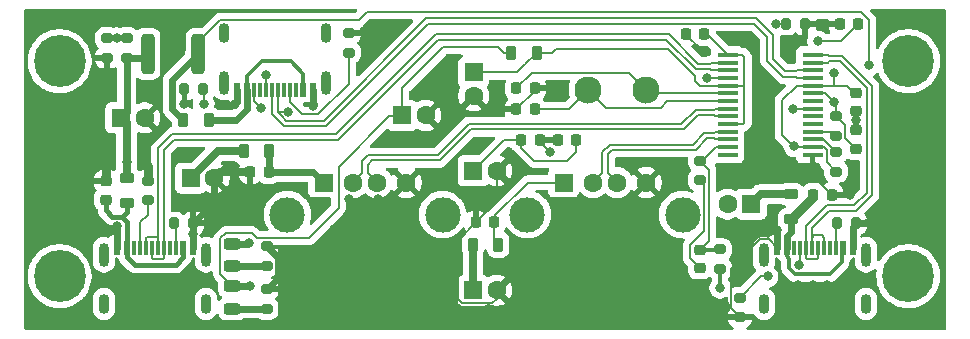
<source format=gbr>
%TF.GenerationSoftware,KiCad,Pcbnew,9.0.0*%
%TF.CreationDate,2025-03-31T17:07:40+02:00*%
%TF.ProjectId,Project Hub,50726f6a-6563-4742-9048-75622e6b6963,rev?*%
%TF.SameCoordinates,Original*%
%TF.FileFunction,Copper,L1,Top*%
%TF.FilePolarity,Positive*%
%FSLAX46Y46*%
G04 Gerber Fmt 4.6, Leading zero omitted, Abs format (unit mm)*
G04 Created by KiCad (PCBNEW 9.0.0) date 2025-03-31 17:07:40*
%MOMM*%
%LPD*%
G01*
G04 APERTURE LIST*
G04 Aperture macros list*
%AMRoundRect*
0 Rectangle with rounded corners*
0 $1 Rounding radius*
0 $2 $3 $4 $5 $6 $7 $8 $9 X,Y pos of 4 corners*
0 Add a 4 corners polygon primitive as box body*
4,1,4,$2,$3,$4,$5,$6,$7,$8,$9,$2,$3,0*
0 Add four circle primitives for the rounded corners*
1,1,$1+$1,$2,$3*
1,1,$1+$1,$4,$5*
1,1,$1+$1,$6,$7*
1,1,$1+$1,$8,$9*
0 Add four rect primitives between the rounded corners*
20,1,$1+$1,$2,$3,$4,$5,0*
20,1,$1+$1,$4,$5,$6,$7,0*
20,1,$1+$1,$6,$7,$8,$9,0*
20,1,$1+$1,$8,$9,$2,$3,0*%
G04 Aperture macros list end*
%TA.AperFunction,SMDPad,CuDef*%
%ADD10RoundRect,0.225000X0.225000X0.250000X-0.225000X0.250000X-0.225000X-0.250000X0.225000X-0.250000X0*%
%TD*%
%TA.AperFunction,ComponentPad*%
%ADD11R,1.600000X1.600000*%
%TD*%
%TA.AperFunction,ComponentPad*%
%ADD12C,1.600000*%
%TD*%
%TA.AperFunction,SMDPad,CuDef*%
%ADD13RoundRect,0.200000X0.275000X-0.200000X0.275000X0.200000X-0.275000X0.200000X-0.275000X-0.200000X0*%
%TD*%
%TA.AperFunction,SMDPad,CuDef*%
%ADD14R,0.600000X1.160000*%
%TD*%
%TA.AperFunction,SMDPad,CuDef*%
%ADD15R,0.300000X1.160000*%
%TD*%
%TA.AperFunction,ComponentPad*%
%ADD16O,0.900000X2.000000*%
%TD*%
%TA.AperFunction,ComponentPad*%
%ADD17O,0.900000X1.700000*%
%TD*%
%TA.AperFunction,ComponentPad*%
%ADD18C,0.700000*%
%TD*%
%TA.AperFunction,ComponentPad*%
%ADD19C,4.400000*%
%TD*%
%TA.AperFunction,SMDPad,CuDef*%
%ADD20RoundRect,0.225000X-0.225000X-0.250000X0.225000X-0.250000X0.225000X0.250000X-0.225000X0.250000X0*%
%TD*%
%TA.AperFunction,SMDPad,CuDef*%
%ADD21RoundRect,0.200000X-0.275000X0.200000X-0.275000X-0.200000X0.275000X-0.200000X0.275000X0.200000X0*%
%TD*%
%TA.AperFunction,ComponentPad*%
%ADD22R,1.600000X1.500000*%
%TD*%
%TA.AperFunction,ComponentPad*%
%ADD23C,3.000000*%
%TD*%
%TA.AperFunction,SMDPad,CuDef*%
%ADD24R,1.750000X0.450000*%
%TD*%
%TA.AperFunction,SMDPad,CuDef*%
%ADD25RoundRect,0.200000X-0.200000X-0.275000X0.200000X-0.275000X0.200000X0.275000X-0.200000X0.275000X0*%
%TD*%
%TA.AperFunction,SMDPad,CuDef*%
%ADD26RoundRect,0.218750X0.381250X-0.218750X0.381250X0.218750X-0.381250X0.218750X-0.381250X-0.218750X0*%
%TD*%
%TA.AperFunction,SMDPad,CuDef*%
%ADD27RoundRect,0.200000X0.200000X0.275000X-0.200000X0.275000X-0.200000X-0.275000X0.200000X-0.275000X0*%
%TD*%
%TA.AperFunction,SMDPad,CuDef*%
%ADD28RoundRect,0.218750X0.218750X0.381250X-0.218750X0.381250X-0.218750X-0.381250X0.218750X-0.381250X0*%
%TD*%
%TA.AperFunction,SMDPad,CuDef*%
%ADD29RoundRect,0.243750X0.456250X-0.243750X0.456250X0.243750X-0.456250X0.243750X-0.456250X-0.243750X0*%
%TD*%
%TA.AperFunction,SMDPad,CuDef*%
%ADD30RoundRect,0.225000X-0.250000X0.225000X-0.250000X-0.225000X0.250000X-0.225000X0.250000X0.225000X0*%
%TD*%
%TA.AperFunction,SMDPad,CuDef*%
%ADD31RoundRect,0.250000X0.312500X1.450000X-0.312500X1.450000X-0.312500X-1.450000X0.312500X-1.450000X0*%
%TD*%
%TA.AperFunction,SMDPad,CuDef*%
%ADD32RoundRect,0.225000X0.250000X-0.225000X0.250000X0.225000X-0.250000X0.225000X-0.250000X-0.225000X0*%
%TD*%
%TA.AperFunction,SMDPad,CuDef*%
%ADD33RoundRect,0.218750X-0.218750X-0.381250X0.218750X-0.381250X0.218750X0.381250X-0.218750X0.381250X0*%
%TD*%
%TA.AperFunction,ComponentPad*%
%ADD34C,2.300000*%
%TD*%
%TA.AperFunction,ViaPad*%
%ADD35C,0.800000*%
%TD*%
%TA.AperFunction,Conductor*%
%ADD36C,0.200000*%
%TD*%
%TA.AperFunction,Conductor*%
%ADD37C,0.600000*%
%TD*%
%TA.AperFunction,Conductor*%
%ADD38C,0.800000*%
%TD*%
%TA.AperFunction,Conductor*%
%ADD39C,0.700000*%
%TD*%
%TA.AperFunction,Conductor*%
%ADD40C,0.250000*%
%TD*%
%TA.AperFunction,Conductor*%
%ADD41C,0.300000*%
%TD*%
%TA.AperFunction,Conductor*%
%ADD42C,0.400000*%
%TD*%
G04 APERTURE END LIST*
D10*
%TO.P,C2,1*%
%TO.N,Net-(USB1-VBUS)*%
X55334200Y-95859600D03*
%TO.P,C2,2*%
%TO.N,GND*%
X53784200Y-95859600D03*
%TD*%
D11*
%TO.P,PC6,1*%
%TO.N,HUB3V3*%
X72655088Y-95756400D03*
D12*
%TO.P,PC6,2*%
%TO.N,GND*%
X74655088Y-95756400D03*
%TD*%
D13*
%TO.P,R13,1*%
%TO.N,Net-(D2-K)*%
X55168800Y-107442000D03*
%TO.P,R13,2*%
%TO.N,GND*%
X55168800Y-105792000D03*
%TD*%
D14*
%TO.P,USB3,A1,GND*%
%TO.N,GND*%
X59080000Y-88870000D03*
%TO.P,USB3,A4,VBUS*%
%TO.N,Net-(L1-Pad1)*%
X58280000Y-88870000D03*
D15*
%TO.P,USB3,A5,CC1*%
%TO.N,Net-(USB3-CC1)*%
X57130000Y-88870000D03*
%TO.P,USB3,A6,D+*%
%TO.N,D0_P*%
X56130000Y-88870000D03*
%TO.P,USB3,A7,D-*%
%TO.N,D0_N*%
X55630000Y-88870000D03*
%TO.P,USB3,A8,SBU1*%
%TO.N,unconnected-(USB3-SBU1-PadA8)*%
X54630000Y-88870000D03*
D14*
%TO.P,USB3,A9,VBUS*%
%TO.N,Net-(L1-Pad1)*%
X53480000Y-88870000D03*
%TO.P,USB3,A12,GND*%
%TO.N,GND*%
X52680000Y-88870000D03*
%TO.P,USB3,B1,GND*%
X52680000Y-88870000D03*
%TO.P,USB3,B4,VBUS*%
%TO.N,Net-(L1-Pad1)*%
X53480000Y-88870000D03*
D15*
%TO.P,USB3,B5,CC2*%
%TO.N,Net-(USB3-CC2)*%
X54130000Y-88870000D03*
%TO.P,USB3,B6,D+*%
%TO.N,D0_P*%
X55130000Y-88870000D03*
%TO.P,USB3,B7,D-*%
%TO.N,D0_N*%
X56630000Y-88870000D03*
%TO.P,USB3,B8,SBU2*%
%TO.N,unconnected-(USB3-SBU2-PadB8)*%
X57630000Y-88870000D03*
D14*
%TO.P,USB3,B9,VBUS*%
%TO.N,Net-(L1-Pad1)*%
X58280000Y-88870000D03*
%TO.P,USB3,B12,GND*%
%TO.N,GND*%
X59080000Y-88870000D03*
D16*
%TO.P,USB3,S1,SHIELD*%
%TO.N,unconnected-(USB3-SHIELD-PadS1)_3*%
X60200000Y-88290000D03*
D17*
%TO.N,unconnected-(USB3-SHIELD-PadS1)_1*%
X60200000Y-84120000D03*
D16*
%TO.N,unconnected-(USB3-SHIELD-PadS1)*%
X51560000Y-88290000D03*
D17*
%TO.N,unconnected-(USB3-SHIELD-PadS1)_2*%
X51560000Y-84120000D03*
%TD*%
D13*
%TO.P,R5,1*%
%TO.N,3V3*%
X103378000Y-95821000D03*
%TO.P,R5,2*%
%TO.N,Net-(U1-PSELF)*%
X103378000Y-94171000D03*
%TD*%
D11*
%TO.P,PC2,1*%
%TO.N,FUSED VCC*%
X72655088Y-105870000D03*
D12*
%TO.P,PC2,2*%
%TO.N,GND*%
X74655088Y-105870000D03*
%TD*%
D13*
%TO.P,R8,1*%
%TO.N,FUSED VCC*%
X43307000Y-86169000D03*
%TO.P,R8,2*%
%TO.N,OVCUR1*%
X43307000Y-84519000D03*
%TD*%
%TO.P,R1,1*%
%TO.N,Net-(USB3-CC1)*%
X62140000Y-85745000D03*
%TO.P,R1,2*%
%TO.N,GND*%
X62140000Y-84095000D03*
%TD*%
D18*
%TO.P,M2,1*%
%TO.N,N/C*%
X35990000Y-86470000D03*
X36473274Y-85303274D03*
X36473274Y-87636726D03*
X37640000Y-84820000D03*
D19*
X37640000Y-86470000D03*
D18*
X37640000Y-88120000D03*
X38806726Y-85303274D03*
X38806726Y-87636726D03*
X39290000Y-86470000D03*
%TD*%
D20*
%TO.P,C8,1*%
%TO.N,Net-(C8-Pad1)*%
X101460000Y-97790000D03*
%TO.P,C8,2*%
%TO.N,GND*%
X103010000Y-97790000D03*
%TD*%
D21*
%TO.P,R9,1*%
%TO.N,OVCUR1*%
X41656000Y-84519000D03*
%TO.P,R9,2*%
%TO.N,GND*%
X41656000Y-86169000D03*
%TD*%
D18*
%TO.P,M2,1*%
%TO.N,N/C*%
X35990000Y-104670000D03*
X36473274Y-103503274D03*
X36473274Y-105836726D03*
X37640000Y-103020000D03*
D19*
X37640000Y-104670000D03*
D18*
X37640000Y-106320000D03*
X38806726Y-103503274D03*
X38806726Y-105836726D03*
X39290000Y-104670000D03*
%TD*%
D20*
%TO.P,C6,1*%
%TO.N,Net-(U1-X1)*%
X76314000Y-88773000D03*
%TO.P,C6,2*%
%TO.N,GND*%
X77864000Y-88773000D03*
%TD*%
D22*
%TO.P,USB2,1,VBUS*%
%TO.N,Net-(USB2-VBUS)*%
X80320000Y-96748000D03*
D12*
%TO.P,USB2,2,D-*%
%TO.N,D4_N*%
X82820000Y-96748000D03*
%TO.P,USB2,3,D+*%
%TO.N,D4_P*%
X84820000Y-96748000D03*
%TO.P,USB2,4,GND*%
%TO.N,GND*%
X87320000Y-96748000D03*
D23*
%TO.P,USB2,5,Shield*%
%TO.N,unconnected-(USB2-Shield-Pad5)*%
X77250000Y-99458000D03*
%TO.N,unconnected-(USB2-Shield-Pad5)_1*%
X90390000Y-99458000D03*
%TD*%
D21*
%TO.P,R10,1*%
%TO.N,Net-(USB4-CC1)*%
X95250000Y-106490000D03*
%TO.P,R10,2*%
%TO.N,GND*%
X95250000Y-108140000D03*
%TD*%
D11*
%TO.P,PC7,1*%
%TO.N,FUSED VCC*%
X96190000Y-98570000D03*
D12*
%TO.P,PC7,2*%
%TO.N,GND*%
X94190000Y-98570000D03*
%TD*%
D13*
%TO.P,R3,1*%
%TO.N,5V*%
X93573600Y-104037600D03*
%TO.P,R3,2*%
%TO.N,Net-(U1-#RESET)*%
X93573600Y-102387600D03*
%TD*%
D24*
%TO.P,U1,1,AVDD*%
%TO.N,HUB3V3*%
X94190000Y-85945000D03*
%TO.P,U1,2,DM2*%
%TO.N,D2_N*%
X94190000Y-86595000D03*
%TO.P,U1,3,DP2*%
%TO.N,D2_P*%
X94190000Y-87245000D03*
%TO.P,U1,4,RREF*%
%TO.N,Net-(U1-RREF)*%
X94190000Y-87895000D03*
%TO.P,U1,5,AVDD*%
%TO.N,HUB3V3*%
X94190000Y-88545000D03*
%TO.P,U1,6,X1*%
%TO.N,Net-(U1-X1)*%
X94190000Y-89195000D03*
%TO.P,U1,7,X2*%
%TO.N,Net-(U1-X2)*%
X94190000Y-89845000D03*
%TO.P,U1,8,DM3*%
%TO.N,D3_N*%
X94190000Y-90495000D03*
%TO.P,U1,9,DP3*%
%TO.N,D3_P*%
X94190000Y-91145000D03*
%TO.P,U1,10,AVDD*%
%TO.N,HUB3V3*%
X94190000Y-91795000D03*
%TO.P,U1,11,DM4*%
%TO.N,D4_N*%
X94190000Y-92445000D03*
%TO.P,U1,12,DP4*%
%TO.N,D4_P*%
X94190000Y-93095000D03*
%TO.P,U1,13,#RESET*%
%TO.N,Net-(U1-#RESET)*%
X94190000Y-93745000D03*
%TO.P,U1,14,TEST/SCL*%
%TO.N,unconnected-(U1-TEST{slash}SCL-Pad14)*%
X94190000Y-94395000D03*
%TO.P,U1,15,GND*%
%TO.N,GND*%
X101390000Y-94395000D03*
%TO.P,U1,16,DVDD*%
%TO.N,3V3*%
X101390000Y-93745000D03*
%TO.P,U1,17,PSELF*%
%TO.N,Net-(U1-PSELF)*%
X101390000Y-93095000D03*
%TO.P,U1,18,PGANG*%
%TO.N,Net-(U1-PGANG)*%
X101390000Y-92445000D03*
%TO.P,U1,19,OVCUR2#*%
%TO.N,unconnected-(U1-OVCUR2#-Pad19)*%
X101390000Y-91795000D03*
%TO.P,U1,20,PWREN2#*%
%TO.N,unconnected-(U1-PWREN2#-Pad20)*%
X101390000Y-91145000D03*
%TO.P,U1,21,OVCUR1#*%
%TO.N,OVCUR1*%
X101390000Y-90495000D03*
%TO.P,U1,22,PWREN1#*%
%TO.N,unconnected-(U1-PWREN1#-Pad22)*%
X101390000Y-89845000D03*
%TO.P,U1,23,V5*%
%TO.N,5V*%
X101390000Y-89195000D03*
%TO.P,U1,24,V33*%
%TO.N,3V3*%
X101390000Y-88545000D03*
%TO.P,U1,25,DM0*%
%TO.N,D0_N*%
X101390000Y-87895000D03*
%TO.P,U1,26,DP0*%
%TO.N,D0_P*%
X101390000Y-87245000D03*
%TO.P,U1,27,DM1*%
%TO.N,D1_N*%
X101390000Y-86595000D03*
%TO.P,U1,28,DP1*%
%TO.N,D1_P*%
X101390000Y-85945000D03*
%TD*%
D25*
%TO.P,R11,1*%
%TO.N,Net-(USB4-CC2)*%
X103442000Y-100203000D03*
%TO.P,R11,2*%
%TO.N,GND*%
X105092000Y-100203000D03*
%TD*%
D11*
%TO.P,PC1,1*%
%TO.N,FUSED VCC*%
X48734888Y-96370000D03*
D12*
%TO.P,PC1,2*%
%TO.N,GND*%
X50734888Y-96370000D03*
%TD*%
D10*
%TO.P,C7,1*%
%TO.N,Net-(U1-X2)*%
X77864000Y-90551000D03*
%TO.P,C7,2*%
%TO.N,GND*%
X76314000Y-90551000D03*
%TD*%
D22*
%TO.P,USB1,1,VBUS*%
%TO.N,Net-(USB1-VBUS)*%
X60000000Y-96748000D03*
D12*
%TO.P,USB1,2,D-*%
%TO.N,D3_N*%
X62500000Y-96748000D03*
%TO.P,USB1,3,D+*%
%TO.N,D3_P*%
X64500000Y-96748000D03*
%TO.P,USB1,4,GND*%
%TO.N,GND*%
X67000000Y-96748000D03*
D23*
%TO.P,USB1,5,Shield*%
%TO.N,unconnected-(USB1-Shield-Pad5)_1*%
X56930000Y-99458000D03*
%TO.N,unconnected-(USB1-Shield-Pad5)*%
X70070000Y-99458000D03*
%TD*%
D26*
%TO.P,FB4,1,1*%
%TO.N,Net-(C13-Pad1)*%
X43307000Y-98471500D03*
%TO.P,FB4,2,2*%
%TO.N,FUSED VCC*%
X43307000Y-96346500D03*
%TD*%
D18*
%TO.P,M2,1*%
%TO.N,N/C*%
X107840000Y-104670000D03*
X108323274Y-103503274D03*
X108323274Y-105836726D03*
X109490000Y-103020000D03*
D19*
X109490000Y-104670000D03*
D18*
X109490000Y-106320000D03*
X110656726Y-103503274D03*
X110656726Y-105836726D03*
X111140000Y-104670000D03*
%TD*%
D27*
%TO.P,R2,1*%
%TO.N,Net-(USB3-CC2)*%
X49815000Y-88820000D03*
%TO.P,R2,2*%
%TO.N,GND*%
X48165000Y-88820000D03*
%TD*%
D11*
%TO.P,PC3,1*%
%TO.N,FUSED VCC*%
X42834888Y-91270000D03*
D12*
%TO.P,PC3,2*%
%TO.N,GND*%
X44834888Y-91270000D03*
%TD*%
D27*
%TO.P,R7,1*%
%TO.N,GND*%
X100774000Y-83312000D03*
%TO.P,R7,2*%
%TO.N,Net-(U1-RREF)*%
X99124000Y-83312000D03*
%TD*%
D28*
%TO.P,FB2,1,1*%
%TO.N,Net-(USB2-VBUS)*%
X74773300Y-102006400D03*
%TO.P,FB2,2,2*%
%TO.N,FUSED VCC*%
X72648300Y-102006400D03*
%TD*%
%TO.P,L1,1,1*%
%TO.N,Net-(L1-Pad1)*%
X50252500Y-91440000D03*
%TO.P,L1,2,2*%
%TO.N,5V*%
X48127500Y-91440000D03*
%TD*%
D11*
%TO.P,PC5,1*%
%TO.N,HUB3V3*%
X72690000Y-87414888D03*
D12*
%TO.P,PC5,2*%
%TO.N,GND*%
X72690000Y-89414888D03*
%TD*%
D10*
%TO.P,C9,1*%
%TO.N,3V3*%
X105270600Y-83312000D03*
%TO.P,C9,2*%
%TO.N,GND*%
X103720600Y-83312000D03*
%TD*%
D29*
%TO.P,D1,1,K*%
%TO.N,Net-(D1-K)*%
X52273200Y-103807500D03*
%TO.P,D1,2,A*%
%TO.N,FUSED VCC*%
X52273200Y-101932500D03*
%TD*%
D30*
%TO.P,C1,1*%
%TO.N,GND*%
X105029000Y-92316000D03*
%TO.P,C1,2*%
%TO.N,5V*%
X105029000Y-93866000D03*
%TD*%
D11*
%TO.P,PC4,1*%
%TO.N,3V3*%
X66634888Y-91070000D03*
D12*
%TO.P,PC4,2*%
%TO.N,GND*%
X68634888Y-91070000D03*
%TD*%
D10*
%TO.P,C11,1*%
%TO.N,HUB3V3*%
X81356800Y-93167200D03*
%TO.P,C11,2*%
%TO.N,GND*%
X79806800Y-93167200D03*
%TD*%
D14*
%TO.P,USB4,A1,GND*%
%TO.N,GND*%
X98400000Y-102279000D03*
%TO.P,USB4,A4,VBUS*%
%TO.N,Net-(C8-Pad1)*%
X99200000Y-102279000D03*
D15*
%TO.P,USB4,A5,CC1*%
%TO.N,Net-(USB4-CC1)*%
X100350000Y-102279000D03*
%TO.P,USB4,A6,D+*%
%TO.N,D1_P*%
X101350000Y-102279000D03*
%TO.P,USB4,A7,D-*%
%TO.N,D1_N*%
X101850000Y-102279000D03*
%TO.P,USB4,A8,SBU1*%
%TO.N,unconnected-(USB4-SBU1-PadA8)*%
X102850000Y-102279000D03*
D14*
%TO.P,USB4,A9,VBUS*%
%TO.N,Net-(C8-Pad1)*%
X104000000Y-102279000D03*
%TO.P,USB4,A12,GND*%
%TO.N,GND*%
X104800000Y-102279000D03*
%TO.P,USB4,B1,GND*%
X104800000Y-102279000D03*
%TO.P,USB4,B4,VBUS*%
%TO.N,Net-(C8-Pad1)*%
X104000000Y-102279000D03*
D15*
%TO.P,USB4,B5,CC2*%
%TO.N,Net-(USB4-CC2)*%
X103350000Y-102279000D03*
%TO.P,USB4,B6,D+*%
%TO.N,D1_P*%
X102350000Y-102279000D03*
%TO.P,USB4,B7,D-*%
%TO.N,D1_N*%
X100850000Y-102279000D03*
%TO.P,USB4,B8,SBU2*%
%TO.N,unconnected-(USB4-SBU2-PadB8)*%
X99850000Y-102279000D03*
D14*
%TO.P,USB4,B9,VBUS*%
%TO.N,Net-(C8-Pad1)*%
X99200000Y-102279000D03*
%TO.P,USB4,B12,GND*%
%TO.N,GND*%
X98400000Y-102279000D03*
D16*
%TO.P,USB4,S1,SHIELD*%
%TO.N,unconnected-(USB4-SHIELD-PadS1)_2*%
X97280000Y-102859000D03*
D17*
%TO.N,unconnected-(USB4-SHIELD-PadS1)*%
X97280000Y-107029000D03*
D16*
%TO.N,unconnected-(USB4-SHIELD-PadS1)_1*%
X105920000Y-102859000D03*
D17*
%TO.N,unconnected-(USB4-SHIELD-PadS1)_3*%
X105920000Y-107029000D03*
%TD*%
D18*
%TO.P,M2,1*%
%TO.N,N/C*%
X107840000Y-86470000D03*
X108323274Y-85303274D03*
X108323274Y-87636726D03*
X109490000Y-84820000D03*
D19*
X109490000Y-86470000D03*
D18*
X109490000Y-88120000D03*
X110656726Y-85303274D03*
X110656726Y-87636726D03*
X111140000Y-86470000D03*
%TD*%
D20*
%TO.P,C12,1*%
%TO.N,HUB3V3*%
X76745800Y-93167200D03*
%TO.P,C12,2*%
%TO.N,GND*%
X78295800Y-93167200D03*
%TD*%
D30*
%TO.P,C5,1*%
%TO.N,3V3*%
X105029000Y-89141000D03*
%TO.P,C5,2*%
%TO.N,GND*%
X105029000Y-90691000D03*
%TD*%
D31*
%TO.P,F1,1*%
%TO.N,5V*%
X49381500Y-85852000D03*
%TO.P,F1,2*%
%TO.N,FUSED VCC*%
X45106500Y-85852000D03*
%TD*%
D32*
%TO.P,C13,1*%
%TO.N,Net-(C13-Pad1)*%
X41562000Y-98184000D03*
%TO.P,C13,2*%
%TO.N,GND*%
X41562000Y-96634000D03*
%TD*%
D26*
%TO.P,FB3,1,1*%
%TO.N,Net-(C8-Pad1)*%
X99568000Y-99868500D03*
%TO.P,FB3,2,2*%
%TO.N,FUSED VCC*%
X99568000Y-97743500D03*
%TD*%
D21*
%TO.P,R4,1*%
%TO.N,Net-(U1-#RESET)*%
X91846400Y-94882200D03*
%TO.P,R4,2*%
%TO.N,Net-(C4-Pad2)*%
X91846400Y-96532200D03*
%TD*%
D33*
%TO.P,L2,1,1*%
%TO.N,3V3*%
X75899500Y-85750400D03*
%TO.P,L2,2,2*%
%TO.N,HUB3V3*%
X78024500Y-85750400D03*
%TD*%
D13*
%TO.P,R12,1*%
%TO.N,Net-(D1-K)*%
X55168800Y-103796600D03*
%TO.P,R12,2*%
%TO.N,GND*%
X55168800Y-102146600D03*
%TD*%
D10*
%TO.P,C3,1*%
%TO.N,Net-(USB2-VBUS)*%
X74435000Y-100126800D03*
%TO.P,C3,2*%
%TO.N,GND*%
X72885000Y-100126800D03*
%TD*%
D30*
%TO.P,C4,1*%
%TO.N,Net-(U1-#RESET)*%
X91846400Y-102437600D03*
%TO.P,C4,2*%
%TO.N,Net-(C4-Pad2)*%
X91846400Y-103987600D03*
%TD*%
D25*
%TO.P,R15,1*%
%TO.N,Net-(USB5-CC2)*%
X47308000Y-100203000D03*
%TO.P,R15,2*%
%TO.N,GND*%
X48958000Y-100203000D03*
%TD*%
D28*
%TO.P,FB1,1,1*%
%TO.N,Net-(USB1-VBUS)*%
X55367700Y-94081600D03*
%TO.P,FB1,2,2*%
%TO.N,FUSED VCC*%
X53242700Y-94081600D03*
%TD*%
D34*
%TO.P,Y1,1,1*%
%TO.N,Net-(U1-X1)*%
X87286000Y-88900000D03*
%TO.P,Y1,2,2*%
%TO.N,Net-(U1-X2)*%
X82386000Y-88900000D03*
%TD*%
D10*
%TO.P,C10,1*%
%TO.N,HUB3V3*%
X92215000Y-84175600D03*
%TO.P,C10,2*%
%TO.N,GND*%
X90665000Y-84175600D03*
%TD*%
D13*
%TO.P,R14,1*%
%TO.N,Net-(USB5-CC1)*%
X45085000Y-98234000D03*
%TO.P,R14,2*%
%TO.N,GND*%
X45085000Y-96584000D03*
%TD*%
D29*
%TO.P,D2,1,K*%
%TO.N,Net-(D2-K)*%
X52273200Y-107414300D03*
%TO.P,D2,2,A*%
%TO.N,3V3*%
X52273200Y-105539300D03*
%TD*%
D14*
%TO.P,USB5,A1,GND*%
%TO.N,GND*%
X42520000Y-102279000D03*
%TO.P,USB5,A4,VBUS*%
%TO.N,Net-(C13-Pad1)*%
X43320000Y-102279000D03*
D15*
%TO.P,USB5,A5,CC1*%
%TO.N,Net-(USB5-CC1)*%
X44470000Y-102279000D03*
%TO.P,USB5,A6,D+*%
%TO.N,D2_P*%
X45470000Y-102279000D03*
%TO.P,USB5,A7,D-*%
%TO.N,D2_N*%
X45970000Y-102279000D03*
%TO.P,USB5,A8,SBU1*%
%TO.N,unconnected-(USB5-SBU1-PadA8)*%
X46970000Y-102279000D03*
D14*
%TO.P,USB5,A9,VBUS*%
%TO.N,Net-(C13-Pad1)*%
X48120000Y-102279000D03*
%TO.P,USB5,A12,GND*%
%TO.N,GND*%
X48920000Y-102279000D03*
%TO.P,USB5,B1,GND*%
X48920000Y-102279000D03*
%TO.P,USB5,B4,VBUS*%
%TO.N,Net-(C13-Pad1)*%
X48120000Y-102279000D03*
D15*
%TO.P,USB5,B5,CC2*%
%TO.N,Net-(USB5-CC2)*%
X47470000Y-102279000D03*
%TO.P,USB5,B6,D+*%
%TO.N,D2_P*%
X46470000Y-102279000D03*
%TO.P,USB5,B7,D-*%
%TO.N,D2_N*%
X44970000Y-102279000D03*
%TO.P,USB5,B8,SBU2*%
%TO.N,unconnected-(USB5-SBU2-PadB8)*%
X43970000Y-102279000D03*
D14*
%TO.P,USB5,B9,VBUS*%
%TO.N,Net-(C13-Pad1)*%
X43320000Y-102279000D03*
%TO.P,USB5,B12,GND*%
%TO.N,GND*%
X42520000Y-102279000D03*
D16*
%TO.P,USB5,S1,SHIELD*%
%TO.N,unconnected-(USB5-SHIELD-PadS1)_3*%
X41400000Y-102859000D03*
D17*
%TO.N,unconnected-(USB5-SHIELD-PadS1)_1*%
X41400000Y-107029000D03*
D16*
%TO.N,unconnected-(USB5-SHIELD-PadS1)*%
X50040000Y-102859000D03*
D17*
%TO.N,unconnected-(USB5-SHIELD-PadS1)_2*%
X50040000Y-107029000D03*
%TD*%
D21*
%TO.P,R6,1*%
%TO.N,5V*%
X103378000Y-91123000D03*
%TO.P,R6,2*%
%TO.N,Net-(U1-PGANG)*%
X103378000Y-92773000D03*
%TD*%
D35*
%TO.N,GND*%
X43390000Y-106670000D03*
X48390000Y-107920000D03*
X45085000Y-95377000D03*
X106045000Y-100203000D03*
X84140000Y-102420000D03*
X111390000Y-107920000D03*
X79140000Y-106670000D03*
X48390000Y-106670000D03*
X111390000Y-97420000D03*
X41562000Y-95344000D03*
X108890000Y-99920000D03*
X45140000Y-88870000D03*
X65390000Y-93170000D03*
X37140000Y-92670000D03*
X108890000Y-91170000D03*
X37140000Y-97670000D03*
X84140000Y-106670000D03*
X66640000Y-93170000D03*
X82890000Y-98670000D03*
X44640000Y-107920000D03*
X63390000Y-101920000D03*
X82890000Y-105420000D03*
X107640000Y-107920000D03*
X84140000Y-98670000D03*
X110140000Y-93670000D03*
X39640000Y-83170000D03*
X81640000Y-105420000D03*
X84140000Y-105420000D03*
X86640000Y-99920000D03*
X108890000Y-98670000D03*
X35890000Y-97670000D03*
X42140000Y-104920000D03*
X86640000Y-101170000D03*
X39640000Y-93920000D03*
X111390000Y-94920000D03*
X105140000Y-104920000D03*
X79197200Y-94183200D03*
X85390000Y-106670000D03*
X38390000Y-93920000D03*
X110140000Y-107920000D03*
X107640000Y-99920000D03*
X100140000Y-105420000D03*
X85390000Y-98670000D03*
X37140000Y-107920000D03*
X35890000Y-101420000D03*
X37140000Y-100170000D03*
X63390000Y-104420000D03*
X47140000Y-105420000D03*
X38390000Y-91420000D03*
X111390000Y-89920000D03*
X104521000Y-97790000D03*
X64640000Y-104420000D03*
X108890000Y-92420000D03*
X110140000Y-94920000D03*
X39640000Y-90170000D03*
X63390000Y-103170000D03*
X81640000Y-106670000D03*
X37140000Y-83170000D03*
X70640000Y-89170000D03*
X39640000Y-96420000D03*
X35890000Y-91420000D03*
X65890000Y-101920000D03*
X37140000Y-91420000D03*
X107640000Y-89920000D03*
X70890000Y-104420000D03*
X56143320Y-104817480D03*
X69390000Y-89170000D03*
X77890000Y-105420000D03*
X79140000Y-105420000D03*
X35890000Y-107920000D03*
X35890000Y-93920000D03*
X108890000Y-94920000D03*
X98890000Y-105420000D03*
X105029000Y-91440000D03*
X39640000Y-95170000D03*
X62140000Y-101920000D03*
X38390000Y-96420000D03*
X85390000Y-99920000D03*
X107640000Y-94920000D03*
X35890000Y-100170000D03*
X111390000Y-92420000D03*
X80390000Y-98670000D03*
X89140000Y-106670000D03*
X64640000Y-99420000D03*
X110140000Y-91170000D03*
X68390000Y-103170000D03*
X85390000Y-105420000D03*
X87890000Y-99920000D03*
X102640000Y-105420000D03*
X67140000Y-100670000D03*
X37140000Y-98920000D03*
X38390000Y-101420000D03*
X87890000Y-106670000D03*
X35890000Y-92670000D03*
X64640000Y-103170000D03*
X98400000Y-100736000D03*
X38390000Y-90170000D03*
X37140000Y-101420000D03*
X45890000Y-107920000D03*
X65890000Y-99420000D03*
X39640000Y-100170000D03*
X47140000Y-85170000D03*
X89140000Y-102420000D03*
X38390000Y-95170000D03*
X110140000Y-99920000D03*
X89140000Y-105420000D03*
X60890000Y-100670000D03*
X37140000Y-95170000D03*
X77890000Y-102420000D03*
X108890000Y-93670000D03*
X48390000Y-105420000D03*
X43390000Y-105420000D03*
X44640000Y-106670000D03*
X35890000Y-96420000D03*
X86640000Y-106670000D03*
X64640000Y-100670000D03*
X62140000Y-104420000D03*
X80390000Y-105420000D03*
X100140000Y-107920000D03*
X82890000Y-102420000D03*
X110140000Y-101170000D03*
X107640000Y-92420000D03*
X107640000Y-98670000D03*
X48197000Y-90070000D03*
X60890000Y-104420000D03*
X39640000Y-107920000D03*
X107640000Y-97420000D03*
X86640000Y-105420000D03*
X101390000Y-105420000D03*
X70640000Y-86670000D03*
X60890000Y-103170000D03*
X65890000Y-103170000D03*
X102640000Y-106670000D03*
X62140000Y-99420000D03*
X80390000Y-99920000D03*
X80390000Y-102420000D03*
X84140000Y-101170000D03*
X110140000Y-98670000D03*
X102640000Y-107920000D03*
X63390000Y-98170000D03*
X79140000Y-102420000D03*
X35890000Y-90170000D03*
X65890000Y-98170000D03*
X81640000Y-102420000D03*
X87890000Y-98670000D03*
X68390000Y-104420000D03*
X62140000Y-98170000D03*
X39640000Y-92670000D03*
X69640000Y-103170000D03*
X67140000Y-101920000D03*
X82890000Y-106670000D03*
X77890000Y-106670000D03*
X81640000Y-99920000D03*
X64640000Y-98170000D03*
X107640000Y-101170000D03*
X45890000Y-106670000D03*
X35890000Y-98920000D03*
X111390000Y-98670000D03*
X47140000Y-86420000D03*
X37140000Y-96420000D03*
X39640000Y-97670000D03*
X111390000Y-101170000D03*
X108890000Y-101170000D03*
X41656000Y-87376000D03*
X86640000Y-102420000D03*
X103890000Y-106670000D03*
X110140000Y-92420000D03*
X101390000Y-106670000D03*
X103890000Y-107920000D03*
X67140000Y-99420000D03*
X108890000Y-89920000D03*
X100140000Y-106670000D03*
X98890000Y-107920000D03*
X80390000Y-101170000D03*
X62140000Y-103170000D03*
X65890000Y-100670000D03*
X39640000Y-91420000D03*
X39640000Y-98920000D03*
X35890000Y-95170000D03*
X70890000Y-103170000D03*
X110140000Y-96170000D03*
X108890000Y-107920000D03*
X101390000Y-107920000D03*
X44640000Y-105420000D03*
X64640000Y-101920000D03*
X81640000Y-98670000D03*
X82890000Y-99920000D03*
X67140000Y-104420000D03*
X79140000Y-101170000D03*
X38390000Y-107920000D03*
X110140000Y-97420000D03*
X111390000Y-93670000D03*
X107640000Y-91170000D03*
X98890000Y-106670000D03*
X87890000Y-102420000D03*
X87890000Y-105420000D03*
X111390000Y-96170000D03*
X108890000Y-97420000D03*
X82890000Y-101170000D03*
X47140000Y-106670000D03*
X35890000Y-83170000D03*
X62140000Y-100670000D03*
X87890000Y-101170000D03*
X102235000Y-83312000D03*
X92100400Y-85648800D03*
X107640000Y-96170000D03*
X86640000Y-98670000D03*
X47140000Y-83920000D03*
X37140000Y-93920000D03*
X47140000Y-107920000D03*
X111390000Y-99920000D03*
X45890000Y-105420000D03*
X101390000Y-95358400D03*
X69640000Y-104420000D03*
X38390000Y-92670000D03*
X69390000Y-87920000D03*
X67140000Y-103170000D03*
X108890000Y-96170000D03*
X81640000Y-101170000D03*
X38390000Y-98920000D03*
X38390000Y-100170000D03*
X70640000Y-87920000D03*
X106390000Y-104920000D03*
X65890000Y-104420000D03*
X38390000Y-97670000D03*
X59080000Y-90272000D03*
X111390000Y-91170000D03*
X85390000Y-101170000D03*
X43390000Y-107920000D03*
X63390000Y-100670000D03*
X80390000Y-106670000D03*
X63590000Y-84120000D03*
X42520000Y-100432000D03*
X60890000Y-101920000D03*
X48920000Y-101067000D03*
X110140000Y-89920000D03*
X40890000Y-104920000D03*
X39640000Y-101420000D03*
X84140000Y-99920000D03*
X37140000Y-90170000D03*
X107640000Y-93670000D03*
X38390000Y-83170000D03*
X63390000Y-99420000D03*
X85390000Y-102420000D03*
X103890000Y-105420000D03*
X52514500Y-90106500D03*
%TO.N,5V*%
X103180400Y-89910400D03*
X93573600Y-105664000D03*
X106190000Y-86820000D03*
%TO.N,3V3*%
X99822000Y-93675200D03*
X103200200Y-87503000D03*
X53797200Y-105511600D03*
X101854000Y-84785200D03*
%TO.N,FUSED VCC*%
X53695600Y-101854000D03*
X43307000Y-95046200D03*
%TO.N,Net-(USB3-CC2)*%
X49847000Y-90070000D03*
X54711600Y-90424000D03*
%TO.N,Net-(U1-RREF)*%
X92444989Y-87877484D03*
X98298000Y-83312000D03*
%TO.N,OVCUR1*%
X99758500Y-90487500D03*
X42481000Y-84519000D03*
%TO.N,Net-(USB4-CC1)*%
X100253800Y-103708200D03*
X97586800Y-104698800D03*
%TO.N,D0_P*%
X56990000Y-90770000D03*
X55130000Y-87670000D03*
%TD*%
D36*
%TO.N,GND*%
X101390000Y-95358400D02*
X101390000Y-96170000D01*
D37*
X52680000Y-89941000D02*
X52514500Y-90106500D01*
D36*
X72885000Y-100126800D02*
X71355377Y-101656423D01*
X74258889Y-106969511D02*
X74655088Y-106573312D01*
X73826112Y-90551000D02*
X72690000Y-89414888D01*
X100774000Y-83312000D02*
X102235000Y-83312000D01*
D37*
X50734888Y-98426112D02*
X50734888Y-96370000D01*
D36*
X77864000Y-89001000D02*
X76314000Y-90551000D01*
D37*
X52680000Y-88870000D02*
X52680000Y-89941000D01*
D38*
X41562000Y-96634000D02*
X41562000Y-95344000D01*
D39*
X53784200Y-95859600D02*
X51245288Y-95859600D01*
D37*
X50723288Y-95859600D02*
X50697888Y-95885000D01*
D36*
X101390000Y-94395000D02*
X101390000Y-95358400D01*
X79806800Y-93167200D02*
X78295800Y-93167200D01*
X90665000Y-84213400D02*
X92100400Y-85648800D01*
X74655088Y-106573312D02*
X74655088Y-105870000D01*
X101390000Y-96170000D02*
X103010000Y-97790000D01*
D37*
X104800000Y-102279000D02*
X104800000Y-100495000D01*
D40*
X63565000Y-84095000D02*
X63590000Y-84120000D01*
D37*
X105092000Y-100203000D02*
X106045000Y-100203000D01*
D36*
X95250000Y-108140000D02*
X94475480Y-107365480D01*
X104521000Y-97790000D02*
X103010000Y-97790000D01*
D37*
X48920000Y-102279000D02*
X48920000Y-101067000D01*
D36*
X90665000Y-84175600D02*
X90665000Y-84213400D01*
X71355377Y-101656423D02*
X71355377Y-106633377D01*
D39*
X51245288Y-95859600D02*
X50734888Y-96370000D01*
D37*
X48920000Y-100241000D02*
X48958000Y-100203000D01*
D36*
X97670200Y-101549200D02*
X98400000Y-102279000D01*
X78295800Y-93281800D02*
X79197200Y-94183200D01*
D37*
X56143320Y-103121120D02*
X55168800Y-102146600D01*
X56143320Y-104817480D02*
X56143320Y-103121120D01*
X55168800Y-105792000D02*
X56143320Y-104817480D01*
D40*
X62140000Y-84095000D02*
X63565000Y-84095000D01*
D37*
X52514500Y-90106500D02*
X52451000Y-90170000D01*
D36*
X96979819Y-101549200D02*
X97670200Y-101549200D01*
D37*
X98400000Y-102279000D02*
X98400000Y-100736000D01*
D36*
X71355377Y-106633377D02*
X71691511Y-106969511D01*
D37*
X42520000Y-102279000D02*
X42520000Y-100432000D01*
D36*
X76314000Y-90551000D02*
X73826112Y-90551000D01*
X102235000Y-83312000D02*
X103720600Y-83312000D01*
D40*
X48197000Y-90070000D02*
X48197000Y-88852000D01*
D36*
X72885000Y-100126800D02*
X74655088Y-98356712D01*
X74655088Y-98356712D02*
X74655088Y-95756400D01*
D38*
X45085000Y-96584000D02*
X45085000Y-95377000D01*
D36*
X41656000Y-87376000D02*
X41529000Y-87503000D01*
D37*
X104800000Y-100495000D02*
X105092000Y-100203000D01*
D36*
X77864000Y-88773000D02*
X77864000Y-89001000D01*
D37*
X48958000Y-100203000D02*
X50734888Y-98426112D01*
X48920000Y-101067000D02*
X48920000Y-100241000D01*
D36*
X41656000Y-86169000D02*
X41656000Y-87376000D01*
X94475480Y-104053539D02*
X96979819Y-101549200D01*
X105029000Y-90691000D02*
X105029000Y-91440000D01*
X78295800Y-93167200D02*
X78295800Y-93281800D01*
D37*
X59080000Y-90272000D02*
X59055000Y-90297000D01*
D40*
X48197000Y-88852000D02*
X48165000Y-88820000D01*
D37*
X59080000Y-88870000D02*
X59080000Y-90272000D01*
D36*
X71691511Y-106969511D02*
X74258889Y-106969511D01*
X94475480Y-107365480D02*
X94475480Y-104053539D01*
X105029000Y-91440000D02*
X105029000Y-92316000D01*
%TO.N,5V*%
X106021600Y-82851600D02*
X106021600Y-82837890D01*
D41*
X93573600Y-104037600D02*
X93573600Y-105664000D01*
D36*
X62967480Y-82970480D02*
X60512554Y-82970480D01*
D37*
X47190000Y-90502500D02*
X47190000Y-88043500D01*
D36*
X60512554Y-82970480D02*
X60511074Y-82969000D01*
X49381500Y-84832100D02*
X49381500Y-85852000D01*
X51243120Y-82970480D02*
X49381500Y-84832100D01*
X103180400Y-89910400D02*
X103378000Y-90108000D01*
X105706000Y-82536000D02*
X105466000Y-82296000D01*
D37*
X47190000Y-88043500D02*
X49381500Y-85852000D01*
D36*
X104152520Y-91897520D02*
X104152520Y-92989520D01*
X106172000Y-86512400D02*
X106172000Y-83002000D01*
X59887446Y-82970480D02*
X51872554Y-82970480D01*
X51872554Y-82970480D02*
X51871074Y-82969000D01*
X105719710Y-82536000D02*
X105706000Y-82536000D01*
X63641960Y-82296000D02*
X62967480Y-82970480D01*
X106190000Y-86820000D02*
X106174800Y-86820000D01*
X51247446Y-82970480D02*
X51243120Y-82970480D01*
X106190000Y-86530400D02*
X106172000Y-86512400D01*
X103378000Y-91123000D02*
X104152520Y-91897520D01*
D41*
X93573600Y-105664000D02*
X93522800Y-105714800D01*
D36*
X106021600Y-82837890D02*
X105719710Y-82536000D01*
X106174800Y-86820000D02*
X106019600Y-86664800D01*
X103378000Y-90108000D02*
X103378000Y-91123000D01*
X106190000Y-86820000D02*
X106190000Y-86530400D01*
X101390000Y-89195000D02*
X102465000Y-89195000D01*
X102465000Y-89195000D02*
X103180400Y-89910400D01*
X51871074Y-82969000D02*
X51248926Y-82969000D01*
X104152520Y-92989520D02*
X105029000Y-93866000D01*
D37*
X48127500Y-91440000D02*
X47190000Y-90502500D01*
D36*
X59888926Y-82969000D02*
X59887446Y-82970480D01*
X60511074Y-82969000D02*
X59888926Y-82969000D01*
X51248926Y-82969000D02*
X51247446Y-82970480D01*
D37*
X49072800Y-85852000D02*
X49381500Y-85852000D01*
D36*
X106172000Y-83002000D02*
X106021600Y-82851600D01*
X105466000Y-82296000D02*
X63641960Y-82296000D01*
D37*
%TO.N,Net-(USB1-VBUS)*%
X55367700Y-94081600D02*
X55367700Y-95826100D01*
X55334200Y-95859600D02*
X59111600Y-95859600D01*
X55367700Y-95826100D02*
X55334200Y-95859600D01*
X59111600Y-95859600D02*
X60000000Y-96748000D01*
D36*
%TO.N,Net-(USB2-VBUS)*%
X74435000Y-101668100D02*
X74773300Y-102006400D01*
X74435000Y-99609723D02*
X77296723Y-96748000D01*
X77296723Y-96748000D02*
X80320000Y-96748000D01*
X74435000Y-100126800D02*
X74435000Y-101668100D01*
X74435000Y-100126800D02*
X74435000Y-99609723D01*
D41*
%TO.N,Net-(U1-#RESET)*%
X93523600Y-102437600D02*
X93573600Y-102387600D01*
D36*
X91846400Y-94882200D02*
X92063680Y-94882200D01*
X92063680Y-94882200D02*
X93200880Y-93745000D01*
D41*
X91846400Y-102437600D02*
X93523600Y-102437600D01*
D36*
X91846400Y-94882200D02*
X92620920Y-95656720D01*
X92620920Y-95656720D02*
X92620920Y-101663080D01*
X92620920Y-101663080D02*
X91846400Y-102437600D01*
X93200880Y-93745000D02*
X94190000Y-93745000D01*
%TO.N,Net-(C4-Pad2)*%
X92189511Y-96875311D02*
X92189511Y-100870635D01*
X91846400Y-96532200D02*
X92189511Y-96875311D01*
X92189511Y-100870635D02*
X91033600Y-102026546D01*
X91033600Y-102026546D02*
X91033600Y-103174800D01*
X91033600Y-103174800D02*
X91846400Y-103987600D01*
%TO.N,3V3*%
X54323957Y-101447080D02*
X53918077Y-101041200D01*
X99841000Y-93745000D02*
X101390000Y-93745000D01*
X101854000Y-84785200D02*
X101803200Y-84785200D01*
X53918077Y-101041200D02*
X51689130Y-101041200D01*
X75899500Y-85750400D02*
X75234800Y-85750400D01*
X58725320Y-101447080D02*
X54323957Y-101447080D01*
X51689130Y-101041200D02*
X51257200Y-101473130D01*
X103175400Y-88545000D02*
X103175400Y-87527800D01*
X101390000Y-88545000D02*
X103175400Y-88545000D01*
X101390000Y-88545000D02*
X100050000Y-88545000D01*
X66634888Y-88762312D02*
X66634888Y-91070000D01*
X98806000Y-92710000D02*
X99841000Y-93745000D01*
X103797400Y-84785200D02*
X101854000Y-84785200D01*
X61264800Y-95402400D02*
X65532000Y-91135200D01*
D37*
X52273200Y-105539300D02*
X53769500Y-105539300D01*
D36*
X75234800Y-85750400D02*
X74777600Y-85293200D01*
X100050000Y-88545000D02*
X98806000Y-89789000D01*
X102603480Y-94018969D02*
X102603480Y-95046480D01*
X103175400Y-87527800D02*
X103200200Y-87503000D01*
D37*
X53769500Y-105539300D02*
X53797200Y-105511600D01*
D36*
X51257200Y-104523300D02*
X52273200Y-105539300D01*
X103200200Y-87503000D02*
X103225600Y-87477600D01*
X70104000Y-85293200D02*
X66634888Y-88762312D01*
X105270600Y-83312000D02*
X103797400Y-84785200D01*
X66054088Y-91135200D02*
X65532000Y-91135200D01*
X74777600Y-85293200D02*
X70104000Y-85293200D01*
X103175400Y-88545000D02*
X104306000Y-88545000D01*
X51257200Y-101473130D02*
X51257200Y-104523300D01*
X102603480Y-95046480D02*
X103378000Y-95821000D01*
X61264800Y-95402400D02*
X61264800Y-98907600D01*
X104306000Y-88545000D02*
X104902000Y-89141000D01*
X98806000Y-89789000D02*
X98806000Y-92710000D01*
X61264800Y-98907600D02*
X58725320Y-101447080D01*
X102329511Y-93745000D02*
X102603480Y-94018969D01*
X101390000Y-93745000D02*
X102329511Y-93745000D01*
%TO.N,Net-(U1-X1)*%
X76314000Y-88773000D02*
X77636511Y-87450489D01*
X77636511Y-87450489D02*
X85836489Y-87450489D01*
X94444000Y-89195000D02*
X87581000Y-89195000D01*
X87581000Y-89195000D02*
X87286000Y-88900000D01*
X85836489Y-87450489D02*
X87286000Y-88900000D01*
%TO.N,Net-(U1-X2)*%
X80735000Y-90551000D02*
X82386000Y-88900000D01*
X88519000Y-90424000D02*
X83910000Y-90424000D01*
X77864000Y-90551000D02*
X80735000Y-90551000D01*
X89098000Y-89845000D02*
X88519000Y-90424000D01*
X83910000Y-90424000D02*
X82386000Y-88900000D01*
X94444000Y-89845000D02*
X89098000Y-89845000D01*
D37*
%TO.N,Net-(C8-Pad1)*%
X99200000Y-102279000D02*
X99200000Y-101267277D01*
D41*
X99931923Y-104495600D02*
X99415600Y-103979277D01*
X99200000Y-102988120D02*
X99200000Y-102279000D01*
D38*
X101460000Y-97976500D02*
X99568000Y-99868500D01*
D41*
X104000000Y-102279000D02*
X104000000Y-102705200D01*
D38*
X101460000Y-97790000D02*
X101460000Y-97976500D01*
D37*
X99200000Y-101267277D02*
X99568000Y-100899277D01*
D41*
X104000000Y-102705200D02*
X103849511Y-102855689D01*
X102870000Y-104495600D02*
X99931923Y-104495600D01*
X99415600Y-103979277D02*
X99415600Y-103203720D01*
X103849511Y-103516089D02*
X102870000Y-104495600D01*
X103849511Y-102855689D02*
X103849511Y-103516089D01*
X99415600Y-103203720D02*
X99200000Y-102988120D01*
D37*
X99568000Y-100899277D02*
X99568000Y-99868500D01*
D36*
%TO.N,HUB3V3*%
X80619600Y-94894400D02*
X77825600Y-94894400D01*
X89154000Y-85471000D02*
X91440000Y-87757000D01*
X76745800Y-93167200D02*
X75244288Y-93167200D01*
X76969012Y-86805888D02*
X77037350Y-86737550D01*
X81356800Y-93167200D02*
X81356800Y-94157200D01*
X95618511Y-86130391D02*
X95618511Y-88644511D01*
X77825600Y-94894400D02*
X76745800Y-93814600D01*
X92420600Y-84175600D02*
X94190000Y-85945000D01*
X95519000Y-91795000D02*
X95618511Y-91695489D01*
X76360012Y-87414888D02*
X72690000Y-87414888D01*
X76745800Y-93814600D02*
X76745800Y-93167200D01*
X79629000Y-85471000D02*
X79349600Y-85750400D01*
X91440000Y-87757000D02*
X91440000Y-88138000D01*
X94140489Y-88594511D02*
X94190000Y-88545000D01*
X95618511Y-91695489D02*
X95618511Y-88644511D01*
X92215000Y-84175600D02*
X92420600Y-84175600D01*
X77037350Y-86737550D02*
X78024500Y-85750400D01*
X77037350Y-86737550D02*
X76360012Y-87414888D01*
X79349600Y-85750400D02*
X78024500Y-85750400D01*
X81356800Y-94157200D02*
X80619600Y-94894400D01*
X95618511Y-88644511D02*
X95519000Y-88545000D01*
X95433120Y-85945000D02*
X95618511Y-86130391D01*
X79629000Y-85471000D02*
X89154000Y-85471000D01*
X94444000Y-91795000D02*
X95519000Y-91795000D01*
X94444000Y-85945000D02*
X95433120Y-85945000D01*
X75244288Y-93167200D02*
X72655088Y-95756400D01*
X95519000Y-88545000D02*
X94444000Y-88545000D01*
X91896511Y-88594511D02*
X94140489Y-88594511D01*
X91440000Y-88138000D02*
X91896511Y-88594511D01*
D42*
%TO.N,Net-(C13-Pad1)*%
X47490090Y-103708030D02*
X48120000Y-103078120D01*
X42101489Y-99632489D02*
X41562000Y-99093000D01*
X48120000Y-103078120D02*
X48120000Y-102279000D01*
X43307000Y-99229255D02*
X43307000Y-98471500D01*
X41562000Y-99093000D02*
X41562000Y-98184000D01*
X43320000Y-100048723D02*
X42903766Y-99632489D01*
X43320000Y-103010000D02*
X44018030Y-103708030D01*
X42903766Y-99632489D02*
X42101489Y-99632489D01*
X43320000Y-102279000D02*
X43320000Y-100048723D01*
X44018030Y-103708030D02*
X47490090Y-103708030D01*
X43320000Y-102279000D02*
X43320000Y-103010000D01*
X42903766Y-99632489D02*
X43307000Y-99229255D01*
D37*
%TO.N,Net-(D1-K)*%
X55168800Y-103796600D02*
X52284100Y-103796600D01*
X52284100Y-103796600D02*
X52273200Y-103807500D01*
D39*
%TO.N,FUSED VCC*%
X97016500Y-97743500D02*
X96190000Y-98570000D01*
D37*
X45106500Y-85852000D02*
X44725500Y-86233000D01*
D39*
X43307000Y-95046200D02*
X43307000Y-91742112D01*
D37*
X43307000Y-90797888D02*
X42834888Y-91270000D01*
X43307000Y-86169000D02*
X43307000Y-90797888D01*
X44725500Y-86233000D02*
X43371000Y-86233000D01*
X43371000Y-86233000D02*
X43307000Y-86169000D01*
D39*
X43307000Y-96346500D02*
X43307000Y-95046200D01*
X72648300Y-102006400D02*
X72648300Y-105863212D01*
X53242700Y-94081600D02*
X51023288Y-94081600D01*
D37*
X52273200Y-101932500D02*
X53617100Y-101932500D01*
D39*
X99568000Y-97743500D02*
X97016500Y-97743500D01*
X72648300Y-105863212D02*
X72655088Y-105870000D01*
X43307000Y-91742112D02*
X42834888Y-91270000D01*
D37*
X53617100Y-101932500D02*
X53695600Y-101854000D01*
D39*
X51023288Y-94081600D02*
X48734888Y-96370000D01*
D37*
%TO.N,Net-(D2-K)*%
X52273200Y-107414300D02*
X55141100Y-107414300D01*
X55141100Y-107414300D02*
X55168800Y-107442000D01*
D41*
%TO.N,Net-(L1-Pad1)*%
X57200800Y-86461600D02*
X58280000Y-87540800D01*
D37*
X53480000Y-88870000D02*
X53480000Y-90517500D01*
D42*
X53480000Y-88870000D02*
X53490011Y-88859989D01*
D41*
X53480000Y-88870000D02*
X53480000Y-87744000D01*
D42*
X58269989Y-88859989D02*
X58280000Y-88870000D01*
D37*
X53480000Y-90517500D02*
X52557500Y-91440000D01*
D41*
X53480000Y-87744000D02*
X54762400Y-86461600D01*
X54762400Y-86461600D02*
X57200800Y-86461600D01*
X58280000Y-87540800D02*
X58280000Y-88870000D01*
D37*
X52557500Y-91440000D02*
X50252500Y-91440000D01*
D36*
%TO.N,Net-(USB3-CC1)*%
X57130000Y-89896000D02*
X58205511Y-90971511D01*
X59548889Y-90971511D02*
X62140000Y-88380400D01*
X58205511Y-90971511D02*
X59548889Y-90971511D01*
X57130000Y-88870000D02*
X57130000Y-89896000D01*
X62140000Y-88380400D02*
X62140000Y-85745000D01*
%TO.N,Net-(USB3-CC2)*%
X49847000Y-90070000D02*
X49847000Y-88852000D01*
X54130000Y-88870000D02*
X54130000Y-89842400D01*
X54130000Y-89842400D02*
X54711600Y-90424000D01*
X49847000Y-88852000D02*
X49815000Y-88820000D01*
%TO.N,Net-(U1-PSELF)*%
X101390000Y-93095000D02*
X102302000Y-93095000D01*
X102302000Y-93095000D02*
X103378000Y-94171000D01*
%TO.N,Net-(U1-PGANG)*%
X103050000Y-92445000D02*
X101390000Y-92445000D01*
X103378000Y-92773000D02*
X103050000Y-92445000D01*
%TO.N,Net-(U1-RREF)*%
X94444000Y-87895000D02*
X92462505Y-87895000D01*
X92462505Y-87895000D02*
X92444989Y-87877484D01*
X92444989Y-87895011D02*
X92329000Y-88011000D01*
X92444989Y-87877484D02*
X92444989Y-87895011D01*
X99124000Y-83312000D02*
X98298000Y-83312000D01*
%TO.N,OVCUR1*%
X42481000Y-84519000D02*
X43307000Y-84519000D01*
X41656000Y-84519000D02*
X42481000Y-84519000D01*
X101390000Y-90495000D02*
X99766000Y-90495000D01*
X99766000Y-90495000D02*
X99758500Y-90487500D01*
%TO.N,Net-(USB4-CC1)*%
X100350000Y-103612000D02*
X100350000Y-102279000D01*
X100253800Y-103708200D02*
X100350000Y-103612000D01*
X97586800Y-104698800D02*
X97041200Y-104698800D01*
X97041200Y-104698800D02*
X95250000Y-106490000D01*
%TO.N,Net-(USB4-CC2)*%
X103350000Y-102279000D02*
X103350000Y-100295000D01*
X103350000Y-100295000D02*
X103442000Y-100203000D01*
%TO.N,Net-(USB5-CC1)*%
X44470000Y-100096000D02*
X45085000Y-99481000D01*
X44470000Y-100096000D02*
X44470000Y-102279000D01*
X45085000Y-99481000D02*
X45085000Y-98234000D01*
%TO.N,Net-(USB5-CC2)*%
X47470000Y-102279000D02*
X47470000Y-100365000D01*
X47470000Y-100365000D02*
X47308000Y-100203000D01*
%TO.N,D2_P*%
X46445000Y-101383999D02*
X46470000Y-101408999D01*
X69655198Y-84650520D02*
X61189318Y-93116400D01*
X92681720Y-87144520D02*
X91513320Y-87144520D01*
X45540391Y-103208511D02*
X46399609Y-103208511D01*
X89019320Y-84650520D02*
X69655198Y-84650520D01*
X45470000Y-103138120D02*
X45540391Y-103208511D01*
X45470000Y-102279000D02*
X45470000Y-103138120D01*
X47346318Y-93116400D02*
X46445000Y-94017718D01*
X61189318Y-93116400D02*
X47346318Y-93116400D01*
X46470000Y-103138120D02*
X46470000Y-102279000D01*
X94444000Y-87245000D02*
X92782200Y-87245000D01*
X46399609Y-103208511D02*
X46470000Y-103138120D01*
X92782200Y-87245000D02*
X92681720Y-87144520D01*
X46470000Y-101408999D02*
X46470000Y-102279000D01*
X46445000Y-94017718D02*
X46445000Y-101383999D01*
X91513320Y-87144520D02*
X89019320Y-84650520D01*
%TO.N,D3_P*%
X72474598Y-92245120D02*
X69850718Y-94869000D01*
X93031499Y-91045000D02*
X91679282Y-91045000D01*
X94444000Y-91145000D02*
X93131499Y-91145000D01*
X63725001Y-95252401D02*
X63725001Y-95973001D01*
X93131499Y-91145000D02*
X93031499Y-91045000D01*
X91679282Y-91045000D02*
X90479161Y-92245120D01*
X90479161Y-92245120D02*
X72474598Y-92245120D01*
X64108402Y-94869000D02*
X63725001Y-95252401D01*
X69850718Y-94869000D02*
X64108402Y-94869000D01*
X63725001Y-95973001D02*
X64500000Y-96748000D01*
%TO.N,D4_P*%
X84045001Y-94327199D02*
X84045001Y-95973001D01*
X93131499Y-93095000D02*
X93031499Y-92995000D01*
X92487000Y-92995000D02*
X91502000Y-93980000D01*
X84045001Y-95973001D02*
X84820000Y-96748000D01*
X84392200Y-93980000D02*
X84045001Y-94327199D01*
X93031499Y-92995000D02*
X92487000Y-92995000D01*
X94444000Y-93095000D02*
X93131499Y-93095000D01*
X91502000Y-93980000D02*
X84392200Y-93980000D01*
%TO.N,D0_P*%
X56828198Y-91498480D02*
X57218520Y-91498480D01*
X98015000Y-84234800D02*
X98015000Y-86266800D01*
X99093200Y-87345000D02*
X99977499Y-87345000D01*
X56105000Y-89765001D02*
X56105000Y-90775282D01*
X56997600Y-91498480D02*
X57218520Y-91498480D01*
X100077499Y-87245000D02*
X101390000Y-87245000D01*
X60011802Y-91498480D02*
X68677282Y-82833000D01*
X57218520Y-91498480D02*
X60011802Y-91498480D01*
X56130000Y-89740001D02*
X56105000Y-89765001D01*
X55130000Y-87670000D02*
X55130000Y-88870000D01*
X56990000Y-90770000D02*
X56790000Y-90770000D01*
X56130000Y-88870000D02*
X56130000Y-89740001D01*
X99977499Y-87345000D02*
X100077499Y-87245000D01*
X68677282Y-82833000D02*
X96613200Y-82833000D01*
X56447198Y-91117480D02*
X56828198Y-91498480D01*
X56784718Y-90775282D02*
X56105000Y-90775282D01*
X98015000Y-86266800D02*
X99093200Y-87345000D01*
X96613200Y-82833000D02*
X98015000Y-84234800D01*
X56105000Y-90775282D02*
X56447198Y-91117480D01*
X56790000Y-90770000D02*
X56784718Y-90775282D01*
%TO.N,D1_P*%
X102802501Y-86045000D02*
X102702501Y-85945000D01*
X102801480Y-99128520D02*
X105087479Y-99128520D01*
X105087479Y-99128520D02*
X106172000Y-98044000D01*
X101350000Y-101419880D02*
X101350000Y-102279000D01*
X101325000Y-100605000D02*
X102801480Y-99128520D01*
X106426000Y-97790000D02*
X106426000Y-88581800D01*
X101350000Y-101408999D02*
X101325000Y-101383999D01*
X102702501Y-85945000D02*
X101390000Y-85945000D01*
X102149120Y-101219000D02*
X101550880Y-101219000D01*
X101350000Y-102279000D02*
X101350000Y-101408999D01*
X106172000Y-98044000D02*
X106426000Y-97790000D01*
X106426000Y-88581800D02*
X103889200Y-86045000D01*
X101550880Y-101219000D02*
X101350000Y-101419880D01*
X102350000Y-102279000D02*
X102350000Y-101419880D01*
X101325000Y-101383999D02*
X101325000Y-100605000D01*
X102350000Y-101419880D02*
X102149120Y-101219000D01*
X103889200Y-86045000D02*
X102802501Y-86045000D01*
%TO.N,D2_N*%
X45970000Y-101419880D02*
X45899609Y-101349489D01*
X92679800Y-86695000D02*
X91699517Y-86695000D01*
X92779800Y-86595000D02*
X92679800Y-86695000D01*
X45970000Y-102279000D02*
X45970000Y-101419880D01*
X45899609Y-101349489D02*
X45040391Y-101349489D01*
X91699517Y-86695000D02*
X89205517Y-84201000D01*
X89205517Y-84201000D02*
X69469000Y-84201000D01*
X45995480Y-93831520D02*
X45995480Y-101394400D01*
X61003120Y-92666880D02*
X47160121Y-92666880D01*
X94444000Y-86595000D02*
X92779800Y-86595000D01*
X47160121Y-92666880D02*
X45995480Y-93831520D01*
X44970000Y-101419880D02*
X44970000Y-102279000D01*
X45995480Y-101394400D02*
X45970000Y-101419880D01*
X45040391Y-101349489D02*
X44970000Y-101419880D01*
X69469000Y-84201000D02*
X61003120Y-92666880D01*
%TO.N,D3_N*%
X93131499Y-90495000D02*
X93031499Y-90595000D01*
X90292964Y-91795600D02*
X72288400Y-91795600D01*
X72288400Y-91795600D02*
X69664520Y-94419480D01*
X63758320Y-94419480D02*
X63274999Y-94902801D01*
X93031499Y-90595000D02*
X91493564Y-90595000D01*
X63274999Y-95973001D02*
X62500000Y-96748000D01*
X91493564Y-90595000D02*
X90292964Y-91795600D01*
X94444000Y-90495000D02*
X93131499Y-90495000D01*
X69664520Y-94419480D02*
X63758320Y-94419480D01*
X63274999Y-94902801D02*
X63274999Y-95973001D01*
%TO.N,D4_N*%
X84206002Y-93530480D02*
X83595481Y-94141002D01*
X83595481Y-95972519D02*
X82820000Y-96748000D01*
X83595481Y-94141002D02*
X83595481Y-95972519D01*
X92240000Y-92545000D02*
X91254520Y-93530480D01*
X91254520Y-93530480D02*
X84206002Y-93530480D01*
X93031499Y-92545000D02*
X92240000Y-92545000D01*
X93131499Y-92445000D02*
X93031499Y-92545000D01*
X94444000Y-92445000D02*
X93131499Y-92445000D01*
%TO.N,D0_N*%
X55655000Y-89765001D02*
X55655000Y-90961000D01*
X100077499Y-87895000D02*
X101390000Y-87895000D01*
X96426800Y-83283000D02*
X97565000Y-84421200D01*
X55655000Y-90961000D02*
X56642000Y-91948000D01*
X55630000Y-88870000D02*
X55630000Y-89740001D01*
X68863000Y-83283000D02*
X96426800Y-83283000D01*
X60198000Y-91948000D02*
X68863000Y-83283000D01*
X97565000Y-86453200D02*
X98906800Y-87795000D01*
X99977499Y-87795000D02*
X100077499Y-87895000D01*
X56642000Y-91948000D02*
X60198000Y-91948000D01*
X55630000Y-89740001D02*
X55655000Y-89765001D01*
X98906800Y-87795000D02*
X99977499Y-87795000D01*
X97565000Y-84421200D02*
X97565000Y-86453200D01*
%TO.N,D1_N*%
X103702800Y-86495000D02*
X102802501Y-86495000D01*
X102802501Y-86495000D02*
X102702501Y-86595000D01*
X101850000Y-103138120D02*
X101850000Y-102279000D01*
X105976480Y-88768680D02*
X103702800Y-86495000D01*
X101779609Y-103208511D02*
X101850000Y-103138120D01*
X100875000Y-100419282D02*
X102615282Y-98679000D01*
X102702501Y-86595000D02*
X101390000Y-86595000D01*
X102615282Y-98679000D02*
X104901282Y-98679000D01*
X100850000Y-101408999D02*
X100875000Y-101383999D01*
X105976480Y-97603802D02*
X105976480Y-88768680D01*
X100920391Y-103208511D02*
X101779609Y-103208511D01*
X100875000Y-101383999D02*
X100875000Y-100419282D01*
X104901282Y-98679000D02*
X105976480Y-97603802D01*
X100850000Y-102279000D02*
X100850000Y-103138120D01*
X100850000Y-102279000D02*
X100850000Y-101408999D01*
X100850000Y-103138120D02*
X100920391Y-103208511D01*
%TD*%
%TA.AperFunction,Conductor*%
%TO.N,GND*%
G36*
X62788842Y-82072502D02*
G01*
X62835335Y-82126158D01*
X62845439Y-82196432D01*
X62815945Y-82261012D01*
X62809816Y-82267595D01*
X62752336Y-82325075D01*
X62690024Y-82359101D01*
X62663241Y-82361980D01*
X60610686Y-82361980D01*
X60594240Y-82360902D01*
X60591186Y-82360500D01*
X60591185Y-82360500D01*
X59808815Y-82360500D01*
X59808814Y-82360500D01*
X59805760Y-82360902D01*
X59789314Y-82361980D01*
X51970686Y-82361980D01*
X51954240Y-82360902D01*
X51951186Y-82360500D01*
X51951185Y-82360500D01*
X51168815Y-82360500D01*
X51168813Y-82360500D01*
X51168262Y-82360572D01*
X51085628Y-82382713D01*
X51085628Y-82382714D01*
X51008247Y-82403448D01*
X51008242Y-82403450D01*
X50869495Y-82483556D01*
X50869485Y-82483564D01*
X49746454Y-83606595D01*
X49684142Y-83640621D01*
X49657359Y-83643500D01*
X49018455Y-83643500D01*
X48914574Y-83654112D01*
X48746261Y-83709885D01*
X48595347Y-83802970D01*
X48595341Y-83802975D01*
X48469975Y-83928341D01*
X48469970Y-83928347D01*
X48376885Y-84079262D01*
X48321113Y-84247572D01*
X48321112Y-84247579D01*
X48310500Y-84351446D01*
X48310500Y-85554579D01*
X48307787Y-85580583D01*
X48305376Y-85592009D01*
X48295370Y-85616169D01*
X48264300Y-85772370D01*
X48264300Y-85786759D01*
X48261587Y-85799622D01*
X48250746Y-85819776D01*
X48244298Y-85841739D01*
X48228171Y-85861750D01*
X48227957Y-85862148D01*
X48227764Y-85862254D01*
X48227395Y-85862713D01*
X46561999Y-87528108D01*
X46561994Y-87528115D01*
X46473516Y-87660531D01*
X46445363Y-87728500D01*
X46412572Y-87807663D01*
X46412570Y-87807668D01*
X46381500Y-87963867D01*
X46381500Y-90582132D01*
X46403091Y-90690679D01*
X46412570Y-90738331D01*
X46432263Y-90785873D01*
X46473516Y-90885468D01*
X46561997Y-91017889D01*
X46561999Y-91017891D01*
X47144595Y-91600487D01*
X47158838Y-91626570D01*
X47175505Y-91651180D01*
X47176797Y-91659459D01*
X47178621Y-91662799D01*
X47181463Y-91686545D01*
X47181500Y-91688088D01*
X47181501Y-91869710D01*
X47187230Y-91925798D01*
X47187349Y-91930707D01*
X47179388Y-91960453D01*
X47173758Y-91990740D01*
X47170299Y-91994415D01*
X47168995Y-91999290D01*
X47146209Y-92020016D01*
X47125104Y-92042445D01*
X47119399Y-92044402D01*
X47116475Y-92047063D01*
X47106996Y-92048659D01*
X47087727Y-92055273D01*
X47087987Y-92056243D01*
X47080011Y-92058380D01*
X47080010Y-92058380D01*
X47039958Y-92069112D01*
X47017603Y-92075102D01*
X46925250Y-92099847D01*
X46925243Y-92099850D01*
X46786496Y-92179956D01*
X46786486Y-92179964D01*
X45508564Y-93457885D01*
X45508556Y-93457895D01*
X45428450Y-93596642D01*
X45428448Y-93596647D01*
X45399817Y-93703500D01*
X45399817Y-93703501D01*
X45399816Y-93703500D01*
X45386980Y-93751408D01*
X45386980Y-95575829D01*
X45366978Y-95643950D01*
X45350075Y-95664924D01*
X45339000Y-95675999D01*
X45339000Y-96458000D01*
X45318998Y-96526121D01*
X45265342Y-96572614D01*
X45213000Y-96584000D01*
X44957000Y-96584000D01*
X44888879Y-96563998D01*
X44842386Y-96510342D01*
X44831000Y-96458000D01*
X44831000Y-95675999D01*
X44752778Y-95676000D01*
X44681446Y-95682481D01*
X44517292Y-95733634D01*
X44517290Y-95733634D01*
X44465607Y-95764878D01*
X44431527Y-95773875D01*
X44397049Y-95783004D01*
X44397005Y-95782989D01*
X44396963Y-95783001D01*
X44363840Y-95772278D01*
X44329489Y-95761185D01*
X44329453Y-95761147D01*
X44329417Y-95761136D01*
X44303024Y-95736982D01*
X44297639Y-95730420D01*
X44262600Y-95673613D01*
X44198026Y-95609039D01*
X44194100Y-95604255D01*
X44182545Y-95577047D01*
X44168379Y-95551105D01*
X44167312Y-95541179D01*
X44166347Y-95538907D01*
X44166789Y-95536320D01*
X44165500Y-95524322D01*
X44165500Y-95372685D01*
X44175092Y-95324466D01*
X44180585Y-95311204D01*
X44180587Y-95311200D01*
X44215500Y-95135679D01*
X44215500Y-94956721D01*
X44180587Y-94781200D01*
X44175091Y-94767931D01*
X44165500Y-94719713D01*
X44165500Y-92601239D01*
X44185502Y-92533118D01*
X44239158Y-92486625D01*
X44309432Y-92476521D01*
X44330437Y-92481406D01*
X44528593Y-92545791D01*
X44731949Y-92578000D01*
X44937827Y-92578000D01*
X45141184Y-92545791D01*
X45336981Y-92482173D01*
X45336987Y-92482170D01*
X45520429Y-92388701D01*
X45563260Y-92357582D01*
X44875677Y-91670000D01*
X44887549Y-91670000D01*
X44989282Y-91642741D01*
X45080494Y-91590080D01*
X45154968Y-91515606D01*
X45207629Y-91424394D01*
X45234888Y-91322661D01*
X45234888Y-91310791D01*
X45922469Y-91998372D01*
X45922470Y-91998372D01*
X45953589Y-91955541D01*
X46047058Y-91772099D01*
X46047061Y-91772093D01*
X46110679Y-91576296D01*
X46142888Y-91372938D01*
X46142888Y-91167061D01*
X46110679Y-90963703D01*
X46047061Y-90767906D01*
X46047058Y-90767900D01*
X45953587Y-90584454D01*
X45922471Y-90541626D01*
X45922470Y-90541626D01*
X45234888Y-91229208D01*
X45234888Y-91217339D01*
X45207629Y-91115606D01*
X45154968Y-91024394D01*
X45080494Y-90949920D01*
X44989282Y-90897259D01*
X44887549Y-90870000D01*
X44875678Y-90870000D01*
X45563260Y-90182417D01*
X45563260Y-90182416D01*
X45520429Y-90151298D01*
X45520428Y-90151297D01*
X45336987Y-90057829D01*
X45336981Y-90057826D01*
X45141182Y-89994208D01*
X45141186Y-89994208D01*
X44937827Y-89962000D01*
X44731949Y-89962000D01*
X44528591Y-89994208D01*
X44332794Y-90057826D01*
X44332787Y-90057829D01*
X44298701Y-90075197D01*
X44228924Y-90088300D01*
X44163140Y-90061599D01*
X44122234Y-90003571D01*
X44115500Y-89962929D01*
X44115500Y-87999314D01*
X44135502Y-87931193D01*
X44189158Y-87884700D01*
X44259432Y-87874596D01*
X44313655Y-87897901D01*
X44314102Y-87897177D01*
X44319002Y-87900199D01*
X44319650Y-87900478D01*
X44320346Y-87901028D01*
X44320348Y-87901030D01*
X44471262Y-87994115D01*
X44639574Y-88049887D01*
X44743455Y-88060500D01*
X45469544Y-88060499D01*
X45573426Y-88049887D01*
X45741738Y-87994115D01*
X45892652Y-87901030D01*
X46018030Y-87775652D01*
X46111115Y-87624738D01*
X46166887Y-87456426D01*
X46177500Y-87352545D01*
X46177499Y-84351456D01*
X46166887Y-84247574D01*
X46111115Y-84079262D01*
X46018030Y-83928348D01*
X46018029Y-83928347D01*
X46018024Y-83928341D01*
X45892658Y-83802975D01*
X45892652Y-83802970D01*
X45833437Y-83766446D01*
X45741738Y-83709885D01*
X45657582Y-83681999D01*
X45573427Y-83654113D01*
X45573420Y-83654112D01*
X45469553Y-83643500D01*
X44743455Y-83643500D01*
X44639574Y-83654112D01*
X44471261Y-83709885D01*
X44320347Y-83802970D01*
X44320345Y-83802971D01*
X44283238Y-83840079D01*
X44220926Y-83874103D01*
X44150110Y-83869037D01*
X44105049Y-83840077D01*
X44022160Y-83757188D01*
X44022155Y-83757184D01*
X43935799Y-83704980D01*
X43874913Y-83668173D01*
X43874912Y-83668172D01*
X43874911Y-83668172D01*
X43874906Y-83668170D01*
X43710646Y-83616986D01*
X43658723Y-83612268D01*
X43639265Y-83610500D01*
X43639262Y-83610500D01*
X42974738Y-83610500D01*
X42903355Y-83616986D01*
X42903344Y-83616988D01*
X42816493Y-83644051D01*
X42752371Y-83645106D01*
X42752070Y-83646621D01*
X42746002Y-83645414D01*
X42746000Y-83645413D01*
X42642002Y-83624726D01*
X42570481Y-83610500D01*
X42570479Y-83610500D01*
X42391521Y-83610500D01*
X42391515Y-83610500D01*
X42209930Y-83646620D01*
X42209463Y-83644273D01*
X42149072Y-83644809D01*
X42146012Y-83643898D01*
X42059646Y-83616986D01*
X42007723Y-83612268D01*
X41988265Y-83610500D01*
X41988262Y-83610500D01*
X41323738Y-83610500D01*
X41252353Y-83616986D01*
X41252352Y-83616986D01*
X41088093Y-83668170D01*
X41088088Y-83668172D01*
X40940844Y-83757184D01*
X40940839Y-83757188D01*
X40819188Y-83878839D01*
X40819184Y-83878844D01*
X40730172Y-84026088D01*
X40730170Y-84026093D01*
X40678986Y-84190353D01*
X40672500Y-84261737D01*
X40672500Y-84776261D01*
X40678986Y-84847646D01*
X40678986Y-84847647D01*
X40730170Y-85011906D01*
X40730172Y-85011911D01*
X40819184Y-85159155D01*
X40819188Y-85159160D01*
X40915287Y-85255259D01*
X40949313Y-85317571D01*
X40944248Y-85388386D01*
X40915287Y-85433449D01*
X40819586Y-85529149D01*
X40819578Y-85529159D01*
X40730633Y-85676293D01*
X40679481Y-85840446D01*
X40679481Y-85840447D01*
X40673000Y-85911777D01*
X40673000Y-85915000D01*
X41530000Y-85915000D01*
X41598121Y-85935002D01*
X41644614Y-85988658D01*
X41656000Y-86041000D01*
X41656000Y-86169000D01*
X41784000Y-86169000D01*
X41852121Y-86189002D01*
X41898614Y-86242658D01*
X41910000Y-86295000D01*
X41910000Y-87076999D01*
X41988222Y-87076999D01*
X42059553Y-87070518D01*
X42223707Y-87019365D01*
X42307315Y-86968823D01*
X42375959Y-86950698D01*
X42443505Y-86972563D01*
X42488508Y-87027475D01*
X42498500Y-87076651D01*
X42498500Y-89835500D01*
X42478498Y-89903621D01*
X42424842Y-89950114D01*
X42372500Y-89961500D01*
X41986238Y-89961500D01*
X41925691Y-89968009D01*
X41925683Y-89968011D01*
X41788685Y-90019110D01*
X41788680Y-90019112D01*
X41671626Y-90106738D01*
X41584000Y-90223792D01*
X41583998Y-90223797D01*
X41532899Y-90360795D01*
X41532897Y-90360803D01*
X41526388Y-90421350D01*
X41526388Y-92118649D01*
X41532897Y-92179196D01*
X41532899Y-92179204D01*
X41583998Y-92316202D01*
X41584000Y-92316207D01*
X41671626Y-92433261D01*
X41788680Y-92520887D01*
X41788682Y-92520888D01*
X41788684Y-92520889D01*
X41821471Y-92533118D01*
X41925683Y-92571988D01*
X41925691Y-92571990D01*
X41986238Y-92578499D01*
X41986243Y-92578499D01*
X41986250Y-92578500D01*
X42322500Y-92578500D01*
X42390621Y-92598502D01*
X42437114Y-92652158D01*
X42448500Y-92704500D01*
X42448500Y-94719713D01*
X42438909Y-94767931D01*
X42433415Y-94781193D01*
X42433413Y-94781199D01*
X42398500Y-94956718D01*
X42398500Y-95135681D01*
X42433413Y-95311199D01*
X42433414Y-95311204D01*
X42438908Y-95324466D01*
X42440561Y-95332775D01*
X42443396Y-95337187D01*
X42448500Y-95372685D01*
X42448500Y-95524322D01*
X42428498Y-95592443D01*
X42411595Y-95613417D01*
X42351405Y-95673606D01*
X42351398Y-95673615D01*
X42325112Y-95716231D01*
X42272325Y-95763709D01*
X42202250Y-95775111D01*
X42151726Y-95757324D01*
X42123890Y-95740154D01*
X42123886Y-95740153D01*
X41961241Y-95686257D01*
X41961229Y-95686255D01*
X41860852Y-95676000D01*
X41816000Y-95676000D01*
X41816000Y-96508000D01*
X41795998Y-96576121D01*
X41742342Y-96622614D01*
X41690000Y-96634000D01*
X41562000Y-96634000D01*
X41562000Y-96762000D01*
X41541998Y-96830121D01*
X41488342Y-96876614D01*
X41436000Y-96888000D01*
X40579000Y-96888000D01*
X40579000Y-96907852D01*
X40589255Y-97008229D01*
X40589257Y-97008241D01*
X40643152Y-97170884D01*
X40733109Y-97316728D01*
X40733114Y-97316734D01*
X40735932Y-97319552D01*
X40737248Y-97321963D01*
X40737662Y-97322486D01*
X40737572Y-97322556D01*
X40769958Y-97381864D01*
X40764893Y-97452679D01*
X40735932Y-97497742D01*
X40732720Y-97500953D01*
X40732715Y-97500959D01*
X40642698Y-97646899D01*
X40588763Y-97809666D01*
X40578500Y-97910119D01*
X40578500Y-98457880D01*
X40578499Y-98457880D01*
X40588763Y-98558333D01*
X40588764Y-98558336D01*
X40642698Y-98721101D01*
X40732715Y-98867040D01*
X40816596Y-98950921D01*
X40830094Y-98975641D01*
X40846486Y-98998561D01*
X40848226Y-99008847D01*
X40850620Y-99013231D01*
X40853345Y-99033763D01*
X40853500Y-99036882D01*
X40853500Y-99162782D01*
X40860031Y-99195613D01*
X40861836Y-99204691D01*
X40861837Y-99204696D01*
X40880591Y-99298981D01*
X40880726Y-99299658D01*
X40880727Y-99299662D01*
X40934133Y-99428598D01*
X40934134Y-99428600D01*
X40982972Y-99501690D01*
X41011672Y-99544643D01*
X41649847Y-100182817D01*
X41765889Y-100260354D01*
X41841419Y-100291639D01*
X41894827Y-100313762D01*
X42031708Y-100340989D01*
X42485500Y-100340989D01*
X42553621Y-100360991D01*
X42600114Y-100414647D01*
X42611500Y-100466989D01*
X42611500Y-101354233D01*
X42602145Y-101401877D01*
X42596040Y-101416822D01*
X42569111Y-101452796D01*
X42518011Y-101589799D01*
X42515376Y-101614307D01*
X42508645Y-101630787D01*
X42497157Y-101645186D01*
X42490109Y-101662204D01*
X42475476Y-101672363D01*
X42464369Y-101686287D01*
X42446921Y-101692189D01*
X42431791Y-101702695D01*
X42413989Y-101703330D01*
X42397117Y-101709039D01*
X42379247Y-101704571D01*
X42360840Y-101705229D01*
X42345521Y-101696140D01*
X42328240Y-101691820D01*
X42315621Y-101678400D01*
X42299782Y-101669002D01*
X42291808Y-101653074D01*
X42279607Y-101640097D01*
X42276247Y-101621986D01*
X42268002Y-101605515D01*
X42266000Y-101583143D01*
X42266000Y-101191000D01*
X42171402Y-101191000D01*
X42110906Y-101197505D01*
X41974035Y-101248555D01*
X41974034Y-101248555D01*
X41857096Y-101336095D01*
X41844458Y-101352977D01*
X41787621Y-101395522D01*
X41716805Y-101400585D01*
X41695375Y-101393874D01*
X41679594Y-101387337D01*
X41679584Y-101387334D01*
X41494407Y-101350500D01*
X41494404Y-101350500D01*
X41305596Y-101350500D01*
X41305592Y-101350500D01*
X41120415Y-101387334D01*
X41120410Y-101387336D01*
X40945980Y-101459588D01*
X40788996Y-101564481D01*
X40788989Y-101564486D01*
X40655486Y-101697989D01*
X40655481Y-101697996D01*
X40550588Y-101854980D01*
X40478336Y-102029410D01*
X40478334Y-102029415D01*
X40441500Y-102214592D01*
X40441500Y-103503407D01*
X40465091Y-103622005D01*
X40478334Y-103688584D01*
X40550588Y-103863020D01*
X40655484Y-104020008D01*
X40788992Y-104153516D01*
X40945980Y-104258412D01*
X41120416Y-104330666D01*
X41305596Y-104367500D01*
X41305597Y-104367500D01*
X41494403Y-104367500D01*
X41494404Y-104367500D01*
X41679584Y-104330666D01*
X41854020Y-104258412D01*
X42011008Y-104153516D01*
X42144516Y-104020008D01*
X42249412Y-103863020D01*
X42321666Y-103688584D01*
X42358500Y-103503404D01*
X42358500Y-103202429D01*
X42367286Y-103172506D01*
X42373914Y-103142043D01*
X42377194Y-103138762D01*
X42378502Y-103134309D01*
X42402071Y-103113885D01*
X42424117Y-103091841D01*
X42428651Y-103090854D01*
X42432158Y-103087816D01*
X42463023Y-103083378D01*
X42493491Y-103076751D01*
X42497838Y-103078372D01*
X42502432Y-103077712D01*
X42530793Y-103090664D01*
X42560011Y-103101563D01*
X42564512Y-103106064D01*
X42567012Y-103107206D01*
X42585363Y-103126916D01*
X42585367Y-103126920D01*
X42590899Y-103134309D01*
X42616594Y-103168635D01*
X42635560Y-103211156D01*
X42636931Y-103210741D01*
X42638727Y-103216663D01*
X42641046Y-103222261D01*
X42654369Y-103254427D01*
X42692135Y-103345601D01*
X42738952Y-103415668D01*
X42762715Y-103451232D01*
X42769672Y-103461643D01*
X43467702Y-104159672D01*
X43566388Y-104258358D01*
X43573856Y-104263348D01*
X43682429Y-104335895D01*
X43735837Y-104358016D01*
X43811368Y-104389303D01*
X43948249Y-104416530D01*
X43948250Y-104416530D01*
X47559871Y-104416530D01*
X47559872Y-104416530D01*
X47647770Y-104399046D01*
X47696752Y-104389303D01*
X47734517Y-104373660D01*
X47825691Y-104335895D01*
X47941733Y-104258358D01*
X48670328Y-103529763D01*
X48747865Y-103413721D01*
X48775881Y-103346083D01*
X48801273Y-103284782D01*
X48820189Y-103189678D01*
X48821667Y-103184559D01*
X48828685Y-103173524D01*
X48841861Y-103143979D01*
X48854635Y-103126915D01*
X48911472Y-103084372D01*
X48982288Y-103079310D01*
X49044599Y-103113337D01*
X49078622Y-103175651D01*
X49081500Y-103202429D01*
X49081500Y-103503407D01*
X49105091Y-103622005D01*
X49118334Y-103688584D01*
X49190588Y-103863020D01*
X49295484Y-104020008D01*
X49428992Y-104153516D01*
X49585980Y-104258412D01*
X49760416Y-104330666D01*
X49945596Y-104367500D01*
X49945597Y-104367500D01*
X50134403Y-104367500D01*
X50134404Y-104367500D01*
X50319584Y-104330666D01*
X50474482Y-104266504D01*
X50545071Y-104258915D01*
X50608558Y-104290694D01*
X50644786Y-104351752D01*
X50648700Y-104382913D01*
X50648700Y-104443190D01*
X50648700Y-104603410D01*
X50690168Y-104758173D01*
X50690169Y-104758175D01*
X50690170Y-104758177D01*
X50770275Y-104896923D01*
X50770277Y-104896925D01*
X50770278Y-104896927D01*
X51027796Y-105154445D01*
X51061820Y-105216756D01*
X51064700Y-105243539D01*
X51064700Y-105833174D01*
X51075225Y-105936201D01*
X51123045Y-106080516D01*
X51123049Y-106080526D01*
X51130539Y-106103129D01*
X51175669Y-106176296D01*
X51222856Y-106252798D01*
X51222861Y-106252804D01*
X51347201Y-106377144D01*
X51348243Y-106377968D01*
X51348771Y-106378714D01*
X51352391Y-106382334D01*
X51351772Y-106382952D01*
X51357806Y-106391475D01*
X51371045Y-106401410D01*
X51377899Y-106419852D01*
X51389269Y-106435911D01*
X51390011Y-106452445D01*
X51395778Y-106467960D01*
X51391572Y-106487180D01*
X51392456Y-106506836D01*
X51383988Y-106521844D01*
X51380604Y-106537316D01*
X51364511Y-106556369D01*
X51359078Y-106566001D01*
X51350859Y-106574199D01*
X51347202Y-106576456D01*
X51222856Y-106700802D01*
X51221093Y-106703659D01*
X51213490Y-106711245D01*
X51188556Y-106724821D01*
X51165389Y-106741225D01*
X51157804Y-106741565D01*
X51151138Y-106745196D01*
X51122825Y-106743137D01*
X51094464Y-106744412D01*
X51087899Y-106740598D01*
X51080328Y-106740048D01*
X51057619Y-106723006D01*
X51033075Y-106708747D01*
X51029614Y-106701990D01*
X51023543Y-106697434D01*
X51013652Y-106670821D01*
X51000713Y-106645555D01*
X50999509Y-106632765D01*
X50998810Y-106630884D01*
X50999175Y-106629215D01*
X50998500Y-106622044D01*
X50998500Y-106534597D01*
X50998499Y-106534592D01*
X50997464Y-106529390D01*
X50961666Y-106349416D01*
X50889412Y-106174980D01*
X50784516Y-106017992D01*
X50651008Y-105884484D01*
X50494020Y-105779588D01*
X50319584Y-105707334D01*
X50134407Y-105670500D01*
X50134404Y-105670500D01*
X49945596Y-105670500D01*
X49945592Y-105670500D01*
X49760415Y-105707334D01*
X49760410Y-105707336D01*
X49585980Y-105779588D01*
X49428996Y-105884481D01*
X49428989Y-105884486D01*
X49295486Y-106017989D01*
X49295481Y-106017996D01*
X49190588Y-106174980D01*
X49118336Y-106349410D01*
X49118334Y-106349415D01*
X49081500Y-106534592D01*
X49081500Y-107523407D01*
X49116480Y-107699262D01*
X49118334Y-107708584D01*
X49190588Y-107883020D01*
X49295484Y-108040008D01*
X49428992Y-108173516D01*
X49585980Y-108278412D01*
X49760416Y-108350666D01*
X49945596Y-108387500D01*
X49945597Y-108387500D01*
X50134403Y-108387500D01*
X50134404Y-108387500D01*
X50319584Y-108350666D01*
X50494020Y-108278412D01*
X50651008Y-108173516D01*
X50784516Y-108040008D01*
X50886275Y-107887714D01*
X50940749Y-107842189D01*
X51011192Y-107833340D01*
X51075236Y-107863981D01*
X51110642Y-107918085D01*
X51130537Y-107978125D01*
X51130538Y-107978127D01*
X51130539Y-107978129D01*
X51168708Y-108040010D01*
X51222856Y-108127798D01*
X51222861Y-108127804D01*
X51347195Y-108252138D01*
X51347200Y-108252142D01*
X51347202Y-108252144D01*
X51496871Y-108344461D01*
X51663796Y-108399774D01*
X51766825Y-108410300D01*
X52779574Y-108410299D01*
X52882604Y-108399774D01*
X53049529Y-108344461D01*
X53199198Y-108252144D01*
X53199200Y-108252142D01*
X53201955Y-108249964D01*
X53204199Y-108249058D01*
X53205444Y-108248291D01*
X53205575Y-108248503D01*
X53267796Y-108223403D01*
X53280105Y-108222800D01*
X54449924Y-108222800D01*
X54515107Y-108240971D01*
X54600887Y-108292827D01*
X54765151Y-108344013D01*
X54836535Y-108350500D01*
X55501064Y-108350499D01*
X55572449Y-108344013D01*
X55736713Y-108292827D01*
X55883955Y-108203816D01*
X56005616Y-108082155D01*
X56094627Y-107934913D01*
X56145813Y-107770649D01*
X56152300Y-107699265D01*
X56152299Y-107184736D01*
X56145813Y-107113351D01*
X56094627Y-106949087D01*
X56005616Y-106801845D01*
X56005615Y-106801844D01*
X56005611Y-106801839D01*
X55909513Y-106705741D01*
X55875487Y-106643429D01*
X55880552Y-106572614D01*
X55909513Y-106527551D01*
X56005213Y-106431850D01*
X56005221Y-106431840D01*
X56094166Y-106284706D01*
X56145318Y-106120553D01*
X56145318Y-106120552D01*
X56151800Y-106049222D01*
X56151800Y-106046000D01*
X55294800Y-106046000D01*
X55226679Y-106025998D01*
X55180186Y-105972342D01*
X55168800Y-105920000D01*
X55168800Y-105664000D01*
X55188802Y-105595879D01*
X55242458Y-105549386D01*
X55294800Y-105538000D01*
X56151799Y-105538000D01*
X56151799Y-105534778D01*
X56145318Y-105463446D01*
X56094166Y-105299293D01*
X56005221Y-105152159D01*
X56005213Y-105152149D01*
X55883650Y-105030586D01*
X55883640Y-105030578D01*
X55736506Y-104941633D01*
X55650577Y-104914857D01*
X55591492Y-104875494D01*
X55563067Y-104810436D01*
X55574327Y-104740338D01*
X55621698Y-104687456D01*
X55650579Y-104674267D01*
X55736713Y-104647427D01*
X55883955Y-104558416D01*
X56005616Y-104436755D01*
X56094627Y-104289513D01*
X56145813Y-104125249D01*
X56152300Y-104053865D01*
X56152299Y-103539336D01*
X56145813Y-103467951D01*
X56101100Y-103324460D01*
X56094629Y-103303693D01*
X56094627Y-103303688D01*
X56094627Y-103303687D01*
X56005616Y-103156445D01*
X56005615Y-103156444D01*
X56005611Y-103156439D01*
X55909513Y-103060341D01*
X55875487Y-102998029D01*
X55880552Y-102927214D01*
X55909513Y-102882151D01*
X56005213Y-102786450D01*
X56005221Y-102786440D01*
X56094166Y-102639306D01*
X56145318Y-102475153D01*
X56145318Y-102475152D01*
X56151800Y-102403822D01*
X56151800Y-102400600D01*
X55294800Y-102400600D01*
X55285974Y-102398008D01*
X55276868Y-102399318D01*
X55252442Y-102388162D01*
X55226679Y-102380598D01*
X55220654Y-102373644D01*
X55212288Y-102369824D01*
X55197773Y-102347238D01*
X55180186Y-102326942D01*
X55177861Y-102316255D01*
X55173904Y-102310098D01*
X55168800Y-102274600D01*
X55168800Y-102181580D01*
X55188802Y-102113459D01*
X55242458Y-102066966D01*
X55294800Y-102055580D01*
X58805429Y-102055580D01*
X58805430Y-102055580D01*
X58805431Y-102055580D01*
X58906943Y-102028380D01*
X58960193Y-102014112D01*
X59098947Y-101934002D01*
X61628054Y-99404892D01*
X61628063Y-99404886D01*
X61751715Y-99281234D01*
X61751721Y-99281228D01*
X61820107Y-99162781D01*
X61831832Y-99142473D01*
X61869917Y-99000336D01*
X61873300Y-98987711D01*
X61873300Y-98093634D01*
X61893302Y-98025513D01*
X61946958Y-97979020D01*
X62017232Y-97968916D01*
X62038225Y-97973798D01*
X62193592Y-98024280D01*
X62397019Y-98056500D01*
X62397022Y-98056500D01*
X62602978Y-98056500D01*
X62602981Y-98056500D01*
X62806408Y-98024280D01*
X63002290Y-97960634D01*
X63185803Y-97867129D01*
X63352430Y-97746068D01*
X63377136Y-97721362D01*
X63410905Y-97687594D01*
X63473217Y-97653568D01*
X63544032Y-97658633D01*
X63589095Y-97687594D01*
X63647564Y-97746063D01*
X63647567Y-97746065D01*
X63647570Y-97746068D01*
X63814197Y-97867129D01*
X63997710Y-97960634D01*
X64193592Y-98024280D01*
X64397019Y-98056500D01*
X64397022Y-98056500D01*
X64602978Y-98056500D01*
X64602981Y-98056500D01*
X64806408Y-98024280D01*
X65002290Y-97960634D01*
X65185803Y-97867129D01*
X65352430Y-97746068D01*
X65354296Y-97744202D01*
X65400033Y-97698466D01*
X65498063Y-97600435D01*
X65498068Y-97600430D01*
X65619129Y-97433803D01*
X65638014Y-97396738D01*
X65686758Y-97345126D01*
X65755673Y-97328058D01*
X65822875Y-97350958D01*
X65862545Y-97396738D01*
X65881297Y-97433539D01*
X65881298Y-97433541D01*
X65912416Y-97476372D01*
X66536253Y-96852535D01*
X66557370Y-96931343D01*
X66619905Y-97039657D01*
X66708343Y-97128095D01*
X66816657Y-97190630D01*
X66895463Y-97211745D01*
X66271626Y-97835582D01*
X66271626Y-97835583D01*
X66314454Y-97866699D01*
X66497900Y-97960170D01*
X66497906Y-97960173D01*
X66693705Y-98023791D01*
X66693701Y-98023791D01*
X66897061Y-98056000D01*
X67102939Y-98056000D01*
X67306296Y-98023791D01*
X67502093Y-97960173D01*
X67502099Y-97960170D01*
X67685541Y-97866701D01*
X67728372Y-97835582D01*
X67728372Y-97835581D01*
X67104536Y-97211745D01*
X67183343Y-97190630D01*
X67291657Y-97128095D01*
X67380095Y-97039657D01*
X67442630Y-96931343D01*
X67463745Y-96852536D01*
X68087581Y-97476372D01*
X68087582Y-97476372D01*
X68118701Y-97433541D01*
X68212170Y-97250099D01*
X68212173Y-97250093D01*
X68275791Y-97054296D01*
X68308000Y-96850938D01*
X68308000Y-96645061D01*
X68275791Y-96441703D01*
X68212173Y-96245906D01*
X68212170Y-96245900D01*
X68118699Y-96062454D01*
X68087583Y-96019626D01*
X68087582Y-96019626D01*
X67463745Y-96643463D01*
X67442630Y-96564657D01*
X67380095Y-96456343D01*
X67291657Y-96367905D01*
X67183343Y-96305370D01*
X67104535Y-96284253D01*
X67728372Y-95660416D01*
X67724671Y-95613386D01*
X67739267Y-95543906D01*
X67789109Y-95493347D01*
X67850283Y-95477500D01*
X69930827Y-95477500D01*
X69930828Y-95477500D01*
X69930829Y-95477500D01*
X70043265Y-95447373D01*
X70085591Y-95436032D01*
X70224345Y-95355922D01*
X72689742Y-92890525D01*
X72752054Y-92856500D01*
X72778837Y-92853620D01*
X74393129Y-92853620D01*
X74461250Y-92873622D01*
X74507743Y-92927278D01*
X74517847Y-92997552D01*
X74488353Y-93062132D01*
X74482224Y-93068715D01*
X73139944Y-94410995D01*
X73077632Y-94445021D01*
X73050849Y-94447900D01*
X71806438Y-94447900D01*
X71745891Y-94454409D01*
X71745883Y-94454411D01*
X71608885Y-94505510D01*
X71608880Y-94505512D01*
X71491826Y-94593138D01*
X71404200Y-94710192D01*
X71404198Y-94710197D01*
X71353099Y-94847195D01*
X71353097Y-94847203D01*
X71346588Y-94907750D01*
X71346588Y-96605049D01*
X71353097Y-96665596D01*
X71353099Y-96665604D01*
X71404198Y-96802602D01*
X71404200Y-96802607D01*
X71491826Y-96919661D01*
X71608880Y-97007287D01*
X71608882Y-97007288D01*
X71608884Y-97007289D01*
X71641320Y-97019387D01*
X71745883Y-97058388D01*
X71745891Y-97058390D01*
X71806438Y-97064899D01*
X71806443Y-97064899D01*
X71806450Y-97064900D01*
X71806456Y-97064900D01*
X73503720Y-97064900D01*
X73503726Y-97064900D01*
X73503733Y-97064899D01*
X73503737Y-97064899D01*
X73564284Y-97058390D01*
X73564287Y-97058389D01*
X73564289Y-97058389D01*
X73574963Y-97054408D01*
X73583133Y-97051360D01*
X73701292Y-97007289D01*
X73713756Y-96997959D01*
X73777287Y-96950400D01*
X73818349Y-96919661D01*
X73820675Y-96916553D01*
X73823788Y-96914222D01*
X73824722Y-96913289D01*
X73824856Y-96913423D01*
X73877507Y-96874005D01*
X73948322Y-96868936D01*
X73978749Y-96879791D01*
X74152988Y-96968570D01*
X74152994Y-96968573D01*
X74348793Y-97032191D01*
X74348789Y-97032191D01*
X74552149Y-97064400D01*
X74758027Y-97064400D01*
X74961384Y-97032191D01*
X75157181Y-96968573D01*
X75157187Y-96968570D01*
X75340629Y-96875101D01*
X75383460Y-96843982D01*
X74695877Y-96156400D01*
X74707749Y-96156400D01*
X74809482Y-96129141D01*
X74900694Y-96076480D01*
X74975168Y-96002006D01*
X75027829Y-95910794D01*
X75055088Y-95809061D01*
X75055088Y-95797191D01*
X75742669Y-96484772D01*
X75742670Y-96484772D01*
X75773789Y-96441941D01*
X75867258Y-96258499D01*
X75867261Y-96258493D01*
X75930879Y-96062696D01*
X75963088Y-95859338D01*
X75963088Y-95653461D01*
X75930879Y-95450103D01*
X75867261Y-95254306D01*
X75867258Y-95254300D01*
X75773787Y-95070854D01*
X75742671Y-95028026D01*
X75742670Y-95028026D01*
X75055088Y-95715608D01*
X75055088Y-95703739D01*
X75027829Y-95602006D01*
X74975168Y-95510794D01*
X74900694Y-95436320D01*
X74809482Y-95383659D01*
X74707749Y-95356400D01*
X74695878Y-95356400D01*
X75383460Y-94668817D01*
X75383460Y-94668816D01*
X75340629Y-94637698D01*
X75340628Y-94637697D01*
X75157187Y-94544229D01*
X75157184Y-94544228D01*
X75028656Y-94502466D01*
X74970051Y-94462392D01*
X74942414Y-94396995D01*
X74954521Y-94327039D01*
X74978492Y-94293544D01*
X75459433Y-93812604D01*
X75521745Y-93778579D01*
X75548528Y-93775700D01*
X75809794Y-93775700D01*
X75877915Y-93795702D01*
X75917034Y-93835552D01*
X75941514Y-93875240D01*
X76062753Y-93996479D01*
X76062759Y-93996484D01*
X76062760Y-93996485D01*
X76168348Y-94061613D01*
X76211317Y-94105850D01*
X76258878Y-94188227D01*
X76258880Y-94188229D01*
X76258883Y-94188233D01*
X77451966Y-95381316D01*
X77451971Y-95381320D01*
X77451973Y-95381322D01*
X77451974Y-95381323D01*
X77451976Y-95381324D01*
X77566377Y-95447373D01*
X77566379Y-95447374D01*
X77590724Y-95461430D01*
X77590728Y-95461432D01*
X77745489Y-95502900D01*
X77745490Y-95502900D01*
X77905710Y-95502900D01*
X79003716Y-95502900D01*
X79071837Y-95522902D01*
X79118330Y-95576558D01*
X79128434Y-95646832D01*
X79104584Y-95704409D01*
X79069112Y-95751792D01*
X79069110Y-95751797D01*
X79018011Y-95888795D01*
X79018009Y-95888803D01*
X79011500Y-95949350D01*
X79011500Y-96013500D01*
X78991498Y-96081621D01*
X78937842Y-96128114D01*
X78885500Y-96139500D01*
X77216612Y-96139500D01*
X77133678Y-96161722D01*
X77061853Y-96180967D01*
X77061846Y-96180970D01*
X76987747Y-96223752D01*
X76923098Y-96261076D01*
X76923088Y-96261084D01*
X74036832Y-99147340D01*
X73987371Y-99177849D01*
X73897901Y-99207497D01*
X73897899Y-99207497D01*
X73897899Y-99207498D01*
X73878441Y-99219500D01*
X73751959Y-99297515D01*
X73751953Y-99297520D01*
X73748742Y-99300732D01*
X73686430Y-99334758D01*
X73615615Y-99329693D01*
X73570552Y-99300732D01*
X73567734Y-99297914D01*
X73567728Y-99297909D01*
X73421884Y-99207952D01*
X73259241Y-99154057D01*
X73259229Y-99154055D01*
X73158852Y-99143800D01*
X73139000Y-99143800D01*
X73139000Y-100000800D01*
X73118998Y-100068921D01*
X73065342Y-100115414D01*
X73013000Y-100126800D01*
X72757000Y-100126800D01*
X72688879Y-100106798D01*
X72642386Y-100053142D01*
X72631000Y-100000800D01*
X72631000Y-99143800D01*
X72611147Y-99143800D01*
X72510770Y-99154055D01*
X72510758Y-99154057D01*
X72348114Y-99207953D01*
X72348111Y-99207954D01*
X72249994Y-99268473D01*
X72181515Y-99287210D01*
X72113776Y-99265950D01*
X72068285Y-99211443D01*
X72058926Y-99177678D01*
X72058483Y-99174316D01*
X72044134Y-99065320D01*
X71975990Y-98811003D01*
X71875234Y-98567757D01*
X71875228Y-98567748D01*
X71875227Y-98567744D01*
X71743592Y-98339746D01*
X71608457Y-98163634D01*
X71583311Y-98130862D01*
X71583310Y-98130861D01*
X71583301Y-98130851D01*
X71397148Y-97944698D01*
X71397138Y-97944689D01*
X71299944Y-97870110D01*
X71188257Y-97784410D01*
X71188256Y-97784409D01*
X71188253Y-97784407D01*
X70960255Y-97652772D01*
X70960247Y-97652768D01*
X70960243Y-97652766D01*
X70716997Y-97552010D01*
X70462680Y-97483866D01*
X70462678Y-97483865D01*
X70462672Y-97483864D01*
X70201646Y-97449500D01*
X70201644Y-97449500D01*
X69938356Y-97449500D01*
X69938353Y-97449500D01*
X69677327Y-97483864D01*
X69440260Y-97547386D01*
X69423003Y-97552010D01*
X69193922Y-97646899D01*
X69179755Y-97652767D01*
X69179744Y-97652772D01*
X68951746Y-97784407D01*
X68742861Y-97944689D01*
X68742851Y-97944698D01*
X68556698Y-98130851D01*
X68556689Y-98130861D01*
X68396407Y-98339746D01*
X68264772Y-98567744D01*
X68264767Y-98567755D01*
X68264766Y-98567757D01*
X68226608Y-98659879D01*
X68164010Y-98811003D01*
X68095864Y-99065327D01*
X68061500Y-99326353D01*
X68061500Y-99589646D01*
X68095864Y-99850672D01*
X68095865Y-99850678D01*
X68095866Y-99850680D01*
X68164010Y-100104997D01*
X68264766Y-100348243D01*
X68264767Y-100348244D01*
X68264772Y-100348255D01*
X68396407Y-100576253D01*
X68396409Y-100576256D01*
X68396410Y-100576257D01*
X68531176Y-100751888D01*
X68556689Y-100785138D01*
X68556698Y-100785148D01*
X68742851Y-100971301D01*
X68742861Y-100971310D01*
X68742862Y-100971311D01*
X68947541Y-101128366D01*
X68951746Y-101131592D01*
X69179744Y-101263227D01*
X69179748Y-101263228D01*
X69179757Y-101263234D01*
X69423003Y-101363990D01*
X69677320Y-101432134D01*
X69677326Y-101432134D01*
X69677327Y-101432135D01*
X69679720Y-101432450D01*
X69938356Y-101466500D01*
X69938363Y-101466500D01*
X70201637Y-101466500D01*
X70201644Y-101466500D01*
X70462680Y-101432134D01*
X70716997Y-101363990D01*
X70960243Y-101263234D01*
X71188257Y-101131590D01*
X71397138Y-100971311D01*
X71583311Y-100785138D01*
X71743590Y-100576257D01*
X71743591Y-100576254D01*
X71745702Y-100573504D01*
X71803040Y-100531636D01*
X71873911Y-100527414D01*
X71935814Y-100562178D01*
X71965269Y-100610574D01*
X71991152Y-100688684D01*
X72082466Y-100836728D01*
X72101203Y-100905208D01*
X72079944Y-100972947D01*
X72041372Y-101010116D01*
X71975412Y-101050800D01*
X71975406Y-101050805D01*
X71855205Y-101171006D01*
X71855200Y-101171012D01*
X71765951Y-101315707D01*
X71753185Y-101354233D01*
X71715705Y-101467343D01*
X71712475Y-101477090D01*
X71702300Y-101576680D01*
X71702300Y-102436110D01*
X71708071Y-102492597D01*
X71712476Y-102535714D01*
X71765951Y-102697092D01*
X71765952Y-102697093D01*
X71771040Y-102705342D01*
X71789800Y-102771490D01*
X71789800Y-104464149D01*
X71769798Y-104532270D01*
X71716142Y-104578763D01*
X71707833Y-104582204D01*
X71608885Y-104619110D01*
X71608880Y-104619112D01*
X71491826Y-104706738D01*
X71404200Y-104823792D01*
X71404198Y-104823797D01*
X71353099Y-104960795D01*
X71353097Y-104960803D01*
X71346588Y-105021350D01*
X71346588Y-106718649D01*
X71353097Y-106779196D01*
X71353099Y-106779204D01*
X71404198Y-106916202D01*
X71404200Y-106916207D01*
X71491826Y-107033261D01*
X71608880Y-107120887D01*
X71608882Y-107120888D01*
X71608884Y-107120889D01*
X71667963Y-107142924D01*
X71745883Y-107171988D01*
X71745891Y-107171990D01*
X71806438Y-107178499D01*
X71806443Y-107178499D01*
X71806450Y-107178500D01*
X71806456Y-107178500D01*
X73503720Y-107178500D01*
X73503726Y-107178500D01*
X73503733Y-107178499D01*
X73503737Y-107178499D01*
X73564284Y-107171990D01*
X73564287Y-107171989D01*
X73564289Y-107171989D01*
X73701292Y-107120889D01*
X73818349Y-107033261D01*
X73820675Y-107030153D01*
X73823788Y-107027822D01*
X73824722Y-107026889D01*
X73824856Y-107027023D01*
X73877507Y-106987605D01*
X73948322Y-106982536D01*
X73978749Y-106993391D01*
X74152988Y-107082170D01*
X74152994Y-107082173D01*
X74348793Y-107145791D01*
X74348789Y-107145791D01*
X74552149Y-107178000D01*
X74758027Y-107178000D01*
X74961384Y-107145791D01*
X75157181Y-107082173D01*
X75157187Y-107082170D01*
X75340629Y-106988701D01*
X75383460Y-106957582D01*
X74695877Y-106270000D01*
X74707749Y-106270000D01*
X74809482Y-106242741D01*
X74900694Y-106190080D01*
X74975168Y-106115606D01*
X75027829Y-106024394D01*
X75055088Y-105922661D01*
X75055088Y-105910791D01*
X75742669Y-106598372D01*
X75742670Y-106598372D01*
X75773789Y-106555541D01*
X75867258Y-106372099D01*
X75867261Y-106372093D01*
X75930879Y-106176296D01*
X75963088Y-105972938D01*
X75963088Y-105767061D01*
X75930879Y-105563703D01*
X75867261Y-105367906D01*
X75867258Y-105367900D01*
X75773787Y-105184454D01*
X75742671Y-105141626D01*
X75742670Y-105141626D01*
X75055088Y-105829208D01*
X75055088Y-105817339D01*
X75027829Y-105715606D01*
X74975168Y-105624394D01*
X74900694Y-105549920D01*
X74809482Y-105497259D01*
X74707749Y-105470000D01*
X74695878Y-105470000D01*
X75383460Y-104782417D01*
X75383460Y-104782416D01*
X75340629Y-104751298D01*
X75340628Y-104751297D01*
X75157187Y-104657829D01*
X75157181Y-104657826D01*
X74961382Y-104594208D01*
X74961386Y-104594208D01*
X74758027Y-104562000D01*
X74552149Y-104562000D01*
X74348791Y-104594208D01*
X74152994Y-104657826D01*
X74152982Y-104657831D01*
X73978748Y-104746608D01*
X73908972Y-104759712D01*
X73843187Y-104733012D01*
X73820677Y-104709849D01*
X73818348Y-104706738D01*
X73701295Y-104619112D01*
X73701292Y-104619111D01*
X73588766Y-104577140D01*
X73531931Y-104534593D01*
X73507121Y-104468073D01*
X73506800Y-104459085D01*
X73506800Y-102771490D01*
X73513166Y-102731946D01*
X73517802Y-102717919D01*
X73530649Y-102697092D01*
X73584124Y-102535714D01*
X73586850Y-102509025D01*
X73591165Y-102495973D01*
X73603846Y-102477627D01*
X73612271Y-102456979D01*
X73623637Y-102448996D01*
X73631536Y-102437571D01*
X73652122Y-102428994D01*
X73670373Y-102416178D01*
X73684251Y-102415608D01*
X73697072Y-102410267D01*
X73719026Y-102414181D01*
X73741310Y-102413267D01*
X73753293Y-102420291D01*
X73766966Y-102422729D01*
X73783317Y-102437890D01*
X73802560Y-102449169D01*
X73808843Y-102461557D01*
X73819028Y-102471000D01*
X73824588Y-102492597D01*
X73834676Y-102512486D01*
X73836146Y-102522708D01*
X73837474Y-102535705D01*
X73837474Y-102535707D01*
X73837475Y-102535709D01*
X73837476Y-102535714D01*
X73885896Y-102681838D01*
X73890951Y-102697092D01*
X73980200Y-102841787D01*
X73980205Y-102841793D01*
X74100406Y-102961994D01*
X74100412Y-102961999D01*
X74100413Y-102962000D01*
X74245108Y-103051249D01*
X74406486Y-103104724D01*
X74506089Y-103114900D01*
X75040510Y-103114899D01*
X75140114Y-103104724D01*
X75301492Y-103051249D01*
X75446187Y-102962000D01*
X75566400Y-102841787D01*
X75655649Y-102697092D01*
X75709124Y-102535714D01*
X75719300Y-102436111D01*
X75719299Y-101576690D01*
X75717894Y-101562941D01*
X75715221Y-101536770D01*
X75709124Y-101477086D01*
X75655649Y-101315708D01*
X75566400Y-101171013D01*
X75566399Y-101171012D01*
X75566394Y-101171006D01*
X75446193Y-101050805D01*
X75446187Y-101050800D01*
X75307053Y-100964981D01*
X75305050Y-100962754D01*
X75302202Y-100961833D01*
X75281457Y-100936524D01*
X75259575Y-100912195D01*
X75259094Y-100909239D01*
X75257196Y-100906924D01*
X75253427Y-100874414D01*
X75248172Y-100842120D01*
X75249260Y-100838473D01*
X75249020Y-100836399D01*
X75253101Y-100825603D01*
X75260063Y-100802278D01*
X75262747Y-100796801D01*
X75329302Y-100688901D01*
X75357795Y-100602910D01*
X75361564Y-100595224D01*
X75379984Y-100575106D01*
X75395509Y-100552683D01*
X75403594Y-100549321D01*
X75409509Y-100542862D01*
X75435881Y-100535896D01*
X75461065Y-100525426D01*
X75469684Y-100526969D01*
X75478152Y-100524733D01*
X75504102Y-100533131D01*
X75530950Y-100537938D01*
X75538699Y-100544327D01*
X75545699Y-100546593D01*
X75554564Y-100557408D01*
X75574664Y-100573982D01*
X75576410Y-100576257D01*
X75736689Y-100785138D01*
X75736693Y-100785142D01*
X75736698Y-100785148D01*
X75922851Y-100971301D01*
X75922861Y-100971310D01*
X75922862Y-100971311D01*
X76127541Y-101128366D01*
X76131746Y-101131592D01*
X76359744Y-101263227D01*
X76359748Y-101263228D01*
X76359757Y-101263234D01*
X76603003Y-101363990D01*
X76857320Y-101432134D01*
X76857326Y-101432134D01*
X76857327Y-101432135D01*
X76859720Y-101432450D01*
X77118356Y-101466500D01*
X77118363Y-101466500D01*
X77381637Y-101466500D01*
X77381644Y-101466500D01*
X77642680Y-101432134D01*
X77896997Y-101363990D01*
X78140243Y-101263234D01*
X78368257Y-101131590D01*
X78577138Y-100971311D01*
X78763311Y-100785138D01*
X78923590Y-100576257D01*
X79055234Y-100348243D01*
X79155990Y-100104997D01*
X79224134Y-99850680D01*
X79258500Y-99589644D01*
X79258500Y-99326356D01*
X79224134Y-99065320D01*
X79155990Y-98811003D01*
X79055234Y-98567757D01*
X79055228Y-98567748D01*
X79055227Y-98567744D01*
X78923592Y-98339746D01*
X78788457Y-98163634D01*
X78763311Y-98130862D01*
X78763310Y-98130861D01*
X78763301Y-98130851D01*
X78577148Y-97944698D01*
X78577138Y-97944689D01*
X78479944Y-97870110D01*
X78368257Y-97784410D01*
X78368256Y-97784409D01*
X78368253Y-97784407D01*
X78140255Y-97652772D01*
X78140247Y-97652768D01*
X78140243Y-97652766D01*
X78010218Y-97598908D01*
X77954939Y-97554361D01*
X77932518Y-97486997D01*
X77950076Y-97418206D01*
X78002038Y-97369828D01*
X78058438Y-97356500D01*
X78885500Y-97356500D01*
X78953621Y-97376502D01*
X79000114Y-97430158D01*
X79011500Y-97482500D01*
X79011500Y-97546649D01*
X79018009Y-97607196D01*
X79018011Y-97607204D01*
X79069110Y-97744202D01*
X79069112Y-97744207D01*
X79156738Y-97861261D01*
X79273792Y-97948887D01*
X79273794Y-97948888D01*
X79273796Y-97948889D01*
X79305288Y-97960635D01*
X79410795Y-97999988D01*
X79410803Y-97999990D01*
X79471350Y-98006499D01*
X79471355Y-98006499D01*
X79471362Y-98006500D01*
X79471368Y-98006500D01*
X81168632Y-98006500D01*
X81168638Y-98006500D01*
X81168645Y-98006499D01*
X81168649Y-98006499D01*
X81229196Y-97999990D01*
X81229199Y-97999989D01*
X81229201Y-97999989D01*
X81366204Y-97948889D01*
X81417983Y-97910128D01*
X81483261Y-97861261D01*
X81570886Y-97744208D01*
X81570885Y-97744208D01*
X81570889Y-97744204D01*
X81609703Y-97640139D01*
X81652248Y-97583308D01*
X81718768Y-97558497D01*
X81788143Y-97573589D01*
X81817742Y-97597618D01*
X81818431Y-97596930D01*
X81967564Y-97746063D01*
X81967567Y-97746065D01*
X81967570Y-97746068D01*
X82134197Y-97867129D01*
X82317710Y-97960634D01*
X82513592Y-98024280D01*
X82717019Y-98056500D01*
X82717022Y-98056500D01*
X82922978Y-98056500D01*
X82922981Y-98056500D01*
X83126408Y-98024280D01*
X83322290Y-97960634D01*
X83505803Y-97867129D01*
X83672430Y-97746068D01*
X83697136Y-97721362D01*
X83730905Y-97687594D01*
X83793217Y-97653568D01*
X83864032Y-97658633D01*
X83909095Y-97687594D01*
X83967564Y-97746063D01*
X83967567Y-97746065D01*
X83967570Y-97746068D01*
X84134197Y-97867129D01*
X84317710Y-97960634D01*
X84513592Y-98024280D01*
X84717019Y-98056500D01*
X84717022Y-98056500D01*
X84922978Y-98056500D01*
X84922981Y-98056500D01*
X85126408Y-98024280D01*
X85322290Y-97960634D01*
X85505803Y-97867129D01*
X85672430Y-97746068D01*
X85674296Y-97744202D01*
X85720033Y-97698466D01*
X85818063Y-97600435D01*
X85818068Y-97600430D01*
X85939129Y-97433803D01*
X85958014Y-97396738D01*
X86006758Y-97345126D01*
X86075673Y-97328058D01*
X86142875Y-97350958D01*
X86182545Y-97396738D01*
X86201297Y-97433539D01*
X86201298Y-97433541D01*
X86232416Y-97476372D01*
X86856253Y-96852535D01*
X86877370Y-96931343D01*
X86939905Y-97039657D01*
X87028343Y-97128095D01*
X87136657Y-97190630D01*
X87215463Y-97211745D01*
X86591626Y-97835582D01*
X86591626Y-97835583D01*
X86634454Y-97866699D01*
X86817900Y-97960170D01*
X86817906Y-97960173D01*
X87013705Y-98023791D01*
X87013701Y-98023791D01*
X87217061Y-98056000D01*
X87422939Y-98056000D01*
X87626296Y-98023791D01*
X87822093Y-97960173D01*
X87822099Y-97960170D01*
X88005541Y-97866701D01*
X88048372Y-97835582D01*
X88048372Y-97835581D01*
X87424536Y-97211745D01*
X87503343Y-97190630D01*
X87611657Y-97128095D01*
X87700095Y-97039657D01*
X87762630Y-96931343D01*
X87783745Y-96852536D01*
X88407581Y-97476372D01*
X88407582Y-97476372D01*
X88438701Y-97433541D01*
X88532170Y-97250099D01*
X88532173Y-97250093D01*
X88595791Y-97054296D01*
X88628000Y-96850938D01*
X88628000Y-96645061D01*
X88595791Y-96441703D01*
X88532173Y-96245906D01*
X88532170Y-96245900D01*
X88438699Y-96062454D01*
X88407583Y-96019626D01*
X88407582Y-96019626D01*
X87783745Y-96643463D01*
X87762630Y-96564657D01*
X87700095Y-96456343D01*
X87611657Y-96367905D01*
X87503343Y-96305370D01*
X87424535Y-96284253D01*
X88048372Y-95660416D01*
X88005541Y-95629298D01*
X88005540Y-95629297D01*
X87822099Y-95535829D01*
X87822093Y-95535826D01*
X87626294Y-95472208D01*
X87626298Y-95472208D01*
X87422939Y-95440000D01*
X87217061Y-95440000D01*
X87013703Y-95472208D01*
X86817906Y-95535826D01*
X86817900Y-95535829D01*
X86634452Y-95629301D01*
X86591625Y-95660416D01*
X87215463Y-96284254D01*
X87136657Y-96305370D01*
X87028343Y-96367905D01*
X86939905Y-96456343D01*
X86877370Y-96564657D01*
X86856254Y-96643463D01*
X86232416Y-96019625D01*
X86201301Y-96062453D01*
X86201299Y-96062455D01*
X86182546Y-96099261D01*
X86133798Y-96150876D01*
X86064883Y-96167941D01*
X85997681Y-96145040D01*
X85958014Y-96099261D01*
X85939129Y-96062197D01*
X85818068Y-95895570D01*
X85818065Y-95895567D01*
X85818063Y-95895564D01*
X85672435Y-95749936D01*
X85672432Y-95749934D01*
X85672430Y-95749932D01*
X85530524Y-95646832D01*
X85505806Y-95628873D01*
X85505805Y-95628872D01*
X85505803Y-95628871D01*
X85322290Y-95535366D01*
X85322287Y-95535365D01*
X85322285Y-95535364D01*
X85126412Y-95471721D01*
X85126410Y-95471720D01*
X85126408Y-95471720D01*
X84922981Y-95439500D01*
X84779501Y-95439500D01*
X84711380Y-95419498D01*
X84664887Y-95365842D01*
X84653501Y-95313500D01*
X84653501Y-94714500D01*
X84673503Y-94646379D01*
X84727159Y-94599886D01*
X84779501Y-94588500D01*
X90736900Y-94588500D01*
X90805021Y-94608502D01*
X90851514Y-94662158D01*
X90862900Y-94714500D01*
X90862900Y-95139461D01*
X90869386Y-95210846D01*
X90869386Y-95210847D01*
X90920570Y-95375106D01*
X90920572Y-95375111D01*
X90920573Y-95375113D01*
X90994560Y-95497502D01*
X91009584Y-95522355D01*
X91009588Y-95522360D01*
X91105333Y-95618105D01*
X91139359Y-95680417D01*
X91134294Y-95751232D01*
X91105333Y-95796295D01*
X91009588Y-95892039D01*
X91009584Y-95892044D01*
X90920572Y-96039288D01*
X90920570Y-96039293D01*
X90869386Y-96203553D01*
X90862900Y-96274937D01*
X90862900Y-96789461D01*
X90869386Y-96860846D01*
X90869386Y-96860847D01*
X90920570Y-97025106D01*
X90920572Y-97025111D01*
X90920573Y-97025113D01*
X90982828Y-97128095D01*
X91009584Y-97172355D01*
X91009588Y-97172360D01*
X91131239Y-97294011D01*
X91131244Y-97294015D01*
X91131245Y-97294016D01*
X91266938Y-97376045D01*
X91314886Y-97428403D01*
X91326916Y-97498373D01*
X91299207Y-97563740D01*
X91240557Y-97603749D01*
X91169588Y-97605698D01*
X91153538Y-97600283D01*
X91036997Y-97552010D01*
X90782680Y-97483866D01*
X90782678Y-97483865D01*
X90782672Y-97483864D01*
X90521646Y-97449500D01*
X90521644Y-97449500D01*
X90258356Y-97449500D01*
X90258353Y-97449500D01*
X89997327Y-97483864D01*
X89760260Y-97547386D01*
X89743003Y-97552010D01*
X89513922Y-97646899D01*
X89499755Y-97652767D01*
X89499744Y-97652772D01*
X89271746Y-97784407D01*
X89062861Y-97944689D01*
X89062851Y-97944698D01*
X88876698Y-98130851D01*
X88876689Y-98130861D01*
X88716407Y-98339746D01*
X88584772Y-98567744D01*
X88584767Y-98567755D01*
X88584766Y-98567757D01*
X88546608Y-98659879D01*
X88484010Y-98811003D01*
X88415864Y-99065327D01*
X88381500Y-99326353D01*
X88381500Y-99589646D01*
X88415864Y-99850672D01*
X88415865Y-99850678D01*
X88415866Y-99850680D01*
X88484010Y-100104997D01*
X88584766Y-100348243D01*
X88584767Y-100348244D01*
X88584772Y-100348255D01*
X88716407Y-100576253D01*
X88716409Y-100576256D01*
X88716410Y-100576257D01*
X88851176Y-100751888D01*
X88876689Y-100785138D01*
X88876698Y-100785148D01*
X89062851Y-100971301D01*
X89062861Y-100971310D01*
X89062862Y-100971311D01*
X89267541Y-101128366D01*
X89271746Y-101131592D01*
X89499744Y-101263227D01*
X89499748Y-101263228D01*
X89499757Y-101263234D01*
X89743003Y-101363990D01*
X89997320Y-101432134D01*
X89997326Y-101432134D01*
X89997327Y-101432135D01*
X89999720Y-101432450D01*
X90258356Y-101466500D01*
X90258363Y-101466500D01*
X90436069Y-101466500D01*
X90504190Y-101486502D01*
X90550683Y-101540158D01*
X90560787Y-101610432D01*
X90545188Y-101655500D01*
X90466566Y-101791675D01*
X90456967Y-101827498D01*
X90456968Y-101827499D01*
X90425100Y-101946434D01*
X90425100Y-103254913D01*
X90438402Y-103304559D01*
X90466565Y-103409665D01*
X90466570Y-103409677D01*
X90546675Y-103548423D01*
X90546677Y-103548425D01*
X90546678Y-103548427D01*
X90825996Y-103827745D01*
X90860020Y-103890056D01*
X90862900Y-103916839D01*
X90862900Y-104261480D01*
X90862899Y-104261480D01*
X90873163Y-104361933D01*
X90873164Y-104361936D01*
X90927098Y-104524701D01*
X90985331Y-104619110D01*
X91017115Y-104670640D01*
X91017120Y-104670646D01*
X91138353Y-104791879D01*
X91138359Y-104791884D01*
X91138360Y-104791885D01*
X91284299Y-104881902D01*
X91447064Y-104935836D01*
X91467156Y-104937888D01*
X91547520Y-104946100D01*
X91547528Y-104946100D01*
X92145280Y-104946100D01*
X92218336Y-104938635D01*
X92245736Y-104935836D01*
X92408501Y-104881902D01*
X92554440Y-104791885D01*
X92563909Y-104782416D01*
X92613582Y-104732744D01*
X92620492Y-104728970D01*
X92625080Y-104722568D01*
X92651215Y-104712193D01*
X92675894Y-104698718D01*
X92683749Y-104699279D01*
X92691068Y-104696375D01*
X92718658Y-104701776D01*
X92746709Y-104703783D01*
X92754773Y-104708847D01*
X92760742Y-104710016D01*
X92785446Y-104728110D01*
X92789894Y-104730904D01*
X92790848Y-104731819D01*
X92858445Y-104799416D01*
X92866237Y-104804126D01*
X92876317Y-104813794D01*
X92887301Y-104832949D01*
X92902218Y-104849229D01*
X92906012Y-104865579D01*
X92911635Y-104875383D01*
X92911036Y-104887221D01*
X92915100Y-104904729D01*
X92915100Y-104985497D01*
X92895098Y-105053618D01*
X92878195Y-105074592D01*
X92867924Y-105084862D01*
X92867919Y-105084869D01*
X92779796Y-105216756D01*
X92768498Y-105233664D01*
X92763140Y-105246600D01*
X92700014Y-105398996D01*
X92700013Y-105398999D01*
X92700013Y-105399000D01*
X92698923Y-105404480D01*
X92665100Y-105574518D01*
X92665100Y-105753481D01*
X92675740Y-105806971D01*
X92688277Y-105870001D01*
X92700014Y-105929003D01*
X92717966Y-105972342D01*
X92768498Y-106094336D01*
X92867922Y-106243135D01*
X92994465Y-106369678D01*
X93143264Y-106469102D01*
X93308600Y-106537587D01*
X93484121Y-106572500D01*
X93484122Y-106572500D01*
X93663078Y-106572500D01*
X93663079Y-106572500D01*
X93838600Y-106537587D01*
X94003936Y-106469102D01*
X94070500Y-106424625D01*
X94138250Y-106403411D01*
X94206717Y-106422194D01*
X94254161Y-106475011D01*
X94266500Y-106529390D01*
X94266500Y-106747261D01*
X94272986Y-106818646D01*
X94272986Y-106818647D01*
X94324170Y-106982906D01*
X94324172Y-106982911D01*
X94324173Y-106982913D01*
X94361271Y-107044280D01*
X94413184Y-107130155D01*
X94413188Y-107130160D01*
X94509287Y-107226259D01*
X94543313Y-107288571D01*
X94538248Y-107359386D01*
X94509287Y-107404449D01*
X94413586Y-107500149D01*
X94413578Y-107500159D01*
X94324633Y-107647293D01*
X94273481Y-107811446D01*
X94273481Y-107811447D01*
X94267000Y-107882777D01*
X94267000Y-107886000D01*
X96232998Y-107886000D01*
X96244075Y-107874923D01*
X96306386Y-107840898D01*
X96377202Y-107845962D01*
X96434038Y-107888508D01*
X96437936Y-107894017D01*
X96535477Y-108039999D01*
X96535482Y-108040005D01*
X96535484Y-108040008D01*
X96668992Y-108173516D01*
X96825980Y-108278412D01*
X97000416Y-108350666D01*
X97185596Y-108387500D01*
X97185597Y-108387500D01*
X97374403Y-108387500D01*
X97374404Y-108387500D01*
X97559584Y-108350666D01*
X97734020Y-108278412D01*
X97891008Y-108173516D01*
X98024516Y-108040008D01*
X98129412Y-107883020D01*
X98201666Y-107708584D01*
X98238500Y-107523404D01*
X98238500Y-106534596D01*
X98238499Y-106534592D01*
X104961500Y-106534592D01*
X104961500Y-107523407D01*
X104996480Y-107699262D01*
X104998334Y-107708584D01*
X105070588Y-107883020D01*
X105175484Y-108040008D01*
X105308992Y-108173516D01*
X105465980Y-108278412D01*
X105640416Y-108350666D01*
X105825596Y-108387500D01*
X105825597Y-108387500D01*
X106014403Y-108387500D01*
X106014404Y-108387500D01*
X106199584Y-108350666D01*
X106374020Y-108278412D01*
X106531008Y-108173516D01*
X106664516Y-108040008D01*
X106769412Y-107883020D01*
X106841666Y-107708584D01*
X106878500Y-107523404D01*
X106878500Y-106534596D01*
X106841666Y-106349416D01*
X106769412Y-106174980D01*
X106664516Y-106017992D01*
X106531008Y-105884484D01*
X106374020Y-105779588D01*
X106199584Y-105707334D01*
X106014407Y-105670500D01*
X106014404Y-105670500D01*
X105825596Y-105670500D01*
X105825592Y-105670500D01*
X105640415Y-105707334D01*
X105640410Y-105707336D01*
X105465980Y-105779588D01*
X105308996Y-105884481D01*
X105308989Y-105884486D01*
X105175486Y-106017989D01*
X105175481Y-106017996D01*
X105070588Y-106174980D01*
X104998336Y-106349410D01*
X104998334Y-106349415D01*
X104961500Y-106534592D01*
X98238499Y-106534592D01*
X98201666Y-106349416D01*
X98129412Y-106174980D01*
X98024516Y-106017992D01*
X97891008Y-105884484D01*
X97814217Y-105833174D01*
X97775002Y-105806971D01*
X97729474Y-105752494D01*
X97720626Y-105682051D01*
X97751268Y-105618007D01*
X97811669Y-105580696D01*
X97820403Y-105578632D01*
X97851800Y-105572387D01*
X98017136Y-105503902D01*
X98165935Y-105404478D01*
X98292478Y-105277935D01*
X98391902Y-105129136D01*
X98460387Y-104963800D01*
X98495300Y-104788279D01*
X98495300Y-104609321D01*
X98460387Y-104433800D01*
X98391902Y-104268464D01*
X98292478Y-104119665D01*
X98165935Y-103993122D01*
X98161558Y-103988745D01*
X98163834Y-103986468D01*
X98131218Y-103939846D01*
X98128432Y-103868904D01*
X98134217Y-103851418D01*
X98201666Y-103688584D01*
X98238500Y-103503404D01*
X98238500Y-103202429D01*
X98245647Y-103178088D01*
X98248645Y-103152896D01*
X98255476Y-103144612D01*
X98258502Y-103134309D01*
X98277675Y-103117694D01*
X98293817Y-103098123D01*
X98304042Y-103094847D01*
X98312158Y-103087816D01*
X98337269Y-103084205D01*
X98361430Y-103076467D01*
X98371803Y-103079240D01*
X98382432Y-103077712D01*
X98405509Y-103088251D01*
X98430018Y-103094804D01*
X98440288Y-103104135D01*
X98447012Y-103107206D01*
X98457686Y-103117622D01*
X98461748Y-103122086D01*
X98536739Y-103222261D01*
X98587502Y-103260261D01*
X98595578Y-103269135D01*
X98603579Y-103285583D01*
X98611529Y-103295647D01*
X98613528Y-103294580D01*
X98616439Y-103300028D01*
X98616444Y-103300036D01*
X98616445Y-103300037D01*
X98632766Y-103324463D01*
X98642477Y-103355478D01*
X98666886Y-103379887D01*
X98671767Y-103385050D01*
X98677649Y-103391636D01*
X98688509Y-103407889D01*
X98722715Y-103442094D01*
X98725076Y-103444738D01*
X98738842Y-103473723D01*
X98754220Y-103501885D01*
X98754806Y-103507336D01*
X98755534Y-103508869D01*
X98755227Y-103511254D01*
X98757100Y-103528670D01*
X98757100Y-104044137D01*
X98782406Y-104171354D01*
X98782407Y-104171357D01*
X98800729Y-104215591D01*
X98832045Y-104291194D01*
X98904109Y-104399046D01*
X99512154Y-105007091D01*
X99598669Y-105064898D01*
X99620006Y-105079155D01*
X99739846Y-105128794D01*
X99867066Y-105154100D01*
X102934857Y-105154100D01*
X103062077Y-105128794D01*
X103181917Y-105079155D01*
X103289769Y-105007091D01*
X104361002Y-103935858D01*
X104433066Y-103828006D01*
X104482380Y-103708953D01*
X104482704Y-103708172D01*
X104482704Y-103708169D01*
X104482706Y-103708166D01*
X104508011Y-103580945D01*
X104508011Y-103457180D01*
X104519190Y-103405294D01*
X104557179Y-103321226D01*
X104563339Y-103314059D01*
X104566002Y-103304991D01*
X104596489Y-103272245D01*
X104663261Y-103222261D01*
X104729101Y-103134309D01*
X104734632Y-103126921D01*
X104791468Y-103084374D01*
X104862283Y-103079310D01*
X104924595Y-103113335D01*
X104958621Y-103175647D01*
X104961500Y-103202430D01*
X104961500Y-103503407D01*
X104985091Y-103622005D01*
X104998334Y-103688584D01*
X105070588Y-103863020D01*
X105175484Y-104020008D01*
X105308992Y-104153516D01*
X105465980Y-104258412D01*
X105640416Y-104330666D01*
X105825596Y-104367500D01*
X105825597Y-104367500D01*
X106014403Y-104367500D01*
X106014404Y-104367500D01*
X106199584Y-104330666D01*
X106374020Y-104258412D01*
X106531008Y-104153516D01*
X106608821Y-104075702D01*
X106671129Y-104041680D01*
X106741945Y-104046744D01*
X106798781Y-104089290D01*
X106823592Y-104155810D01*
X106820755Y-104192835D01*
X106815561Y-104215591D01*
X106781500Y-104517892D01*
X106781500Y-104822107D01*
X106815561Y-105124410D01*
X106850603Y-105277935D01*
X106883254Y-105420991D01*
X106883256Y-105420997D01*
X106883255Y-105420997D01*
X106983722Y-105708113D01*
X106983733Y-105708140D01*
X107115719Y-105982212D01*
X107115724Y-105982221D01*
X107227339Y-106159854D01*
X107263967Y-106218148D01*
X107277575Y-106239804D01*
X107277578Y-106239808D01*
X107467241Y-106477640D01*
X107682359Y-106692758D01*
X107880127Y-106850471D01*
X107920199Y-106882427D01*
X108079521Y-106982536D01*
X108160249Y-107033261D01*
X108177783Y-107044278D01*
X108451869Y-107176271D01*
X108451885Y-107176276D01*
X108451886Y-107176277D01*
X108739002Y-107276744D01*
X108739005Y-107276744D01*
X108739009Y-107276746D01*
X108958534Y-107326850D01*
X109035589Y-107344438D01*
X109035590Y-107344438D01*
X109035594Y-107344439D01*
X109234984Y-107366904D01*
X109337892Y-107378500D01*
X109337894Y-107378500D01*
X109642108Y-107378500D01*
X109730047Y-107368591D01*
X109944406Y-107344439D01*
X110240991Y-107276746D01*
X110528131Y-107176271D01*
X110802217Y-107044278D01*
X111059801Y-106882427D01*
X111160849Y-106801844D01*
X111297640Y-106692758D01*
X111512758Y-106477640D01*
X111641101Y-106316702D01*
X111702427Y-106239801D01*
X111864278Y-105982217D01*
X111996271Y-105708131D01*
X112096746Y-105420991D01*
X112164439Y-105124406D01*
X112197278Y-104832949D01*
X112198500Y-104822107D01*
X112198500Y-104517892D01*
X112181555Y-104367500D01*
X112164439Y-104215594D01*
X112096746Y-103919009D01*
X112095140Y-103914420D01*
X111996277Y-103631886D01*
X111996276Y-103631885D01*
X111996271Y-103631869D01*
X111868984Y-103367555D01*
X111864280Y-103357787D01*
X111864275Y-103357778D01*
X111818408Y-103284782D01*
X111702427Y-103100199D01*
X111702421Y-103100191D01*
X111512758Y-102862359D01*
X111297640Y-102647241D01*
X111059808Y-102457578D01*
X111059804Y-102457575D01*
X111058855Y-102456979D01*
X110926229Y-102373644D01*
X110802221Y-102295724D01*
X110802212Y-102295719D01*
X110528140Y-102163733D01*
X110528135Y-102163731D01*
X110528131Y-102163729D01*
X110528125Y-102163726D01*
X110528113Y-102163722D01*
X110240997Y-102063255D01*
X109944410Y-101995561D01*
X109642108Y-101961500D01*
X109642106Y-101961500D01*
X109337894Y-101961500D01*
X109337892Y-101961500D01*
X109035589Y-101995561D01*
X108739002Y-102063255D01*
X108451886Y-102163722D01*
X108451859Y-102163733D01*
X108177787Y-102295719D01*
X108177778Y-102295724D01*
X107920195Y-102457575D01*
X107920191Y-102457578D01*
X107682359Y-102647241D01*
X107467241Y-102862359D01*
X107277578Y-103100191D01*
X107277575Y-103100195D01*
X107115724Y-103357778D01*
X107114778Y-103359491D01*
X107114435Y-103359830D01*
X107113841Y-103360776D01*
X107113620Y-103360637D01*
X107064320Y-103409436D01*
X106994870Y-103424173D01*
X106928477Y-103399023D01*
X106886221Y-103341971D01*
X106878500Y-103298542D01*
X106878500Y-102214597D01*
X106878499Y-102214592D01*
X106868382Y-102163729D01*
X106841666Y-102029416D01*
X106769412Y-101854980D01*
X106664516Y-101697992D01*
X106531008Y-101564484D01*
X106374020Y-101459588D01*
X106199584Y-101387334D01*
X106014407Y-101350500D01*
X106014404Y-101350500D01*
X105825596Y-101350500D01*
X105825592Y-101350500D01*
X105640415Y-101387334D01*
X105640406Y-101387337D01*
X105624622Y-101393875D01*
X105595773Y-101396975D01*
X105567421Y-101403144D01*
X105560924Y-101400721D01*
X105554032Y-101401462D01*
X105528090Y-101388475D01*
X105500900Y-101378335D01*
X105493949Y-101371384D01*
X105490546Y-101369681D01*
X105475540Y-101352976D01*
X105466716Y-101341189D01*
X105441904Y-101274669D01*
X105456994Y-101205295D01*
X105507195Y-101155092D01*
X105530098Y-101145383D01*
X105584705Y-101128366D01*
X105731840Y-101039421D01*
X105731850Y-101039413D01*
X105853413Y-100917850D01*
X105853421Y-100917840D01*
X105942366Y-100770706D01*
X105993518Y-100606553D01*
X105993518Y-100606552D01*
X106000000Y-100535222D01*
X106000000Y-100457000D01*
X105218000Y-100457000D01*
X105149879Y-100436998D01*
X105103386Y-100383342D01*
X105092000Y-100331000D01*
X105092000Y-100075000D01*
X105112002Y-100006879D01*
X105165658Y-99960386D01*
X105218000Y-99949000D01*
X105999999Y-99949000D01*
X105999999Y-99870778D01*
X105993518Y-99799446D01*
X105942366Y-99635293D01*
X105853421Y-99488159D01*
X105853413Y-99488149D01*
X105810001Y-99444737D01*
X105775975Y-99382425D01*
X105781040Y-99311610D01*
X105809998Y-99266549D01*
X106658922Y-98417627D01*
X106912921Y-98163628D01*
X106993032Y-98024873D01*
X107034500Y-97870110D01*
X107034500Y-97709890D01*
X107034500Y-88501689D01*
X107012452Y-88419404D01*
X107008190Y-88403499D01*
X107008190Y-88403498D01*
X107008189Y-88403496D01*
X106993033Y-88346931D01*
X106993032Y-88346927D01*
X106979846Y-88324089D01*
X106912924Y-88208176D01*
X106912919Y-88208170D01*
X106735502Y-88030753D01*
X106548270Y-87843521D01*
X106514247Y-87781211D01*
X106519311Y-87710396D01*
X106561858Y-87653560D01*
X106589142Y-87638022D01*
X106620336Y-87625102D01*
X106769135Y-87525678D01*
X106794114Y-87500698D01*
X106856422Y-87466675D01*
X106927237Y-87471739D01*
X106984074Y-87514284D01*
X106996729Y-87535126D01*
X107115719Y-87782212D01*
X107115724Y-87782221D01*
X107277575Y-88039804D01*
X107277578Y-88039808D01*
X107467241Y-88277640D01*
X107682359Y-88492758D01*
X107903076Y-88668772D01*
X107920199Y-88682427D01*
X108091989Y-88790370D01*
X108157265Y-88831386D01*
X108177783Y-88844278D01*
X108451869Y-88976271D01*
X108451885Y-88976276D01*
X108451886Y-88976277D01*
X108739002Y-89076744D01*
X108739005Y-89076744D01*
X108739009Y-89076746D01*
X108926696Y-89119584D01*
X109035589Y-89144438D01*
X109035590Y-89144438D01*
X109035594Y-89144439D01*
X109234984Y-89166904D01*
X109337892Y-89178500D01*
X109337894Y-89178500D01*
X109642108Y-89178500D01*
X109730047Y-89168591D01*
X109944406Y-89144439D01*
X110240991Y-89076746D01*
X110528131Y-88976271D01*
X110802217Y-88844278D01*
X111059801Y-88682427D01*
X111182404Y-88584655D01*
X111297640Y-88492758D01*
X111512758Y-88277640D01*
X111682363Y-88064960D01*
X111702427Y-88039801D01*
X111864278Y-87782217D01*
X111996271Y-87508131D01*
X112090212Y-87239664D01*
X112096744Y-87220997D01*
X112096744Y-87220996D01*
X112096746Y-87220991D01*
X112164439Y-86924406D01*
X112195966Y-86644595D01*
X112198500Y-86622107D01*
X112198500Y-86317892D01*
X112179138Y-86146049D01*
X112164439Y-86015594D01*
X112096746Y-85719009D01*
X112080069Y-85671350D01*
X111996277Y-85431886D01*
X111996276Y-85431885D01*
X111996271Y-85431869D01*
X111880382Y-85191224D01*
X111864280Y-85157787D01*
X111864275Y-85157778D01*
X111796679Y-85050200D01*
X111702427Y-84900199D01*
X111702421Y-84900191D01*
X111512758Y-84662359D01*
X111297640Y-84447241D01*
X111059808Y-84257578D01*
X111059804Y-84257575D01*
X111043884Y-84247572D01*
X110922970Y-84171596D01*
X110802221Y-84095724D01*
X110802212Y-84095719D01*
X110528140Y-83963733D01*
X110528135Y-83963731D01*
X110528131Y-83963729D01*
X110528125Y-83963726D01*
X110528113Y-83963722D01*
X110240997Y-83863255D01*
X109944410Y-83795561D01*
X109642108Y-83761500D01*
X109642106Y-83761500D01*
X109337894Y-83761500D01*
X109337892Y-83761500D01*
X109035589Y-83795561D01*
X108739002Y-83863255D01*
X108451886Y-83963722D01*
X108451859Y-83963733D01*
X108177787Y-84095719D01*
X108177778Y-84095724D01*
X107920195Y-84257575D01*
X107920191Y-84257578D01*
X107682359Y-84447241D01*
X107467241Y-84662359D01*
X107277578Y-84900191D01*
X107277575Y-84900195D01*
X107115724Y-85157778D01*
X107115719Y-85157787D01*
X107020022Y-85356505D01*
X106972444Y-85409202D01*
X106903930Y-85427810D01*
X106836231Y-85406422D01*
X106790842Y-85351829D01*
X106780500Y-85301836D01*
X106780500Y-82921890D01*
X106780500Y-82921889D01*
X106739032Y-82767128D01*
X106729085Y-82749899D01*
X106658922Y-82628373D01*
X106538976Y-82508427D01*
X106518955Y-82482334D01*
X106508524Y-82464266D01*
X106508516Y-82464256D01*
X106311855Y-82267595D01*
X106277829Y-82205283D01*
X106282894Y-82134468D01*
X106325441Y-82077632D01*
X106391961Y-82052821D01*
X106400950Y-82052500D01*
X106675651Y-82052500D01*
X112543500Y-82052500D01*
X112611621Y-82072502D01*
X112658114Y-82126158D01*
X112669500Y-82178500D01*
X112669500Y-109083500D01*
X112649498Y-109151621D01*
X112595842Y-109198114D01*
X112543500Y-109209500D01*
X95907199Y-109209500D01*
X95839078Y-109189498D01*
X95792585Y-109135842D01*
X95782481Y-109065568D01*
X95811975Y-109000988D01*
X95842015Y-108975671D01*
X95964840Y-108901421D01*
X95964850Y-108901413D01*
X96086413Y-108779850D01*
X96086421Y-108779840D01*
X96175366Y-108632706D01*
X96226518Y-108468553D01*
X96226518Y-108468552D01*
X96233000Y-108397222D01*
X96233000Y-108394000D01*
X94267001Y-108394000D01*
X94267001Y-108397221D01*
X94273481Y-108468553D01*
X94324633Y-108632706D01*
X94413578Y-108779840D01*
X94413586Y-108779850D01*
X94535149Y-108901413D01*
X94535159Y-108901421D01*
X94657985Y-108975671D01*
X94705934Y-109028030D01*
X94717964Y-109098000D01*
X94690256Y-109163366D01*
X94631606Y-109203376D01*
X94592801Y-109209500D01*
X34776500Y-109209500D01*
X34708379Y-109189498D01*
X34661886Y-109135842D01*
X34650500Y-109083500D01*
X34650500Y-104517892D01*
X34931500Y-104517892D01*
X34931500Y-104822107D01*
X34965561Y-105124410D01*
X35000603Y-105277935D01*
X35033254Y-105420991D01*
X35033256Y-105420997D01*
X35033255Y-105420997D01*
X35133722Y-105708113D01*
X35133733Y-105708140D01*
X35265719Y-105982212D01*
X35265724Y-105982221D01*
X35377339Y-106159854D01*
X35413967Y-106218148D01*
X35427575Y-106239804D01*
X35427578Y-106239808D01*
X35617241Y-106477640D01*
X35832359Y-106692758D01*
X36030127Y-106850471D01*
X36070199Y-106882427D01*
X36229521Y-106982536D01*
X36310249Y-107033261D01*
X36327783Y-107044278D01*
X36601869Y-107176271D01*
X36601885Y-107176276D01*
X36601886Y-107176277D01*
X36889002Y-107276744D01*
X36889005Y-107276744D01*
X36889009Y-107276746D01*
X37108534Y-107326850D01*
X37185589Y-107344438D01*
X37185590Y-107344438D01*
X37185594Y-107344439D01*
X37384984Y-107366904D01*
X37487892Y-107378500D01*
X37487894Y-107378500D01*
X37792108Y-107378500D01*
X37880047Y-107368591D01*
X38094406Y-107344439D01*
X38390991Y-107276746D01*
X38678131Y-107176271D01*
X38952217Y-107044278D01*
X39209801Y-106882427D01*
X39310849Y-106801844D01*
X39447640Y-106692758D01*
X39605806Y-106534592D01*
X40441500Y-106534592D01*
X40441500Y-107523407D01*
X40476480Y-107699262D01*
X40478334Y-107708584D01*
X40550588Y-107883020D01*
X40655484Y-108040008D01*
X40788992Y-108173516D01*
X40945980Y-108278412D01*
X41120416Y-108350666D01*
X41305596Y-108387500D01*
X41305597Y-108387500D01*
X41494403Y-108387500D01*
X41494404Y-108387500D01*
X41679584Y-108350666D01*
X41854020Y-108278412D01*
X42011008Y-108173516D01*
X42144516Y-108040008D01*
X42249412Y-107883020D01*
X42321666Y-107708584D01*
X42358500Y-107523404D01*
X42358500Y-106534596D01*
X42321666Y-106349416D01*
X42249412Y-106174980D01*
X42144516Y-106017992D01*
X42011008Y-105884484D01*
X41854020Y-105779588D01*
X41679584Y-105707334D01*
X41494407Y-105670500D01*
X41494404Y-105670500D01*
X41305596Y-105670500D01*
X41305592Y-105670500D01*
X41120415Y-105707334D01*
X41120410Y-105707336D01*
X40945980Y-105779588D01*
X40788996Y-105884481D01*
X40788989Y-105884486D01*
X40655486Y-106017989D01*
X40655481Y-106017996D01*
X40550588Y-106174980D01*
X40478336Y-106349410D01*
X40478334Y-106349415D01*
X40441500Y-106534592D01*
X39605806Y-106534592D01*
X39662751Y-106477647D01*
X39662757Y-106477640D01*
X39684922Y-106449847D01*
X39684922Y-106449846D01*
X39706974Y-106422194D01*
X39852427Y-106239801D01*
X40014278Y-105982217D01*
X40146271Y-105708131D01*
X40246746Y-105420991D01*
X40314439Y-105124406D01*
X40347278Y-104832949D01*
X40348500Y-104822107D01*
X40348500Y-104517892D01*
X40331555Y-104367500D01*
X40314439Y-104215594D01*
X40246746Y-103919009D01*
X40245140Y-103914420D01*
X40146277Y-103631886D01*
X40146276Y-103631885D01*
X40146271Y-103631869D01*
X40018984Y-103367555D01*
X40014280Y-103357787D01*
X40014275Y-103357778D01*
X39968408Y-103284782D01*
X39852427Y-103100199D01*
X39852421Y-103100191D01*
X39662758Y-102862359D01*
X39447640Y-102647241D01*
X39209808Y-102457578D01*
X39209804Y-102457575D01*
X39208855Y-102456979D01*
X39076229Y-102373644D01*
X38952221Y-102295724D01*
X38952212Y-102295719D01*
X38678140Y-102163733D01*
X38678135Y-102163731D01*
X38678131Y-102163729D01*
X38678125Y-102163726D01*
X38678113Y-102163722D01*
X38390997Y-102063255D01*
X38094410Y-101995561D01*
X37792108Y-101961500D01*
X37792106Y-101961500D01*
X37487894Y-101961500D01*
X37487892Y-101961500D01*
X37185589Y-101995561D01*
X36889002Y-102063255D01*
X36601886Y-102163722D01*
X36601859Y-102163733D01*
X36327787Y-102295719D01*
X36327778Y-102295724D01*
X36070195Y-102457575D01*
X36070191Y-102457578D01*
X35832359Y-102647241D01*
X35617241Y-102862359D01*
X35427578Y-103100191D01*
X35427575Y-103100195D01*
X35265724Y-103357778D01*
X35265719Y-103357787D01*
X35133733Y-103631859D01*
X35133722Y-103631886D01*
X35033255Y-103919002D01*
X34965561Y-104215589D01*
X34931500Y-104517892D01*
X34650500Y-104517892D01*
X34650500Y-96360147D01*
X40579000Y-96360147D01*
X40579000Y-96380000D01*
X41308000Y-96380000D01*
X41308000Y-95676000D01*
X41263147Y-95676000D01*
X41162770Y-95686255D01*
X41162758Y-95686257D01*
X41000115Y-95740152D01*
X40854271Y-95830109D01*
X40854265Y-95830114D01*
X40733114Y-95951265D01*
X40733109Y-95951271D01*
X40643152Y-96097115D01*
X40589257Y-96259758D01*
X40589255Y-96259770D01*
X40579000Y-96360147D01*
X34650500Y-96360147D01*
X34650500Y-86317892D01*
X34931500Y-86317892D01*
X34931500Y-86622107D01*
X34965561Y-86924410D01*
X34998910Y-87070518D01*
X35033254Y-87220991D01*
X35033256Y-87220997D01*
X35033255Y-87220997D01*
X35133722Y-87508113D01*
X35133733Y-87508140D01*
X35265719Y-87782212D01*
X35265724Y-87782221D01*
X35427575Y-88039804D01*
X35427578Y-88039808D01*
X35617241Y-88277640D01*
X35832359Y-88492758D01*
X36053076Y-88668772D01*
X36070199Y-88682427D01*
X36241989Y-88790370D01*
X36307265Y-88831386D01*
X36327783Y-88844278D01*
X36601869Y-88976271D01*
X36601885Y-88976276D01*
X36601886Y-88976277D01*
X36889002Y-89076744D01*
X36889005Y-89076744D01*
X36889009Y-89076746D01*
X37076696Y-89119584D01*
X37185589Y-89144438D01*
X37185590Y-89144438D01*
X37185594Y-89144439D01*
X37384984Y-89166904D01*
X37487892Y-89178500D01*
X37487894Y-89178500D01*
X37792108Y-89178500D01*
X37880047Y-89168591D01*
X38094406Y-89144439D01*
X38390991Y-89076746D01*
X38678131Y-88976271D01*
X38952217Y-88844278D01*
X39209801Y-88682427D01*
X39332404Y-88584655D01*
X39447640Y-88492758D01*
X39662758Y-88277640D01*
X39832363Y-88064960D01*
X39852427Y-88039801D01*
X40014278Y-87782217D01*
X40146271Y-87508131D01*
X40240212Y-87239664D01*
X40246744Y-87220997D01*
X40246744Y-87220996D01*
X40246746Y-87220991D01*
X40314439Y-86924406D01*
X40345966Y-86644595D01*
X40348500Y-86622107D01*
X40348500Y-86426221D01*
X40673001Y-86426221D01*
X40679481Y-86497553D01*
X40730633Y-86661706D01*
X40819578Y-86808840D01*
X40819586Y-86808850D01*
X40941149Y-86930413D01*
X40941159Y-86930421D01*
X41088293Y-87019366D01*
X41252447Y-87070518D01*
X41323777Y-87076999D01*
X41401999Y-87076998D01*
X41402000Y-87076998D01*
X41402000Y-86423000D01*
X40673001Y-86423000D01*
X40673001Y-86426221D01*
X40348500Y-86426221D01*
X40348500Y-86317892D01*
X40329138Y-86146049D01*
X40314439Y-86015594D01*
X40246746Y-85719009D01*
X40230069Y-85671350D01*
X40146277Y-85431886D01*
X40146276Y-85431885D01*
X40146271Y-85431869D01*
X40030382Y-85191224D01*
X40014280Y-85157787D01*
X40014275Y-85157778D01*
X39946679Y-85050200D01*
X39852427Y-84900199D01*
X39852421Y-84900191D01*
X39662758Y-84662359D01*
X39447640Y-84447241D01*
X39209808Y-84257578D01*
X39209804Y-84257575D01*
X39193884Y-84247572D01*
X39072970Y-84171596D01*
X38952221Y-84095724D01*
X38952212Y-84095719D01*
X38678140Y-83963733D01*
X38678135Y-83963731D01*
X38678131Y-83963729D01*
X38678125Y-83963726D01*
X38678113Y-83963722D01*
X38390997Y-83863255D01*
X38094410Y-83795561D01*
X37792108Y-83761500D01*
X37792106Y-83761500D01*
X37487894Y-83761500D01*
X37487892Y-83761500D01*
X37185589Y-83795561D01*
X36889002Y-83863255D01*
X36601886Y-83963722D01*
X36601859Y-83963733D01*
X36327787Y-84095719D01*
X36327778Y-84095724D01*
X36070195Y-84257575D01*
X36070191Y-84257578D01*
X35832359Y-84447241D01*
X35617241Y-84662359D01*
X35427578Y-84900191D01*
X35427575Y-84900195D01*
X35265724Y-85157778D01*
X35265719Y-85157787D01*
X35133733Y-85431859D01*
X35133722Y-85431886D01*
X35033255Y-85719002D01*
X34965561Y-86015589D01*
X34931500Y-86317892D01*
X34650500Y-86317892D01*
X34650500Y-82178500D01*
X34670502Y-82110379D01*
X34724158Y-82063886D01*
X34776500Y-82052500D01*
X40635651Y-82052500D01*
X62720721Y-82052500D01*
X62788842Y-82072502D01*
G37*
%TD.AperFunction*%
%TA.AperFunction,Conductor*%
G36*
X98805057Y-98602609D02*
G01*
X98807148Y-98602071D01*
X98842454Y-98608366D01*
X98856480Y-98613002D01*
X98877308Y-98625849D01*
X99038686Y-98679324D01*
X99065373Y-98682050D01*
X99078426Y-98686365D01*
X99136828Y-98726736D01*
X99164132Y-98792272D01*
X99151670Y-98862166D01*
X99103399Y-98914228D01*
X99051691Y-98931346D01*
X99038694Y-98932674D01*
X99038692Y-98932674D01*
X98877307Y-98986151D01*
X98732612Y-99075400D01*
X98732606Y-99075405D01*
X98612405Y-99195606D01*
X98612400Y-99195612D01*
X98523151Y-99340307D01*
X98514575Y-99366188D01*
X98471457Y-99496313D01*
X98469675Y-99501690D01*
X98459500Y-99601280D01*
X98459500Y-100135710D01*
X98468694Y-100225703D01*
X98469676Y-100235314D01*
X98507097Y-100348243D01*
X98523151Y-100396692D01*
X98612400Y-100541387D01*
X98616953Y-100547145D01*
X98614685Y-100548937D01*
X98642379Y-100599653D01*
X98637314Y-100670468D01*
X98608355Y-100715530D01*
X98571995Y-100751890D01*
X98571994Y-100751892D01*
X98483518Y-100884305D01*
X98483516Y-100884307D01*
X98483516Y-100884309D01*
X98469180Y-100918920D01*
X98453786Y-100956085D01*
X98422571Y-101031443D01*
X98422570Y-101031447D01*
X98395579Y-101167139D01*
X98362671Y-101230048D01*
X98300976Y-101265180D01*
X98230081Y-101261380D01*
X98183220Y-101227588D01*
X98182905Y-101227904D01*
X98180957Y-101225956D01*
X98172495Y-101219854D01*
X98170964Y-101215963D01*
X98146001Y-101191000D01*
X98051402Y-101191000D01*
X97990906Y-101197505D01*
X97854035Y-101248555D01*
X97854034Y-101248555D01*
X97737096Y-101336095D01*
X97724458Y-101352977D01*
X97667621Y-101395522D01*
X97596805Y-101400585D01*
X97575375Y-101393874D01*
X97559594Y-101387337D01*
X97559584Y-101387334D01*
X97374407Y-101350500D01*
X97374404Y-101350500D01*
X97185596Y-101350500D01*
X97185592Y-101350500D01*
X97000415Y-101387334D01*
X97000410Y-101387336D01*
X96825980Y-101459588D01*
X96668996Y-101564481D01*
X96668989Y-101564486D01*
X96535486Y-101697989D01*
X96535481Y-101697996D01*
X96430588Y-101854980D01*
X96358336Y-102029410D01*
X96358334Y-102029415D01*
X96321500Y-102214592D01*
X96321500Y-103503407D01*
X96345091Y-103622005D01*
X96358334Y-103688584D01*
X96430588Y-103863020D01*
X96535484Y-104020008D01*
X96535486Y-104020010D01*
X96608368Y-104092892D01*
X96642394Y-104155204D01*
X96637329Y-104226019D01*
X96608368Y-104271082D01*
X95334854Y-105544595D01*
X95272542Y-105578621D01*
X95245759Y-105581500D01*
X94917738Y-105581500D01*
X94846353Y-105587986D01*
X94846352Y-105587986D01*
X94682093Y-105639170D01*
X94682092Y-105639170D01*
X94682087Y-105639172D01*
X94682087Y-105639173D01*
X94668763Y-105647227D01*
X94600120Y-105665349D01*
X94532574Y-105643483D01*
X94487573Y-105588570D01*
X94480003Y-105563979D01*
X94479948Y-105563703D01*
X94447187Y-105399000D01*
X94378702Y-105233664D01*
X94279278Y-105084865D01*
X94269005Y-105074592D01*
X94254060Y-105047223D01*
X94237204Y-105020995D01*
X94236298Y-105014696D01*
X94234979Y-105012280D01*
X94232100Y-104985497D01*
X94232100Y-104904729D01*
X94252102Y-104836608D01*
X94283943Y-104805637D01*
X94282753Y-104804118D01*
X94288747Y-104799420D01*
X94288755Y-104799416D01*
X94410416Y-104677755D01*
X94499427Y-104530513D01*
X94550613Y-104366249D01*
X94557100Y-104294865D01*
X94557099Y-103780336D01*
X94550613Y-103708951D01*
X94500593Y-103548429D01*
X94499429Y-103544693D01*
X94499427Y-103544688D01*
X94499427Y-103544687D01*
X94410416Y-103397445D01*
X94410415Y-103397444D01*
X94410411Y-103397439D01*
X94314667Y-103301695D01*
X94280641Y-103239383D01*
X94285706Y-103168568D01*
X94314667Y-103123505D01*
X94410411Y-103027760D01*
X94410416Y-103027755D01*
X94499427Y-102880513D01*
X94550613Y-102716249D01*
X94557100Y-102644865D01*
X94557099Y-102130336D01*
X94550613Y-102058951D01*
X94514525Y-101943139D01*
X94499429Y-101894693D01*
X94499427Y-101894688D01*
X94499427Y-101894687D01*
X94410416Y-101747445D01*
X94410415Y-101747444D01*
X94410411Y-101747439D01*
X94288760Y-101625788D01*
X94288755Y-101625784D01*
X94229235Y-101589803D01*
X94141513Y-101536773D01*
X94141512Y-101536772D01*
X94141511Y-101536772D01*
X94141506Y-101536770D01*
X93977246Y-101485586D01*
X93925323Y-101480868D01*
X93905865Y-101479100D01*
X93905862Y-101479100D01*
X93355420Y-101479100D01*
X93287299Y-101459098D01*
X93240806Y-101405442D01*
X93229420Y-101353100D01*
X93229420Y-99736164D01*
X93249422Y-99668043D01*
X93303078Y-99621550D01*
X93373352Y-99611446D01*
X93429481Y-99634228D01*
X93504454Y-99688699D01*
X93687900Y-99782170D01*
X93687906Y-99782173D01*
X93883705Y-99845791D01*
X93883701Y-99845791D01*
X94087061Y-99878000D01*
X94292939Y-99878000D01*
X94496296Y-99845791D01*
X94692093Y-99782173D01*
X94692099Y-99782170D01*
X94866338Y-99693391D01*
X94936115Y-99680287D01*
X95001899Y-99706987D01*
X95024409Y-99730149D01*
X95026738Y-99733261D01*
X95143792Y-99820887D01*
X95143794Y-99820888D01*
X95143796Y-99820889D01*
X95202875Y-99842924D01*
X95280795Y-99871988D01*
X95280803Y-99871990D01*
X95341350Y-99878499D01*
X95341355Y-99878499D01*
X95341362Y-99878500D01*
X95341368Y-99878500D01*
X97038632Y-99878500D01*
X97038638Y-99878500D01*
X97038645Y-99878499D01*
X97038649Y-99878499D01*
X97099196Y-99871990D01*
X97099199Y-99871989D01*
X97099201Y-99871989D01*
X97102561Y-99870736D01*
X97118045Y-99864960D01*
X97236204Y-99820889D01*
X97264849Y-99799446D01*
X97353261Y-99733261D01*
X97440887Y-99616207D01*
X97440887Y-99616206D01*
X97440889Y-99616204D01*
X97491989Y-99479201D01*
X97493808Y-99462287D01*
X97498499Y-99418649D01*
X97498500Y-99418632D01*
X97498500Y-98728000D01*
X97518502Y-98659879D01*
X97572158Y-98613386D01*
X97624500Y-98602000D01*
X98802910Y-98602000D01*
X98805057Y-98602609D01*
G37*
%TD.AperFunction*%
%TA.AperFunction,Conductor*%
G36*
X49929817Y-93744902D02*
G01*
X49976310Y-93798558D01*
X49986414Y-93868832D01*
X49956920Y-93933412D01*
X49950793Y-93939992D01*
X49407181Y-94483604D01*
X48866190Y-95024595D01*
X48803878Y-95058621D01*
X48777095Y-95061500D01*
X47886238Y-95061500D01*
X47825691Y-95068009D01*
X47825683Y-95068011D01*
X47688685Y-95119110D01*
X47688680Y-95119112D01*
X47571626Y-95206738D01*
X47484000Y-95323792D01*
X47483998Y-95323797D01*
X47432899Y-95460795D01*
X47432897Y-95460803D01*
X47426388Y-95521350D01*
X47426388Y-97218649D01*
X47432897Y-97279196D01*
X47432899Y-97279204D01*
X47483998Y-97416202D01*
X47484000Y-97416207D01*
X47571626Y-97533261D01*
X47688680Y-97620887D01*
X47688682Y-97620888D01*
X47688684Y-97620889D01*
X47745606Y-97642120D01*
X47825683Y-97671988D01*
X47825691Y-97671990D01*
X47886238Y-97678499D01*
X47886243Y-97678499D01*
X47886250Y-97678500D01*
X47886256Y-97678500D01*
X49583520Y-97678500D01*
X49583526Y-97678500D01*
X49583533Y-97678499D01*
X49583537Y-97678499D01*
X49644084Y-97671990D01*
X49644087Y-97671989D01*
X49644089Y-97671989D01*
X49781092Y-97620889D01*
X49784980Y-97617979D01*
X49894924Y-97535675D01*
X49898149Y-97533261D01*
X49900475Y-97530153D01*
X49903588Y-97527822D01*
X49904522Y-97526889D01*
X49904656Y-97527023D01*
X49957307Y-97487605D01*
X50028122Y-97482536D01*
X50058549Y-97493391D01*
X50232788Y-97582170D01*
X50232794Y-97582173D01*
X50428593Y-97645791D01*
X50428589Y-97645791D01*
X50631949Y-97678000D01*
X50837827Y-97678000D01*
X51041184Y-97645791D01*
X51236981Y-97582173D01*
X51236987Y-97582170D01*
X51420429Y-97488701D01*
X51463260Y-97457582D01*
X50775677Y-96770000D01*
X50787549Y-96770000D01*
X50889282Y-96742741D01*
X50980494Y-96690080D01*
X51054968Y-96615606D01*
X51107629Y-96524394D01*
X51134888Y-96422661D01*
X51134888Y-96410791D01*
X51822469Y-97098372D01*
X51822470Y-97098372D01*
X51853589Y-97055541D01*
X51947058Y-96872099D01*
X51947061Y-96872093D01*
X52010679Y-96676296D01*
X52042888Y-96472938D01*
X52042888Y-96267061D01*
X52025686Y-96158452D01*
X52826200Y-96158452D01*
X52836455Y-96258829D01*
X52836457Y-96258841D01*
X52890352Y-96421484D01*
X52980309Y-96567328D01*
X52980314Y-96567334D01*
X53101465Y-96688485D01*
X53101471Y-96688490D01*
X53247315Y-96778447D01*
X53409958Y-96832342D01*
X53409970Y-96832344D01*
X53510347Y-96842599D01*
X53510347Y-96842600D01*
X53530200Y-96842600D01*
X53530200Y-96113600D01*
X52826200Y-96113600D01*
X52826200Y-96158452D01*
X52025686Y-96158452D01*
X52013438Y-96081120D01*
X52013438Y-96081119D01*
X52010679Y-96063703D01*
X51947061Y-95867906D01*
X51947058Y-95867900D01*
X51853587Y-95684454D01*
X51822471Y-95641626D01*
X51822470Y-95641626D01*
X51134888Y-96329208D01*
X51134888Y-96317339D01*
X51107629Y-96215606D01*
X51054968Y-96124394D01*
X50980494Y-96049920D01*
X50889282Y-95997259D01*
X50787549Y-95970000D01*
X50775678Y-95970000D01*
X51463260Y-95282417D01*
X51463260Y-95282416D01*
X51420429Y-95251298D01*
X51420428Y-95251297D01*
X51341276Y-95210967D01*
X51320494Y-95191339D01*
X51297608Y-95174206D01*
X51295027Y-95167286D01*
X51289661Y-95162218D01*
X51282790Y-95134473D01*
X51272800Y-95107685D01*
X51274369Y-95100469D01*
X51272595Y-95093303D01*
X51281815Y-95066246D01*
X51287893Y-95038311D01*
X51294211Y-95029871D01*
X51295496Y-95026102D01*
X51309375Y-95009614D01*
X51341988Y-94977002D01*
X51404302Y-94942979D01*
X51431081Y-94940100D01*
X52420523Y-94940100D01*
X52488644Y-94960102D01*
X52509613Y-94977000D01*
X52569813Y-95037200D01*
X52714508Y-95126449D01*
X52804489Y-95156265D01*
X52862858Y-95196678D01*
X52890114Y-95262234D01*
X52884459Y-95315502D01*
X52836456Y-95460366D01*
X52836455Y-95460370D01*
X52826200Y-95560747D01*
X52826200Y-95605600D01*
X53658200Y-95605600D01*
X53726321Y-95625602D01*
X53772814Y-95679258D01*
X53784200Y-95731600D01*
X53784200Y-95859600D01*
X53912200Y-95859600D01*
X53980321Y-95879602D01*
X54026814Y-95933258D01*
X54038200Y-95985600D01*
X54038200Y-96842600D01*
X54058053Y-96842600D01*
X54058052Y-96842599D01*
X54158429Y-96832344D01*
X54158441Y-96832342D01*
X54321084Y-96778447D01*
X54466927Y-96688490D01*
X54469746Y-96685672D01*
X54472160Y-96684353D01*
X54472686Y-96683938D01*
X54472756Y-96684027D01*
X54532056Y-96651643D01*
X54602872Y-96656704D01*
X54647945Y-96685670D01*
X54651160Y-96688885D01*
X54797099Y-96778902D01*
X54959864Y-96832836D01*
X54979956Y-96834888D01*
X55060320Y-96843100D01*
X55060328Y-96843100D01*
X55608080Y-96843100D01*
X55681136Y-96835635D01*
X55708536Y-96832836D01*
X55871301Y-96778902D01*
X56017240Y-96688885D01*
X56017241Y-96688883D01*
X56020524Y-96686859D01*
X56086671Y-96668100D01*
X58565500Y-96668100D01*
X58633621Y-96688102D01*
X58680114Y-96741758D01*
X58691500Y-96794100D01*
X58691500Y-97546649D01*
X58698009Y-97607196D01*
X58698011Y-97607204D01*
X58749110Y-97744202D01*
X58749112Y-97744207D01*
X58836738Y-97861261D01*
X58953792Y-97948887D01*
X58953794Y-97948888D01*
X58953796Y-97948889D01*
X58985288Y-97960635D01*
X59090795Y-97999988D01*
X59090803Y-97999990D01*
X59151350Y-98006499D01*
X59151355Y-98006499D01*
X59151362Y-98006500D01*
X60530300Y-98006500D01*
X60598421Y-98026502D01*
X60644914Y-98080158D01*
X60656300Y-98132500D01*
X60656300Y-98603361D01*
X60636298Y-98671482D01*
X60619395Y-98692456D01*
X59021660Y-100290190D01*
X58959348Y-100324216D01*
X58888532Y-100319151D01*
X58831697Y-100276604D01*
X58806886Y-100210084D01*
X58816156Y-100152879D01*
X58835990Y-100104997D01*
X58904134Y-99850680D01*
X58938500Y-99589644D01*
X58938500Y-99326356D01*
X58904134Y-99065320D01*
X58835990Y-98811003D01*
X58735234Y-98567757D01*
X58735228Y-98567748D01*
X58735227Y-98567744D01*
X58603592Y-98339746D01*
X58468457Y-98163634D01*
X58443311Y-98130862D01*
X58443310Y-98130861D01*
X58443301Y-98130851D01*
X58257148Y-97944698D01*
X58257138Y-97944689D01*
X58159944Y-97870110D01*
X58048257Y-97784410D01*
X58048256Y-97784409D01*
X58048253Y-97784407D01*
X57820255Y-97652772D01*
X57820247Y-97652768D01*
X57820243Y-97652766D01*
X57576997Y-97552010D01*
X57322680Y-97483866D01*
X57322678Y-97483865D01*
X57322672Y-97483864D01*
X57061646Y-97449500D01*
X57061644Y-97449500D01*
X56798356Y-97449500D01*
X56798353Y-97449500D01*
X56537327Y-97483864D01*
X56300260Y-97547386D01*
X56283003Y-97552010D01*
X56053922Y-97646899D01*
X56039755Y-97652767D01*
X56039744Y-97652772D01*
X55811746Y-97784407D01*
X55602861Y-97944689D01*
X55602851Y-97944698D01*
X55416698Y-98130851D01*
X55416689Y-98130861D01*
X55256407Y-98339746D01*
X55124772Y-98567744D01*
X55124767Y-98567755D01*
X55124766Y-98567757D01*
X55086608Y-98659879D01*
X55024010Y-98811003D01*
X54955864Y-99065327D01*
X54921500Y-99326353D01*
X54921500Y-99589646D01*
X54955864Y-99850672D01*
X54955865Y-99850678D01*
X54955866Y-99850680D01*
X55024010Y-100104997D01*
X55124766Y-100348243D01*
X55124767Y-100348244D01*
X55124772Y-100348255D01*
X55256409Y-100576257D01*
X55302157Y-100635877D01*
X55327757Y-100702097D01*
X55313492Y-100771646D01*
X55263890Y-100822442D01*
X55202194Y-100838580D01*
X54628196Y-100838580D01*
X54560075Y-100818578D01*
X54539105Y-100801679D01*
X54291704Y-100554278D01*
X54291701Y-100554276D01*
X54291700Y-100554275D01*
X54152954Y-100474170D01*
X54152951Y-100474169D01*
X54152950Y-100474168D01*
X54152948Y-100474167D01*
X54152947Y-100474167D01*
X54053926Y-100447635D01*
X53998188Y-100432700D01*
X51609019Y-100432700D01*
X51592979Y-100436998D01*
X51553281Y-100447635D01*
X51454259Y-100474167D01*
X51454252Y-100474170D01*
X51315505Y-100554276D01*
X51315495Y-100554284D01*
X50770283Y-101099496D01*
X50770275Y-101099506D01*
X50690170Y-101238252D01*
X50690165Y-101238264D01*
X50672639Y-101303671D01*
X50672640Y-101303672D01*
X50654378Y-101371827D01*
X50617426Y-101432450D01*
X50553566Y-101463471D01*
X50484453Y-101455625D01*
X50319589Y-101387336D01*
X50319584Y-101387334D01*
X50134407Y-101350500D01*
X50134404Y-101350500D01*
X49945596Y-101350500D01*
X49945592Y-101350500D01*
X49760415Y-101387334D01*
X49760406Y-101387337D01*
X49744622Y-101393875D01*
X49674032Y-101401462D01*
X49612889Y-101371809D01*
X49511936Y-101282441D01*
X49495697Y-101256574D01*
X49477398Y-101232129D01*
X49477018Y-101226819D01*
X49474188Y-101222311D01*
X49474511Y-101191770D01*
X49472334Y-101161314D01*
X49474884Y-101156642D01*
X49474941Y-101151319D01*
X49491724Y-101125802D01*
X49506359Y-101099001D01*
X49512536Y-101094161D01*
X49513956Y-101092003D01*
X49517038Y-101090634D01*
X49530271Y-101080268D01*
X49597837Y-101039424D01*
X49597850Y-101039413D01*
X49719413Y-100917850D01*
X49719421Y-100917840D01*
X49808366Y-100770706D01*
X49859518Y-100606553D01*
X49859518Y-100606552D01*
X49866000Y-100535222D01*
X49866000Y-100457000D01*
X49212000Y-100457000D01*
X49212000Y-101227809D01*
X49191998Y-101295930D01*
X49175095Y-101316904D01*
X49174000Y-101317999D01*
X49174000Y-101583143D01*
X49153998Y-101651264D01*
X49100342Y-101697757D01*
X49030068Y-101707861D01*
X48965488Y-101678367D01*
X48927104Y-101618641D01*
X48922722Y-101596611D01*
X48921990Y-101589803D01*
X48921988Y-101589795D01*
X48883461Y-101486502D01*
X48870889Y-101452796D01*
X48870888Y-101452794D01*
X48870887Y-101452792D01*
X48783261Y-101335738D01*
X48716491Y-101285755D01*
X48713709Y-101282038D01*
X48709488Y-101280111D01*
X48692633Y-101253885D01*
X48673944Y-101228919D01*
X48672911Y-101223198D01*
X48671104Y-101220385D01*
X48666000Y-101184887D01*
X48666000Y-101149191D01*
X48686002Y-101081070D01*
X48702905Y-101060096D01*
X48704000Y-101059001D01*
X48704000Y-99949000D01*
X49212000Y-99949000D01*
X49865999Y-99949000D01*
X49865999Y-99870778D01*
X49859518Y-99799446D01*
X49808366Y-99635293D01*
X49719421Y-99488159D01*
X49719413Y-99488149D01*
X49597850Y-99366586D01*
X49597840Y-99366578D01*
X49450706Y-99277633D01*
X49286552Y-99226481D01*
X49215223Y-99220000D01*
X49212000Y-99220000D01*
X49212000Y-99949000D01*
X48704000Y-99949000D01*
X48704000Y-99220000D01*
X48700768Y-99220001D01*
X48629446Y-99226481D01*
X48465293Y-99277633D01*
X48318159Y-99366578D01*
X48318149Y-99366586D01*
X48222449Y-99462287D01*
X48160137Y-99496313D01*
X48089322Y-99491248D01*
X48044259Y-99462287D01*
X47948160Y-99366188D01*
X47948155Y-99366184D01*
X47896170Y-99334758D01*
X47800913Y-99277173D01*
X47800912Y-99277172D01*
X47800911Y-99277172D01*
X47800906Y-99277170D01*
X47636646Y-99225986D01*
X47584723Y-99221268D01*
X47565265Y-99219500D01*
X47565262Y-99219500D01*
X47179500Y-99219500D01*
X47111379Y-99199498D01*
X47064886Y-99145842D01*
X47053500Y-99093500D01*
X47053500Y-94321957D01*
X47073502Y-94253836D01*
X47090405Y-94232862D01*
X47561462Y-93761805D01*
X47623774Y-93727779D01*
X47650557Y-93724900D01*
X49861696Y-93724900D01*
X49929817Y-93744902D01*
G37*
%TD.AperFunction*%
%TA.AperFunction,Conductor*%
G36*
X104374507Y-94713935D02*
G01*
X104383197Y-94713933D01*
X104393417Y-94720497D01*
X104413876Y-94727597D01*
X104466899Y-94760302D01*
X104629664Y-94814236D01*
X104649756Y-94816288D01*
X104730120Y-94824500D01*
X105241980Y-94824500D01*
X105310101Y-94844502D01*
X105356594Y-94898158D01*
X105367980Y-94950500D01*
X105367980Y-97299563D01*
X105347978Y-97367684D01*
X105331075Y-97388658D01*
X104686138Y-98033595D01*
X104623826Y-98067621D01*
X104597043Y-98070500D01*
X104046691Y-98070500D01*
X103978570Y-98050498D01*
X103970507Y-98044000D01*
X103136000Y-98044000D01*
X103067879Y-98023998D01*
X103021386Y-97970342D01*
X103010000Y-97918000D01*
X103010000Y-97662000D01*
X103030002Y-97593879D01*
X103083658Y-97547386D01*
X103136000Y-97536000D01*
X103968000Y-97536000D01*
X103968000Y-97491147D01*
X103957744Y-97390770D01*
X103957742Y-97390758D01*
X103903847Y-97228115D01*
X103813890Y-97082271D01*
X103813885Y-97082265D01*
X103692734Y-96961114D01*
X103692725Y-96961107D01*
X103689523Y-96959132D01*
X103687789Y-96957204D01*
X103686973Y-96956559D01*
X103687083Y-96956419D01*
X103642045Y-96906345D01*
X103630643Y-96836270D01*
X103658937Y-96771155D01*
X103717942Y-96731673D01*
X103744269Y-96726409D01*
X103781649Y-96723013D01*
X103945913Y-96671827D01*
X104093155Y-96582816D01*
X104214816Y-96461155D01*
X104303827Y-96313913D01*
X104355013Y-96149649D01*
X104361500Y-96078265D01*
X104361499Y-95563736D01*
X104355013Y-95492351D01*
X104303827Y-95328087D01*
X104214816Y-95180845D01*
X104214815Y-95180844D01*
X104214811Y-95180839D01*
X104119067Y-95085095D01*
X104116851Y-95081037D01*
X104112960Y-95078538D01*
X104099991Y-95050161D01*
X104085041Y-95022783D01*
X104085370Y-95018171D01*
X104083449Y-95013966D01*
X104087880Y-94983087D01*
X104090106Y-94951968D01*
X104093060Y-94946986D01*
X104093534Y-94943689D01*
X104103723Y-94929009D01*
X104112915Y-94913513D01*
X104115869Y-94910101D01*
X104214816Y-94811155D01*
X104245459Y-94760463D01*
X104252485Y-94752352D01*
X104273681Y-94738722D01*
X104292263Y-94721706D01*
X104303020Y-94719856D01*
X104312201Y-94713953D01*
X104337398Y-94713945D01*
X104362233Y-94709676D01*
X104374507Y-94713935D01*
G37*
%TD.AperFunction*%
%TA.AperFunction,Conductor*%
G36*
X96190682Y-83911502D02*
G01*
X96211656Y-83928405D01*
X96919595Y-84636344D01*
X96953621Y-84698656D01*
X96956500Y-84725439D01*
X96956500Y-86373090D01*
X96956500Y-86533310D01*
X96997968Y-86688073D01*
X96997969Y-86688075D01*
X96997970Y-86688077D01*
X97078075Y-86826823D01*
X97078083Y-86826833D01*
X98533166Y-88281916D01*
X98533171Y-88281920D01*
X98533173Y-88281922D01*
X98533174Y-88281923D01*
X98533176Y-88281924D01*
X98590842Y-88315217D01*
X98612212Y-88327555D01*
X98671928Y-88362032D01*
X98826689Y-88403500D01*
X98826690Y-88403500D01*
X98986910Y-88403500D01*
X99026761Y-88403500D01*
X99094882Y-88423502D01*
X99141375Y-88477158D01*
X99151479Y-88547432D01*
X99121985Y-88612012D01*
X99115869Y-88618581D01*
X98914451Y-88820000D01*
X98319080Y-89415370D01*
X98319075Y-89415376D01*
X98238966Y-89554129D01*
X98226063Y-89602283D01*
X98226064Y-89602284D01*
X98197500Y-89708888D01*
X98197500Y-92790111D01*
X98214516Y-92853619D01*
X98214517Y-92853619D01*
X98214517Y-92853620D01*
X98234254Y-92927278D01*
X98238968Y-92944872D01*
X98238970Y-92944877D01*
X98319075Y-93083623D01*
X98319077Y-93083625D01*
X98319078Y-93083627D01*
X98604096Y-93368645D01*
X98876595Y-93641143D01*
X98910620Y-93703456D01*
X98913500Y-93730239D01*
X98913500Y-93764681D01*
X98915369Y-93774075D01*
X98948413Y-93940200D01*
X99016898Y-94105536D01*
X99116322Y-94254335D01*
X99242865Y-94380878D01*
X99391664Y-94480302D01*
X99557000Y-94548787D01*
X99732521Y-94583700D01*
X99732522Y-94583700D01*
X99884694Y-94583700D01*
X99952815Y-94603702D01*
X99999308Y-94657358D01*
X100009972Y-94696230D01*
X100013505Y-94729094D01*
X100064555Y-94865964D01*
X100064555Y-94865965D01*
X100152095Y-94982904D01*
X100269034Y-95070444D01*
X100405906Y-95121494D01*
X100466402Y-95127999D01*
X100466415Y-95128000D01*
X101165000Y-95128000D01*
X101165000Y-94604500D01*
X101167591Y-94595674D01*
X101166282Y-94586568D01*
X101177437Y-94562142D01*
X101185002Y-94536379D01*
X101191955Y-94530354D01*
X101195776Y-94521988D01*
X101218361Y-94507473D01*
X101238658Y-94489886D01*
X101249344Y-94487561D01*
X101255502Y-94483604D01*
X101291000Y-94478500D01*
X101489000Y-94478500D01*
X101557121Y-94498502D01*
X101603614Y-94552158D01*
X101615000Y-94604500D01*
X101615000Y-95128000D01*
X101898674Y-95128000D01*
X101966795Y-95148002D01*
X102013288Y-95201658D01*
X102020379Y-95221385D01*
X102029199Y-95254300D01*
X102036448Y-95281352D01*
X102036450Y-95281357D01*
X102116555Y-95420103D01*
X102116557Y-95420105D01*
X102116558Y-95420107D01*
X102357596Y-95661145D01*
X102391620Y-95723456D01*
X102394500Y-95750239D01*
X102394500Y-96078261D01*
X102400986Y-96149646D01*
X102400986Y-96149647D01*
X102452170Y-96313906D01*
X102452172Y-96313911D01*
X102452173Y-96313913D01*
X102492124Y-96380000D01*
X102541184Y-96461155D01*
X102541188Y-96461160D01*
X102662839Y-96582811D01*
X102662841Y-96582812D01*
X102662845Y-96582816D01*
X102670070Y-96587184D01*
X102718017Y-96639539D01*
X102730048Y-96709509D01*
X102702341Y-96774876D01*
X102643692Y-96814886D01*
X102639609Y-96815981D01*
X102473115Y-96871152D01*
X102327271Y-96961109D01*
X102327267Y-96961112D01*
X102324442Y-96963938D01*
X102322026Y-96965256D01*
X102321514Y-96965662D01*
X102321444Y-96965574D01*
X102262128Y-96997959D01*
X102191312Y-96992890D01*
X102146253Y-96963928D01*
X102143040Y-96960715D01*
X101997101Y-96870698D01*
X101834336Y-96816764D01*
X101834333Y-96816763D01*
X101733880Y-96806500D01*
X101733872Y-96806500D01*
X101186128Y-96806500D01*
X101186120Y-96806500D01*
X101085666Y-96816763D01*
X100922899Y-96870698D01*
X100776959Y-96960715D01*
X100776953Y-96960720D01*
X100684426Y-97053248D01*
X100622114Y-97087274D01*
X100551299Y-97082209D01*
X100506236Y-97053248D01*
X100403393Y-96950405D01*
X100403387Y-96950400D01*
X100258692Y-96861151D01*
X100257772Y-96860846D01*
X100097314Y-96807676D01*
X100097311Y-96807675D01*
X100097309Y-96807675D01*
X99997719Y-96797500D01*
X99138289Y-96797500D01*
X99038690Y-96807675D01*
X99038687Y-96807675D01*
X99038686Y-96807676D01*
X98877308Y-96861151D01*
X98869057Y-96866240D01*
X98802910Y-96885000D01*
X97107288Y-96885000D01*
X97107268Y-96884999D01*
X97101055Y-96884999D01*
X96931945Y-96884999D01*
X96931941Y-96884999D01*
X96766083Y-96917991D01*
X96766082Y-96917992D01*
X96687843Y-96950400D01*
X96643978Y-96968570D01*
X96609846Y-96982708D01*
X96469239Y-97076658D01*
X96469233Y-97076663D01*
X96406297Y-97139600D01*
X96349659Y-97196238D01*
X96349657Y-97196240D01*
X96333786Y-97212111D01*
X96321300Y-97224597D01*
X96293960Y-97239525D01*
X96258989Y-97258621D01*
X96232206Y-97261500D01*
X95341350Y-97261500D01*
X95280803Y-97268009D01*
X95280795Y-97268011D01*
X95143797Y-97319110D01*
X95143792Y-97319112D01*
X95026738Y-97406739D01*
X95024404Y-97409857D01*
X95021286Y-97412190D01*
X95020367Y-97413110D01*
X95020234Y-97412977D01*
X94967566Y-97452400D01*
X94896750Y-97457460D01*
X94866338Y-97446608D01*
X94692099Y-97357829D01*
X94692093Y-97357826D01*
X94496294Y-97294208D01*
X94496298Y-97294208D01*
X94292939Y-97262000D01*
X94087061Y-97262000D01*
X93883703Y-97294208D01*
X93687906Y-97357826D01*
X93687900Y-97357829D01*
X93504456Y-97451299D01*
X93429480Y-97505772D01*
X93362612Y-97529630D01*
X93293461Y-97513549D01*
X93243981Y-97462634D01*
X93229420Y-97403835D01*
X93229420Y-95576610D01*
X93225971Y-95563738D01*
X93187952Y-95421848D01*
X93164554Y-95381321D01*
X93131729Y-95324466D01*
X93126199Y-95314888D01*
X93109461Y-95245893D01*
X93132682Y-95178801D01*
X93188489Y-95134914D01*
X93248787Y-95126610D01*
X93266362Y-95128500D01*
X93266368Y-95128500D01*
X95113632Y-95128500D01*
X95113638Y-95128500D01*
X95113645Y-95128499D01*
X95113649Y-95128499D01*
X95174196Y-95121990D01*
X95174199Y-95121989D01*
X95174201Y-95121989D01*
X95181915Y-95119112D01*
X95212551Y-95107685D01*
X95311204Y-95070889D01*
X95311799Y-95070444D01*
X95428261Y-94983261D01*
X95515887Y-94866207D01*
X95515887Y-94866206D01*
X95515889Y-94866204D01*
X95566989Y-94729201D01*
X95567162Y-94727598D01*
X95573499Y-94668649D01*
X95573500Y-94668632D01*
X95573500Y-94121366D01*
X95573499Y-94121354D01*
X95571832Y-94105850D01*
X95569426Y-94083468D01*
X95569426Y-94056530D01*
X95570702Y-94044663D01*
X95573500Y-94018638D01*
X95573500Y-93471362D01*
X95569426Y-93433468D01*
X95569426Y-93406530D01*
X95573499Y-93368645D01*
X95573500Y-93368633D01*
X95573500Y-92821366D01*
X95573499Y-92821354D01*
X95569426Y-92783470D01*
X95569426Y-92756530D01*
X95573499Y-92718645D01*
X95573500Y-92718633D01*
X95573500Y-92507045D01*
X95593502Y-92438924D01*
X95647158Y-92392431D01*
X95666883Y-92385340D01*
X95683008Y-92381020D01*
X95753873Y-92362032D01*
X95892627Y-92281922D01*
X96105433Y-92069116D01*
X96185543Y-91930361D01*
X96200347Y-91875110D01*
X96227011Y-91775600D01*
X96227011Y-88564400D01*
X96227011Y-86050280D01*
X96185543Y-85895519D01*
X96105432Y-85756763D01*
X95992139Y-85643470D01*
X95806747Y-85458078D01*
X95806745Y-85458077D01*
X95806743Y-85458075D01*
X95667997Y-85377970D01*
X95667995Y-85377969D01*
X95667993Y-85377968D01*
X95571944Y-85352232D01*
X95571943Y-85352231D01*
X95513231Y-85336500D01*
X95443162Y-85336500D01*
X95375041Y-85316498D01*
X95367653Y-85311368D01*
X95311207Y-85269112D01*
X95311202Y-85269110D01*
X95174204Y-85218011D01*
X95174196Y-85218009D01*
X95113649Y-85211500D01*
X95113638Y-85211500D01*
X94369239Y-85211500D01*
X94301118Y-85191498D01*
X94280144Y-85174595D01*
X93212144Y-84106595D01*
X93178118Y-84044283D01*
X93183183Y-83973468D01*
X93225730Y-83916632D01*
X93292250Y-83891821D01*
X93301239Y-83891500D01*
X96122561Y-83891500D01*
X96190682Y-83911502D01*
G37*
%TD.AperFunction*%
%TA.AperFunction,Conductor*%
G36*
X66217838Y-95497502D02*
G01*
X66264331Y-95551158D01*
X66275328Y-95613389D01*
X66271625Y-95660416D01*
X66895463Y-96284254D01*
X66816657Y-96305370D01*
X66708343Y-96367905D01*
X66619905Y-96456343D01*
X66557370Y-96564657D01*
X66536254Y-96643463D01*
X65912416Y-96019625D01*
X65881301Y-96062453D01*
X65881299Y-96062455D01*
X65862546Y-96099261D01*
X65813798Y-96150876D01*
X65744883Y-96167941D01*
X65677681Y-96145040D01*
X65638014Y-96099261D01*
X65619129Y-96062197D01*
X65498068Y-95895570D01*
X65498065Y-95895567D01*
X65498063Y-95895564D01*
X65352435Y-95749936D01*
X65352432Y-95749934D01*
X65352430Y-95749932D01*
X65291185Y-95705435D01*
X65247832Y-95649214D01*
X65241757Y-95578478D01*
X65274888Y-95515686D01*
X65336708Y-95480775D01*
X65365247Y-95477500D01*
X66149717Y-95477500D01*
X66217838Y-95497502D01*
G37*
%TD.AperFunction*%
%TA.AperFunction,Conductor*%
G36*
X71716797Y-85921702D02*
G01*
X71763290Y-85975358D01*
X71773394Y-86045632D01*
X71743900Y-86110212D01*
X71692709Y-86145755D01*
X71643796Y-86163998D01*
X71643792Y-86164000D01*
X71526738Y-86251626D01*
X71439112Y-86368680D01*
X71439110Y-86368685D01*
X71388011Y-86505683D01*
X71388009Y-86505691D01*
X71381500Y-86566238D01*
X71381500Y-88263537D01*
X71388009Y-88324084D01*
X71388011Y-88324092D01*
X71439110Y-88461090D01*
X71439112Y-88461095D01*
X71526737Y-88578146D01*
X71526739Y-88578149D01*
X71529849Y-88580477D01*
X71532180Y-88583591D01*
X71533111Y-88584522D01*
X71532977Y-88584655D01*
X71572396Y-88637312D01*
X71577462Y-88708128D01*
X71566608Y-88738548D01*
X71477831Y-88912782D01*
X71477826Y-88912794D01*
X71414208Y-89108591D01*
X71382000Y-89311949D01*
X71382000Y-89517826D01*
X71414208Y-89721184D01*
X71477826Y-89916981D01*
X71477829Y-89916987D01*
X71571297Y-90100428D01*
X71571298Y-90100429D01*
X71602416Y-90143260D01*
X71602417Y-90143260D01*
X72290000Y-89455677D01*
X72290000Y-89467549D01*
X72317259Y-89569282D01*
X72369920Y-89660494D01*
X72444394Y-89734968D01*
X72535606Y-89787629D01*
X72637339Y-89814888D01*
X72649210Y-89814888D01*
X71961626Y-90502470D01*
X71961626Y-90502471D01*
X72004454Y-90533587D01*
X72187900Y-90627058D01*
X72187906Y-90627061D01*
X72383705Y-90690679D01*
X72383701Y-90690679D01*
X72587061Y-90722888D01*
X72792939Y-90722888D01*
X72996296Y-90690679D01*
X73192093Y-90627061D01*
X73192099Y-90627058D01*
X73375541Y-90533589D01*
X73418372Y-90502470D01*
X73418372Y-90502469D01*
X72730791Y-89814888D01*
X72742661Y-89814888D01*
X72844394Y-89787629D01*
X72935606Y-89734968D01*
X73010080Y-89660494D01*
X73062741Y-89569282D01*
X73090000Y-89467549D01*
X73090000Y-89455677D01*
X73777582Y-90143260D01*
X73808701Y-90100429D01*
X73902170Y-89916987D01*
X73902173Y-89916981D01*
X73965791Y-89721184D01*
X73998000Y-89517826D01*
X73998000Y-89311949D01*
X73965791Y-89108591D01*
X73902173Y-88912794D01*
X73902170Y-88912788D01*
X73813391Y-88738549D01*
X73800287Y-88668772D01*
X73826987Y-88602988D01*
X73850149Y-88580477D01*
X73853261Y-88578149D01*
X73931116Y-88474147D01*
X73940887Y-88461095D01*
X73940887Y-88461094D01*
X73940889Y-88461092D01*
X73991989Y-88324089D01*
X73992399Y-88320282D01*
X73998499Y-88263537D01*
X73998500Y-88263520D01*
X73998500Y-88149388D01*
X74018502Y-88081267D01*
X74072158Y-88034774D01*
X74124500Y-88023388D01*
X75309598Y-88023388D01*
X75377719Y-88043390D01*
X75424212Y-88097046D01*
X75434316Y-88167320D01*
X75421200Y-88203503D01*
X75422799Y-88204249D01*
X75419699Y-88210895D01*
X75365763Y-88373666D01*
X75355500Y-88474119D01*
X75355500Y-89071880D01*
X75355499Y-89071880D01*
X75365763Y-89172333D01*
X75365764Y-89172336D01*
X75419698Y-89335101D01*
X75489983Y-89449049D01*
X75509715Y-89481040D01*
X75509720Y-89481046D01*
X75601932Y-89573258D01*
X75635958Y-89635570D01*
X75630893Y-89706385D01*
X75601932Y-89751448D01*
X75510114Y-89843265D01*
X75510109Y-89843271D01*
X75420152Y-89989115D01*
X75366257Y-90151758D01*
X75366255Y-90151770D01*
X75356000Y-90252147D01*
X75356000Y-90297000D01*
X76188000Y-90297000D01*
X76256121Y-90317002D01*
X76302614Y-90370658D01*
X76314000Y-90423000D01*
X76314000Y-90679000D01*
X76293998Y-90747121D01*
X76240342Y-90793614D01*
X76188000Y-90805000D01*
X75356000Y-90805000D01*
X75356000Y-90849852D01*
X75366255Y-90950229D01*
X75366257Y-90950241D01*
X75389860Y-91021467D01*
X75392301Y-91092421D01*
X75355993Y-91153432D01*
X75292464Y-91185127D01*
X75270256Y-91187100D01*
X72208289Y-91187100D01*
X72066430Y-91225111D01*
X72066429Y-91225110D01*
X72053524Y-91228569D01*
X71914776Y-91308675D01*
X71914766Y-91308683D01*
X69449376Y-93774075D01*
X69387064Y-93808100D01*
X69360281Y-93810980D01*
X64020959Y-93810980D01*
X63952838Y-93790978D01*
X63906345Y-93737322D01*
X63896241Y-93667048D01*
X63925735Y-93602468D01*
X63931851Y-93595897D01*
X65293964Y-92233783D01*
X65356273Y-92199761D01*
X65427088Y-92204825D01*
X65463931Y-92228503D01*
X65464413Y-92227861D01*
X65588680Y-92320887D01*
X65588682Y-92320888D01*
X65588684Y-92320889D01*
X65647763Y-92342924D01*
X65725683Y-92371988D01*
X65725691Y-92371990D01*
X65786238Y-92378499D01*
X65786243Y-92378499D01*
X65786250Y-92378500D01*
X65786256Y-92378500D01*
X67483520Y-92378500D01*
X67483526Y-92378500D01*
X67483533Y-92378499D01*
X67483537Y-92378499D01*
X67544084Y-92371990D01*
X67544087Y-92371989D01*
X67544089Y-92371989D01*
X67681092Y-92320889D01*
X67687347Y-92316207D01*
X67786018Y-92242342D01*
X67798149Y-92233261D01*
X67800475Y-92230153D01*
X67803588Y-92227822D01*
X67804522Y-92226889D01*
X67804656Y-92227023D01*
X67857307Y-92187605D01*
X67928122Y-92182536D01*
X67958549Y-92193391D01*
X68132788Y-92282170D01*
X68132794Y-92282173D01*
X68328593Y-92345791D01*
X68328589Y-92345791D01*
X68531949Y-92378000D01*
X68737827Y-92378000D01*
X68941184Y-92345791D01*
X69136981Y-92282173D01*
X69136987Y-92282170D01*
X69320429Y-92188701D01*
X69363260Y-92157582D01*
X68675677Y-91470000D01*
X68687549Y-91470000D01*
X68789282Y-91442741D01*
X68880494Y-91390080D01*
X68954968Y-91315606D01*
X69007629Y-91224394D01*
X69034888Y-91122661D01*
X69034888Y-91110791D01*
X69722469Y-91798372D01*
X69722470Y-91798372D01*
X69753589Y-91755541D01*
X69847058Y-91572099D01*
X69847061Y-91572093D01*
X69910679Y-91376296D01*
X69942888Y-91172938D01*
X69942888Y-90967061D01*
X69910679Y-90763703D01*
X69847061Y-90567906D01*
X69847056Y-90567895D01*
X69818399Y-90511653D01*
X69818398Y-90511652D01*
X69753587Y-90384454D01*
X69722471Y-90341626D01*
X69722470Y-90341626D01*
X69034888Y-91029208D01*
X69034888Y-91017339D01*
X69007629Y-90915606D01*
X68954968Y-90824394D01*
X68880494Y-90749920D01*
X68789282Y-90697259D01*
X68687549Y-90670000D01*
X68675678Y-90670000D01*
X69363260Y-89982417D01*
X69363260Y-89982416D01*
X69320429Y-89951298D01*
X69320428Y-89951297D01*
X69136987Y-89857829D01*
X69136981Y-89857826D01*
X68941182Y-89794208D01*
X68941186Y-89794208D01*
X68737827Y-89762000D01*
X68531949Y-89762000D01*
X68328591Y-89794208D01*
X68132794Y-89857826D01*
X68132782Y-89857831D01*
X67958548Y-89946608D01*
X67888772Y-89959712D01*
X67822987Y-89933012D01*
X67800477Y-89909849D01*
X67798148Y-89906738D01*
X67681095Y-89819112D01*
X67681090Y-89819110D01*
X67544092Y-89768011D01*
X67544084Y-89768009D01*
X67483537Y-89761500D01*
X67483526Y-89761500D01*
X67369388Y-89761500D01*
X67301267Y-89741498D01*
X67254774Y-89687842D01*
X67243388Y-89635500D01*
X67243388Y-89066551D01*
X67263390Y-88998430D01*
X67280293Y-88977456D01*
X70319144Y-85938605D01*
X70381456Y-85904579D01*
X70408239Y-85901700D01*
X71648676Y-85901700D01*
X71716797Y-85921702D01*
G37*
%TD.AperFunction*%
%TA.AperFunction,Conductor*%
G36*
X79748921Y-92933202D02*
G01*
X79795414Y-92986858D01*
X79806800Y-93039200D01*
X79806800Y-93295200D01*
X79786798Y-93363321D01*
X79733142Y-93409814D01*
X79680800Y-93421200D01*
X78421800Y-93421200D01*
X78353679Y-93401198D01*
X78307186Y-93347542D01*
X78295800Y-93295200D01*
X78295800Y-93039200D01*
X78315802Y-92971079D01*
X78369458Y-92924586D01*
X78421800Y-92913200D01*
X79680800Y-92913200D01*
X79748921Y-92933202D01*
G37*
%TD.AperFunction*%
%TA.AperFunction,Conductor*%
G36*
X105225121Y-90711002D02*
G01*
X105271614Y-90764658D01*
X105283000Y-90817000D01*
X105283000Y-92190000D01*
X105262998Y-92258121D01*
X105209342Y-92304614D01*
X105157000Y-92316000D01*
X104901000Y-92316000D01*
X104832879Y-92295998D01*
X104786386Y-92242342D01*
X104775000Y-92190000D01*
X104775000Y-90817000D01*
X104795002Y-90748879D01*
X104848658Y-90702386D01*
X104901000Y-90691000D01*
X105157000Y-90691000D01*
X105225121Y-90711002D01*
G37*
%TD.AperFunction*%
%TA.AperFunction,Conductor*%
G36*
X50839515Y-89475747D02*
G01*
X50847812Y-89483336D01*
X50948992Y-89584516D01*
X51105980Y-89689412D01*
X51280416Y-89761666D01*
X51465596Y-89798500D01*
X51465597Y-89798500D01*
X51654403Y-89798500D01*
X51654404Y-89798500D01*
X51839584Y-89761666D01*
X51855371Y-89755126D01*
X51925958Y-89747535D01*
X51989447Y-89779312D01*
X52004460Y-89796024D01*
X52017097Y-89812905D01*
X52134034Y-89900444D01*
X52270906Y-89951494D01*
X52331402Y-89957999D01*
X52331415Y-89958000D01*
X52426001Y-89958000D01*
X52456405Y-89927596D01*
X52476151Y-89916813D01*
X52493158Y-89902077D01*
X52506705Y-89900129D01*
X52518717Y-89893570D01*
X52541160Y-89895175D01*
X52563432Y-89891973D01*
X52575881Y-89897658D01*
X52589532Y-89898635D01*
X52607545Y-89912119D01*
X52628012Y-89921467D01*
X52635410Y-89932979D01*
X52646368Y-89941182D01*
X52654231Y-89962265D01*
X52666396Y-89981193D01*
X52669598Y-90003463D01*
X52671179Y-90007702D01*
X52671500Y-90016691D01*
X52671500Y-90130418D01*
X52651498Y-90198539D01*
X52634595Y-90219513D01*
X52259513Y-90594595D01*
X52197201Y-90628621D01*
X52170418Y-90631500D01*
X51124678Y-90631500D01*
X51056557Y-90611498D01*
X51035583Y-90594595D01*
X50925393Y-90484405D01*
X50925387Y-90484400D01*
X50907719Y-90473502D01*
X50791008Y-90401514D01*
X50743531Y-90348729D01*
X50732128Y-90278654D01*
X50733577Y-90269692D01*
X50742706Y-90223797D01*
X50755500Y-90159479D01*
X50755500Y-89980521D01*
X50720587Y-89805000D01*
X50652102Y-89639664D01*
X50652101Y-89639662D01*
X50652100Y-89639660D01*
X50649185Y-89634207D01*
X50651062Y-89633203D01*
X50632737Y-89574683D01*
X50651519Y-89506215D01*
X50704335Y-89458771D01*
X50774417Y-89447413D01*
X50839515Y-89475747D01*
G37*
%TD.AperFunction*%
%TA.AperFunction,Conductor*%
G36*
X48361121Y-88840002D02*
G01*
X48407614Y-88893658D01*
X48419000Y-88946000D01*
X48419000Y-89802999D01*
X48422222Y-89802999D01*
X48493553Y-89796518D01*
X48657707Y-89745365D01*
X48785545Y-89668085D01*
X48854189Y-89649961D01*
X48921735Y-89671825D01*
X48966738Y-89726737D01*
X48974908Y-89797262D01*
X48974309Y-89800494D01*
X48938500Y-89980515D01*
X48938500Y-90159481D01*
X48952726Y-90231002D01*
X48973413Y-90335000D01*
X48973414Y-90335002D01*
X48974621Y-90341070D01*
X48972434Y-90341504D01*
X48972978Y-90402471D01*
X48935128Y-90462537D01*
X48870813Y-90492605D01*
X48800451Y-90483128D01*
X48785624Y-90475293D01*
X48655694Y-90395152D01*
X48655693Y-90395151D01*
X48655692Y-90395151D01*
X48494314Y-90341676D01*
X48494311Y-90341675D01*
X48494309Y-90341675D01*
X48394719Y-90331500D01*
X48394711Y-90331500D01*
X48214582Y-90331500D01*
X48184666Y-90322716D01*
X48154197Y-90316088D01*
X48149101Y-90312273D01*
X48146461Y-90311498D01*
X48125487Y-90294595D01*
X48035405Y-90204513D01*
X48001379Y-90142201D01*
X47998500Y-90115418D01*
X47998500Y-88946000D01*
X48018502Y-88877879D01*
X48072158Y-88831386D01*
X48124500Y-88820000D01*
X48293000Y-88820000D01*
X48361121Y-88840002D01*
G37*
%TD.AperFunction*%
%TA.AperFunction,Conductor*%
G36*
X59300218Y-89479996D02*
G01*
X59331998Y-89543483D01*
X59334000Y-89565856D01*
X59334000Y-89958000D01*
X59397660Y-89958000D01*
X59419247Y-89964338D01*
X59441692Y-89965944D01*
X59452648Y-89974145D01*
X59465781Y-89978002D01*
X59480516Y-89995007D01*
X59498528Y-90008491D01*
X59503310Y-90021313D01*
X59512274Y-90031658D01*
X59515476Y-90053930D01*
X59523339Y-90075011D01*
X59520430Y-90088383D01*
X59522378Y-90101932D01*
X59513030Y-90122398D01*
X59508248Y-90144385D01*
X59494762Y-90162398D01*
X59492884Y-90166512D01*
X59486755Y-90173095D01*
X59333744Y-90326106D01*
X59271432Y-90360132D01*
X59244649Y-90363011D01*
X58509750Y-90363011D01*
X58441629Y-90343009D01*
X58420655Y-90326106D01*
X58268144Y-90173595D01*
X58234118Y-90111283D01*
X58239183Y-90040468D01*
X58281730Y-89983632D01*
X58348250Y-89958821D01*
X58357239Y-89958500D01*
X58628633Y-89958500D01*
X58628638Y-89958500D01*
X58668886Y-89954173D01*
X58695821Y-89954173D01*
X58731406Y-89957999D01*
X58731413Y-89958000D01*
X58826001Y-89958000D01*
X58828540Y-89955460D01*
X58846002Y-89895991D01*
X58876489Y-89863245D01*
X58943261Y-89813261D01*
X59030889Y-89696204D01*
X59081989Y-89559201D01*
X59081990Y-89559196D01*
X59082722Y-89552388D01*
X59109890Y-89486796D01*
X59168208Y-89446304D01*
X59239159Y-89443770D01*
X59300218Y-89479996D01*
G37*
%TD.AperFunction*%
%TA.AperFunction,Conductor*%
G36*
X80750209Y-88059777D02*
G01*
X80752924Y-88059105D01*
X80784063Y-88069717D01*
X80815647Y-88078991D01*
X80817478Y-88081105D01*
X80820125Y-88082007D01*
X80840585Y-88107771D01*
X80862140Y-88132647D01*
X80862538Y-88135415D01*
X80864277Y-88137605D01*
X80867560Y-88170343D01*
X80872244Y-88202921D01*
X80871167Y-88206316D01*
X80871361Y-88208247D01*
X80859792Y-88242193D01*
X80849011Y-88263350D01*
X80849006Y-88263361D01*
X80768339Y-88511628D01*
X80768338Y-88511633D01*
X80768338Y-88511634D01*
X80727500Y-88769473D01*
X80727500Y-89030527D01*
X80768338Y-89288366D01*
X80768339Y-89288371D01*
X80834908Y-89493248D01*
X80836936Y-89564215D01*
X80804171Y-89621279D01*
X80519856Y-89905595D01*
X80457543Y-89939620D01*
X80430760Y-89942500D01*
X78800006Y-89942500D01*
X78731885Y-89922498D01*
X78704983Y-89899244D01*
X78698190Y-89891443D01*
X78668285Y-89842960D01*
X78572997Y-89747672D01*
X78570140Y-89744391D01*
X78557057Y-89715927D01*
X78542042Y-89688430D01*
X78542362Y-89683955D01*
X78540490Y-89679883D01*
X78544871Y-89648871D01*
X78547107Y-89617615D01*
X78549901Y-89613266D01*
X78550422Y-89609584D01*
X78557672Y-89601174D01*
X78576068Y-89572552D01*
X78667885Y-89480734D01*
X78667890Y-89480728D01*
X78757847Y-89334884D01*
X78811742Y-89172241D01*
X78811744Y-89172229D01*
X78821999Y-89071852D01*
X78822000Y-89071852D01*
X78822000Y-89027000D01*
X77990000Y-89027000D01*
X77921879Y-89006998D01*
X77875386Y-88953342D01*
X77864000Y-88901000D01*
X77864000Y-88645000D01*
X77884002Y-88576879D01*
X77937658Y-88530386D01*
X77990000Y-88519000D01*
X78822000Y-88519000D01*
X78822000Y-88474147D01*
X78811744Y-88373770D01*
X78811742Y-88373758D01*
X78762323Y-88224622D01*
X78759882Y-88153667D01*
X78796190Y-88092657D01*
X78859719Y-88060962D01*
X78881927Y-88058989D01*
X80747526Y-88058989D01*
X80750209Y-88059777D01*
G37*
%TD.AperFunction*%
%TA.AperFunction,Conductor*%
G36*
X67509164Y-82924502D02*
G01*
X67555657Y-82978158D01*
X67565761Y-83048432D01*
X67536267Y-83113012D01*
X67530138Y-83119595D01*
X62963595Y-87686138D01*
X62901283Y-87720164D01*
X62830468Y-87715099D01*
X62773632Y-87672552D01*
X62748821Y-87606032D01*
X62748500Y-87597043D01*
X62748500Y-86642355D01*
X62768502Y-86574234D01*
X62809317Y-86534526D01*
X62855148Y-86506820D01*
X62855155Y-86506816D01*
X62976816Y-86385155D01*
X63065827Y-86237913D01*
X63117013Y-86073649D01*
X63123500Y-86002265D01*
X63123499Y-85487736D01*
X63117013Y-85416351D01*
X63071132Y-85269110D01*
X63065829Y-85252093D01*
X63065827Y-85252088D01*
X63065827Y-85252087D01*
X62976816Y-85104845D01*
X62976815Y-85104844D01*
X62976811Y-85104839D01*
X62880713Y-85008741D01*
X62846687Y-84946429D01*
X62851752Y-84875614D01*
X62880713Y-84830551D01*
X62976413Y-84734850D01*
X62976421Y-84734840D01*
X63065366Y-84587706D01*
X63116518Y-84423553D01*
X63116518Y-84423552D01*
X63123000Y-84352222D01*
X63123000Y-84349000D01*
X62266000Y-84349000D01*
X62197879Y-84328998D01*
X62151386Y-84275342D01*
X62140000Y-84223000D01*
X62140000Y-83967000D01*
X62160002Y-83898879D01*
X62213658Y-83852386D01*
X62266000Y-83841000D01*
X63122999Y-83841000D01*
X63122999Y-83837778D01*
X63116518Y-83766446D01*
X63096318Y-83701621D01*
X63095148Y-83630634D01*
X63132543Y-83570283D01*
X63184002Y-83542428D01*
X63202353Y-83537512D01*
X63341107Y-83457402D01*
X63857105Y-82941403D01*
X63919416Y-82907380D01*
X63946199Y-82904500D01*
X67441043Y-82904500D01*
X67509164Y-82924502D01*
G37*
%TD.AperFunction*%
%TA.AperFunction,Conductor*%
G36*
X102704721Y-82924502D02*
G01*
X102751214Y-82978158D01*
X102762600Y-83030500D01*
X102762600Y-83058000D01*
X103594600Y-83058000D01*
X103662721Y-83078002D01*
X103709214Y-83131658D01*
X103720600Y-83184000D01*
X103720600Y-83440000D01*
X103700598Y-83508121D01*
X103646942Y-83554614D01*
X103594600Y-83566000D01*
X102762600Y-83566000D01*
X102762600Y-83610852D01*
X102772855Y-83711229D01*
X102772857Y-83711241D01*
X102826752Y-83873885D01*
X102895013Y-83984553D01*
X102897130Y-83992293D01*
X102902386Y-83998358D01*
X102906368Y-84026053D01*
X102913750Y-84053033D01*
X102911347Y-84060687D01*
X102912490Y-84068632D01*
X102900868Y-84094078D01*
X102892491Y-84120772D01*
X102886328Y-84125915D01*
X102882996Y-84133212D01*
X102859465Y-84148334D01*
X102837983Y-84166263D01*
X102828501Y-84168233D01*
X102823270Y-84171596D01*
X102787772Y-84176700D01*
X102582503Y-84176700D01*
X102514382Y-84156698D01*
X102493408Y-84139795D01*
X102433137Y-84079524D01*
X102433135Y-84079522D01*
X102284336Y-83980098D01*
X102131117Y-83916632D01*
X102119003Y-83911614D01*
X102119001Y-83911613D01*
X102119000Y-83911613D01*
X102019498Y-83891821D01*
X101943481Y-83876700D01*
X101943479Y-83876700D01*
X101796543Y-83876700D01*
X101728422Y-83856698D01*
X101681929Y-83803042D01*
X101671825Y-83732768D01*
X101674239Y-83722095D01*
X101674218Y-83722091D01*
X101675518Y-83715552D01*
X101682000Y-83644222D01*
X101682000Y-83566000D01*
X101028000Y-83566000D01*
X101028000Y-84317629D01*
X101034804Y-84330090D01*
X101029739Y-84400905D01*
X101028092Y-84405091D01*
X100980414Y-84520194D01*
X100945500Y-84695718D01*
X100945500Y-84874681D01*
X100950575Y-84900195D01*
X100980413Y-85050200D01*
X100980414Y-85050202D01*
X100981621Y-85056270D01*
X100980094Y-85056573D01*
X100980660Y-85119917D01*
X100942812Y-85179984D01*
X100878497Y-85210052D01*
X100859452Y-85211500D01*
X100466350Y-85211500D01*
X100405803Y-85218009D01*
X100405795Y-85218011D01*
X100268797Y-85269110D01*
X100268792Y-85269112D01*
X100151738Y-85356738D01*
X100064112Y-85473792D01*
X100064110Y-85473797D01*
X100013011Y-85610795D01*
X100013009Y-85610803D01*
X100006500Y-85671350D01*
X100006500Y-86218630D01*
X100006501Y-86218654D01*
X100010573Y-86256534D01*
X100010573Y-86283466D01*
X100006501Y-86321345D01*
X100006500Y-86321369D01*
X100006500Y-86537375D01*
X100000901Y-86556441D01*
X100000335Y-86576306D01*
X99991105Y-86589805D01*
X99986498Y-86605496D01*
X99971480Y-86618508D01*
X99960264Y-86634914D01*
X99941374Y-86644595D01*
X99932842Y-86651989D01*
X99929553Y-86653435D01*
X99921530Y-86656825D01*
X99842626Y-86677968D01*
X99763723Y-86723523D01*
X99756538Y-86726560D01*
X99735622Y-86728960D01*
X99707485Y-86736500D01*
X99397439Y-86736500D01*
X99329318Y-86716498D01*
X99308343Y-86699595D01*
X98660404Y-86051655D01*
X98626379Y-85989343D01*
X98623500Y-85962560D01*
X98623500Y-84406700D01*
X98643502Y-84338579D01*
X98697158Y-84292086D01*
X98767432Y-84281982D01*
X98786982Y-84286405D01*
X98795351Y-84289013D01*
X98866735Y-84295500D01*
X99381264Y-84295499D01*
X99452649Y-84289013D01*
X99616913Y-84237827D01*
X99764155Y-84148816D01*
X99806376Y-84106595D01*
X99860259Y-84052713D01*
X99922571Y-84018687D01*
X99993386Y-84023752D01*
X100038449Y-84052713D01*
X100134149Y-84148413D01*
X100134159Y-84148421D01*
X100281293Y-84237366D01*
X100445446Y-84288518D01*
X100516781Y-84294999D01*
X100519999Y-84294999D01*
X100520000Y-84294998D01*
X100520000Y-83438000D01*
X100540002Y-83369879D01*
X100593658Y-83323386D01*
X100646000Y-83312000D01*
X100774000Y-83312000D01*
X100774000Y-83184000D01*
X100794002Y-83115879D01*
X100847658Y-83069386D01*
X100900000Y-83058000D01*
X101681999Y-83058000D01*
X101681999Y-83030500D01*
X101702001Y-82962379D01*
X101755657Y-82915886D01*
X101807999Y-82904500D01*
X102636600Y-82904500D01*
X102704721Y-82924502D01*
G37*
%TD.AperFunction*%
%TA.AperFunction,Conductor*%
G36*
X91461485Y-84971118D02*
G01*
X91483672Y-84972704D01*
X91498268Y-84982084D01*
X91508206Y-84985047D01*
X91514776Y-84992692D01*
X91528745Y-85001670D01*
X91531960Y-85004885D01*
X91677899Y-85094902D01*
X91840664Y-85148836D01*
X91860756Y-85150888D01*
X91941120Y-85159100D01*
X92491361Y-85159100D01*
X92559482Y-85179102D01*
X92580456Y-85196005D01*
X92805259Y-85420808D01*
X92839285Y-85483120D01*
X92834220Y-85553934D01*
X92813011Y-85610797D01*
X92813009Y-85610804D01*
X92806500Y-85671350D01*
X92806500Y-85861939D01*
X92786498Y-85930060D01*
X92732842Y-85976553D01*
X92707521Y-85983824D01*
X92707666Y-85984363D01*
X92699690Y-85986500D01*
X92699689Y-85986500D01*
X92640853Y-86002265D01*
X92544929Y-86027967D01*
X92544922Y-86027970D01*
X92472786Y-86069619D01*
X92409786Y-86086500D01*
X92003756Y-86086500D01*
X91935635Y-86066498D01*
X91914661Y-86049595D01*
X91163832Y-85298766D01*
X91152928Y-85278797D01*
X91138098Y-85261539D01*
X91136242Y-85248240D01*
X91129806Y-85236454D01*
X91131429Y-85213755D01*
X91128285Y-85191224D01*
X91133912Y-85179034D01*
X91134871Y-85165639D01*
X91148507Y-85147422D01*
X91158045Y-85126765D01*
X91171594Y-85116582D01*
X91177418Y-85108803D01*
X91185245Y-85103392D01*
X91371965Y-84984483D01*
X91393334Y-84978304D01*
X91412856Y-84967643D01*
X91426768Y-84968637D01*
X91440168Y-84964763D01*
X91461485Y-84971118D01*
G37*
%TD.AperFunction*%
%TD*%
M02*

</source>
